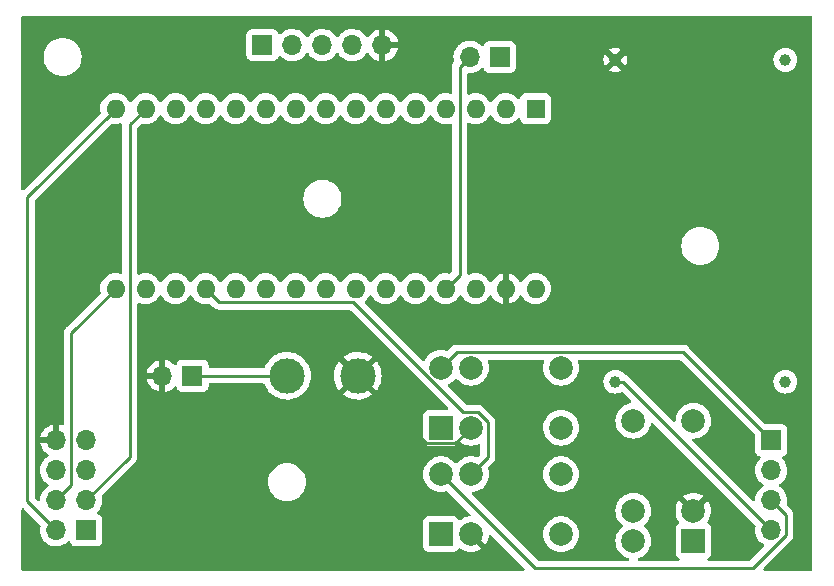
<source format=gbr>
%TF.GenerationSoftware,KiCad,Pcbnew,(6.0.6-0)*%
%TF.CreationDate,2022-07-16T17:32:28+08:00*%
%TF.ProjectId,__,8cc82e6b-6963-4616-945f-706362585858,rev?*%
%TF.SameCoordinates,Original*%
%TF.FileFunction,Copper,L1,Top*%
%TF.FilePolarity,Positive*%
%FSLAX46Y46*%
G04 Gerber Fmt 4.6, Leading zero omitted, Abs format (unit mm)*
G04 Created by KiCad (PCBNEW (6.0.6-0)) date 2022-07-16 17:32:28*
%MOMM*%
%LPD*%
G01*
G04 APERTURE LIST*
%TA.AperFunction,SMDPad,CuDef*%
%ADD10C,3.000000*%
%TD*%
%TA.AperFunction,ComponentPad*%
%ADD11R,1.700000X1.700000*%
%TD*%
%TA.AperFunction,ComponentPad*%
%ADD12O,1.700000X1.700000*%
%TD*%
%TA.AperFunction,ComponentPad*%
%ADD13R,1.600000X1.600000*%
%TD*%
%TA.AperFunction,ComponentPad*%
%ADD14O,1.600000X1.600000*%
%TD*%
%TA.AperFunction,ComponentPad*%
%ADD15C,1.000000*%
%TD*%
%TA.AperFunction,ComponentPad*%
%ADD16R,2.000000X2.000000*%
%TD*%
%TA.AperFunction,ComponentPad*%
%ADD17C,2.000000*%
%TD*%
%TA.AperFunction,ViaPad*%
%ADD18C,0.800000*%
%TD*%
%TA.AperFunction,Conductor*%
%ADD19C,0.250000*%
%TD*%
G04 APERTURE END LIST*
D10*
%TO.P,H1_GND,1,1*%
%TO.N,Earth*%
X92000000Y-96000000D03*
%TD*%
D11*
%TO.P,J4_LIGHT,1,Pin_1*%
%TO.N,Net-(J4-Pad1)*%
X127000000Y-101460000D03*
D12*
%TO.P,J4_LIGHT,2,Pin_2*%
%TO.N,Net-(J4-Pad2)*%
X127000000Y-104000000D03*
%TO.P,J4_LIGHT,3,Pin_3*%
%TO.N,Net-(J4-Pad3)*%
X127000000Y-106540000D03*
%TO.P,J4_LIGHT,4,Pin_4*%
%TO.N,Net-(J4-Pad4)*%
X127000000Y-109080000D03*
%TD*%
D11*
%TO.P,J2_BTN,1,Pin_1*%
%TO.N,Net-(Arduino1-Pad9)*%
X104000000Y-69000000D03*
D12*
%TO.P,J2_BTN,2,Pin_2*%
%TO.N,5V*%
X101460000Y-69000000D03*
%TD*%
D13*
%TO.P,Arduino1,1,TX*%
%TO.N,unconnected-(Arduino1-Pad1)*%
X107050000Y-73390000D03*
D14*
%TO.P,Arduino1,2,RX*%
%TO.N,unconnected-(Arduino1-Pad2)*%
X104510000Y-73390000D03*
%TO.P,Arduino1,3,RST*%
%TO.N,unconnected-(Arduino1-Pad3)*%
X101970000Y-73390000D03*
%TO.P,Arduino1,4,GND*%
%TO.N,unconnected-(Arduino1-Pad4)*%
X99430000Y-73390000D03*
%TO.P,Arduino1,5,D2*%
%TO.N,Net-(Arduino1-Pad5)*%
X96890000Y-73390000D03*
%TO.P,Arduino1,6,D3*%
%TO.N,Net-(Arduino1-Pad6)*%
X94350000Y-73390000D03*
%TO.P,Arduino1,7,D4*%
%TO.N,Net-(Arduino1-Pad7)*%
X91810000Y-73390000D03*
%TO.P,Arduino1,8,D5*%
%TO.N,Net-(Arduino1-Pad8)*%
X89270000Y-73390000D03*
%TO.P,Arduino1,9,D6*%
%TO.N,Net-(Arduino1-Pad9)*%
X86730000Y-73390000D03*
%TO.P,Arduino1,10,D7*%
%TO.N,Net-(Arduino1-Pad10)*%
X84190000Y-73390000D03*
%TO.P,Arduino1,11,D8*%
%TO.N,Net-(Arduino1-Pad11)*%
X81650000Y-73390000D03*
%TO.P,Arduino1,12,D9*%
%TO.N,unconnected-(Arduino1-Pad12)*%
X79110000Y-73390000D03*
%TO.P,Arduino1,13,D10(~{SS})*%
%TO.N,unconnected-(Arduino1-Pad13)*%
X76570000Y-73390000D03*
%TO.P,Arduino1,14,D11(MOSI)*%
%TO.N,Net-(Arduino1-Pad14)*%
X74030000Y-73390000D03*
%TO.P,Arduino1,15,D12(MISO)*%
%TO.N,Net-(Arduino1-Pad15)*%
X71490000Y-73390000D03*
%TO.P,Arduino1,16,D13*%
%TO.N,Net-(Arduino1-Pad16)*%
X71490000Y-88630000D03*
%TO.P,Arduino1,17,3V3*%
%TO.N,Net-(Arduino1-Pad17)*%
X74030000Y-88630000D03*
%TO.P,Arduino1,18,REF*%
%TO.N,unconnected-(Arduino1-Pad18)*%
X76570000Y-88630000D03*
%TO.P,Arduino1,19,A0*%
%TO.N,Net-(Arduino1-Pad19)*%
X79110000Y-88630000D03*
%TO.P,Arduino1,20,A1*%
%TO.N,Net-(Arduino1-Pad20)*%
X81650000Y-88630000D03*
%TO.P,Arduino1,21,A2*%
%TO.N,Net-(Arduino1-Pad21)*%
X84190000Y-88630000D03*
%TO.P,Arduino1,22,A3*%
%TO.N,unconnected-(Arduino1-Pad22)*%
X86730000Y-88630000D03*
%TO.P,Arduino1,23,A4*%
%TO.N,unconnected-(Arduino1-Pad23)*%
X89270000Y-88630000D03*
%TO.P,Arduino1,24,A5*%
%TO.N,unconnected-(Arduino1-Pad24)*%
X91810000Y-88630000D03*
%TO.P,Arduino1,25,A6*%
%TO.N,unconnected-(Arduino1-Pad25)*%
X94350000Y-88630000D03*
%TO.P,Arduino1,26,A7*%
%TO.N,Net-(Arduino1-Pad26)*%
X96890000Y-88630000D03*
%TO.P,Arduino1,27,5V*%
%TO.N,5V*%
X99430000Y-88630000D03*
%TO.P,Arduino1,28,RST*%
%TO.N,unconnected-(Arduino1-Pad28)*%
X101970000Y-88630000D03*
%TO.P,Arduino1,29,GND*%
%TO.N,Earth*%
X104510000Y-88630000D03*
%TO.P,Arduino1,30,VIN*%
%TO.N,VIN*%
X107050000Y-88630000D03*
%TD*%
D15*
%TO.P,TR1,1,Vin(-)*%
%TO.N,Earth*%
X113800000Y-69250000D03*
%TO.P,TR1,2,Vin(+)*%
%TO.N,VIN*%
X128200000Y-69250000D03*
%TO.P,TR1,3,Out(-)*%
%TO.N,Net-(J4-Pad4)*%
X113800000Y-96500000D03*
%TO.P,TR1,4,Out(+)*%
%TO.N,Net-(K1-Pad5)*%
X128200000Y-96500000D03*
%TD*%
D16*
%TO.P,K2,1*%
%TO.N,unconnected-(K2-Pad1)*%
X120407500Y-109957500D03*
D17*
%TO.P,K2,2*%
%TO.N,Earth*%
X120407500Y-107417500D03*
%TO.P,K2,5*%
%TO.N,Net-(K1-Pad5)*%
X120407500Y-99797500D03*
%TO.P,K2,6*%
X115327500Y-99797500D03*
%TO.P,K2,9*%
%TO.N,Net-(Arduino1-Pad20)*%
X115327500Y-107417500D03*
%TO.P,K2,10*%
%TO.N,Net-(J4-Pad2)*%
X115327500Y-109957500D03*
%TD*%
D16*
%TO.P,K1,1*%
%TO.N,unconnected-(K1-Pad1)*%
X99042500Y-109407500D03*
D17*
%TO.P,K1,2*%
%TO.N,Earth*%
X101582500Y-109407500D03*
%TO.P,K1,5*%
%TO.N,Net-(K1-Pad5)*%
X109202500Y-109407500D03*
%TO.P,K1,6*%
X109202500Y-104327500D03*
%TO.P,K1,9*%
%TO.N,Net-(Arduino1-Pad19)*%
X101582500Y-104327500D03*
%TO.P,K1,10*%
%TO.N,Net-(J4-Pad3)*%
X99042500Y-104327500D03*
%TD*%
D11*
%TO.P,J3_2.4G,1,EMPTY*%
%TO.N,unconnected-(J3-Pad1)*%
X69000000Y-109080000D03*
D12*
%TO.P,J3_2.4G,2,MISO*%
%TO.N,Net-(Arduino1-Pad15)*%
X66460000Y-109080000D03*
%TO.P,J3_2.4G,3,MOSI*%
%TO.N,Net-(Arduino1-Pad14)*%
X69000000Y-106540000D03*
%TO.P,J3_2.4G,4,SCLK*%
%TO.N,Net-(Arduino1-Pad16)*%
X66460000Y-106540000D03*
%TO.P,J3_2.4G,5,CSN*%
%TO.N,Net-(Arduino1-Pad11)*%
X69000000Y-104000000D03*
%TO.P,J3_2.4G,6,CE*%
%TO.N,Net-(Arduino1-Pad10)*%
X66460000Y-104000000D03*
%TO.P,J3_2.4G,7,VCC*%
%TO.N,Net-(Arduino1-Pad17)*%
X69000000Y-101460000D03*
%TO.P,J3_2.4G,8,GND*%
%TO.N,Earth*%
X66460000Y-101460000D03*
%TD*%
D11*
%TO.P,J6_PWR,1,Pin_1*%
%TO.N,VIN*%
X78000000Y-96000000D03*
D12*
%TO.P,J6_PWR,2,Pin_2*%
%TO.N,Earth*%
X75460000Y-96000000D03*
%TD*%
D10*
%TO.P,H2_BAT,1,1*%
%TO.N,VIN*%
X86000000Y-96000000D03*
%TD*%
D11*
%TO.P,J1_LED,1,Pin_1*%
%TO.N,Net-(J1-Pad1)*%
X83925000Y-68000000D03*
D12*
%TO.P,J1_LED,2,Pin_2*%
%TO.N,Net-(J1-Pad2)*%
X86465000Y-68000000D03*
%TO.P,J1_LED,3,Pin_3*%
%TO.N,Net-(J1-Pad3)*%
X89005000Y-68000000D03*
%TO.P,J1_LED,4,Pin_4*%
%TO.N,Net-(J1-Pad4)*%
X91545000Y-68000000D03*
%TO.P,J1_LED,5,Pin_5*%
%TO.N,Earth*%
X94085000Y-68000000D03*
%TD*%
D16*
%TO.P,K3,1*%
%TO.N,unconnected-(K3-Pad1)*%
X99042500Y-100407500D03*
D17*
%TO.P,K3,2*%
%TO.N,Earth*%
X101582500Y-100407500D03*
%TO.P,K3,5*%
%TO.N,Net-(K1-Pad5)*%
X109202500Y-100407500D03*
%TO.P,K3,6*%
X109202500Y-95327500D03*
%TO.P,K3,9*%
%TO.N,Net-(Arduino1-Pad21)*%
X101582500Y-95327500D03*
%TO.P,K3,10*%
%TO.N,Net-(J4-Pad1)*%
X99042500Y-95327500D03*
%TD*%
D18*
%TO.N,Earth*%
X77000000Y-92000000D03*
X66000000Y-94000000D03*
X115000000Y-91000000D03*
X95000000Y-109000000D03*
X112000000Y-103000000D03*
X126000000Y-90000000D03*
X85000000Y-109000000D03*
X73000000Y-107000000D03*
X124000000Y-108000000D03*
X66000000Y-75000000D03*
X126000000Y-75000000D03*
X85000000Y-81000000D03*
X70000000Y-83000000D03*
X118000000Y-103000000D03*
X116000000Y-72000000D03*
X105000000Y-92000000D03*
X95000000Y-80000000D03*
X90000000Y-102000000D03*
X73000000Y-68000000D03*
%TD*%
D19*
%TO.N,Net-(Arduino1-Pad14)*%
X72695722Y-74724278D02*
X74030000Y-73390000D01*
X72695722Y-102844278D02*
X72695722Y-74724278D01*
X69000000Y-106540000D02*
X72695722Y-102844278D01*
%TO.N,Net-(Arduino1-Pad15)*%
X66460000Y-109080000D02*
X64000000Y-106620000D01*
X64000000Y-106620000D02*
X64000000Y-80880000D01*
X64000000Y-80880000D02*
X71490000Y-73390000D01*
%TO.N,Net-(Arduino1-Pad16)*%
X66460000Y-106540000D02*
X67734278Y-105265722D01*
X67734278Y-105265722D02*
X67734278Y-92385722D01*
X67734278Y-92385722D02*
X71490000Y-88630000D01*
%TO.N,Net-(Arduino1-Pad19)*%
X91596167Y-89755000D02*
X100923667Y-99082500D01*
X102131333Y-99082500D02*
X103000000Y-99951167D01*
X103000000Y-102910000D02*
X101582500Y-104327500D01*
X79110000Y-88630000D02*
X80235000Y-89755000D01*
X100923667Y-99082500D02*
X102131333Y-99082500D01*
X103000000Y-99951167D02*
X103000000Y-102910000D01*
X80235000Y-89755000D02*
X91596167Y-89755000D01*
%TO.N,5V*%
X101460000Y-69000000D02*
X100610000Y-69850000D01*
X100610000Y-69850000D02*
X100610000Y-87450000D01*
X100610000Y-87450000D02*
X99430000Y-88630000D01*
%TO.N,Earth*%
X97732500Y-101732500D02*
X92000000Y-96000000D01*
X101582500Y-100407500D02*
X100257500Y-101732500D01*
X100257500Y-101732500D02*
X97732500Y-101732500D01*
%TO.N,VIN*%
X78000000Y-96000000D02*
X86000000Y-96000000D01*
%TO.N,Net-(J4-Pad1)*%
X119542500Y-94002500D02*
X127000000Y-101460000D01*
X100367500Y-94002500D02*
X119542500Y-94002500D01*
X99042500Y-95327500D02*
X100367500Y-94002500D01*
%TO.N,Net-(J4-Pad3)*%
X99042500Y-104327500D02*
X106997500Y-112282500D01*
X128230000Y-109511701D02*
X128230000Y-107770000D01*
X128230000Y-107770000D02*
X127730000Y-107270000D01*
X127730000Y-107270000D02*
X127000000Y-106540000D01*
X125459201Y-112282500D02*
X128230000Y-109511701D01*
X106997500Y-112282500D02*
X125459201Y-112282500D01*
%TO.N,Net-(J4-Pad4)*%
X114420000Y-96500000D02*
X113800000Y-96500000D01*
X127000000Y-109080000D02*
X114420000Y-96500000D01*
%TD*%
%TA.AperFunction,Conductor*%
%TO.N,Earth*%
G36*
X77908959Y-89195339D02*
G01*
X77954195Y-89247543D01*
X77970151Y-89281762D01*
X77970154Y-89281767D01*
X77972477Y-89286749D01*
X78103802Y-89474300D01*
X78265700Y-89636198D01*
X78270208Y-89639355D01*
X78270211Y-89639357D01*
X78307986Y-89665807D01*
X78453251Y-89767523D01*
X78458233Y-89769846D01*
X78458238Y-89769849D01*
X78654765Y-89861490D01*
X78660757Y-89864284D01*
X78666065Y-89865706D01*
X78666067Y-89865707D01*
X78876598Y-89922119D01*
X78876600Y-89922119D01*
X78881913Y-89923543D01*
X79110000Y-89943498D01*
X79338087Y-89923543D01*
X79343398Y-89922120D01*
X79343409Y-89922118D01*
X79401541Y-89906541D01*
X79472517Y-89908230D01*
X79523248Y-89939152D01*
X79731343Y-90147247D01*
X79738887Y-90155537D01*
X79743000Y-90162018D01*
X79748777Y-90167443D01*
X79792667Y-90208658D01*
X79795509Y-90211413D01*
X79815230Y-90231134D01*
X79818425Y-90233612D01*
X79827447Y-90241318D01*
X79859679Y-90271586D01*
X79866628Y-90275406D01*
X79877432Y-90281346D01*
X79893956Y-90292199D01*
X79909959Y-90304613D01*
X79950543Y-90322176D01*
X79961173Y-90327383D01*
X79999940Y-90348695D01*
X80007617Y-90350666D01*
X80007622Y-90350668D01*
X80019558Y-90353732D01*
X80038266Y-90360137D01*
X80056855Y-90368181D01*
X80064683Y-90369421D01*
X80064690Y-90369423D01*
X80100524Y-90375099D01*
X80112144Y-90377505D01*
X80147289Y-90386528D01*
X80154970Y-90388500D01*
X80175224Y-90388500D01*
X80194934Y-90390051D01*
X80214943Y-90393220D01*
X80222835Y-90392474D01*
X80258961Y-90389059D01*
X80270819Y-90388500D01*
X91281573Y-90388500D01*
X91349694Y-90408502D01*
X91370668Y-90425405D01*
X99629167Y-98683905D01*
X99663193Y-98746217D01*
X99658128Y-98817032D01*
X99615581Y-98873868D01*
X99549061Y-98898679D01*
X99540072Y-98899000D01*
X97994366Y-98899000D01*
X97932184Y-98905755D01*
X97795795Y-98956885D01*
X97679239Y-99044239D01*
X97591885Y-99160795D01*
X97540755Y-99297184D01*
X97534000Y-99359366D01*
X97534000Y-101455634D01*
X97540755Y-101517816D01*
X97591885Y-101654205D01*
X97679239Y-101770761D01*
X97795795Y-101858115D01*
X97932184Y-101909245D01*
X97994366Y-101916000D01*
X100090634Y-101916000D01*
X100152816Y-101909245D01*
X100289205Y-101858115D01*
X100405761Y-101770761D01*
X100437834Y-101727966D01*
X100487729Y-101661392D01*
X100487730Y-101661390D01*
X100493115Y-101654205D01*
X100493173Y-101654050D01*
X100540291Y-101607037D01*
X100609682Y-101592022D01*
X100676175Y-101616906D01*
X100682386Y-101621881D01*
X100689617Y-101628057D01*
X100697601Y-101633857D01*
X100891542Y-101752705D01*
X100900337Y-101757187D01*
X101110488Y-101844234D01*
X101119873Y-101847283D01*
X101341054Y-101900385D01*
X101350801Y-101901928D01*
X101577570Y-101919775D01*
X101587430Y-101919775D01*
X101814199Y-101901928D01*
X101823946Y-101900385D01*
X102045127Y-101847283D01*
X102054512Y-101844234D01*
X102192282Y-101787168D01*
X102262872Y-101779579D01*
X102326359Y-101811358D01*
X102362586Y-101872417D01*
X102366500Y-101903577D01*
X102366500Y-102595406D01*
X102346498Y-102663527D01*
X102329595Y-102684501D01*
X102160960Y-102853136D01*
X102098648Y-102887162D01*
X102042451Y-102886560D01*
X101824024Y-102834120D01*
X101824018Y-102834119D01*
X101819211Y-102832965D01*
X101582500Y-102814335D01*
X101345789Y-102832965D01*
X101340982Y-102834119D01*
X101340976Y-102834120D01*
X101195109Y-102869140D01*
X101114906Y-102888395D01*
X101110335Y-102890288D01*
X101110333Y-102890289D01*
X100900111Y-102977365D01*
X100900107Y-102977367D01*
X100895537Y-102979260D01*
X100891317Y-102981846D01*
X100697298Y-103100741D01*
X100697292Y-103100745D01*
X100693084Y-103103324D01*
X100512531Y-103257531D01*
X100509323Y-103261287D01*
X100509318Y-103261292D01*
X100408311Y-103379556D01*
X100348861Y-103418366D01*
X100277866Y-103418872D01*
X100216689Y-103379556D01*
X100115682Y-103261292D01*
X100115677Y-103261287D01*
X100112469Y-103257531D01*
X99931916Y-103103324D01*
X99927708Y-103100745D01*
X99927702Y-103100741D01*
X99733683Y-102981846D01*
X99729463Y-102979260D01*
X99724893Y-102977367D01*
X99724889Y-102977365D01*
X99514667Y-102890289D01*
X99514665Y-102890288D01*
X99510094Y-102888395D01*
X99429891Y-102869140D01*
X99284024Y-102834120D01*
X99284018Y-102834119D01*
X99279211Y-102832965D01*
X99042500Y-102814335D01*
X98805789Y-102832965D01*
X98800982Y-102834119D01*
X98800976Y-102834120D01*
X98655109Y-102869140D01*
X98574906Y-102888395D01*
X98570335Y-102890288D01*
X98570333Y-102890289D01*
X98360111Y-102977365D01*
X98360107Y-102977367D01*
X98355537Y-102979260D01*
X98351317Y-102981846D01*
X98157298Y-103100741D01*
X98157292Y-103100745D01*
X98153084Y-103103324D01*
X97972531Y-103257531D01*
X97818324Y-103438084D01*
X97815745Y-103442292D01*
X97815741Y-103442298D01*
X97740108Y-103565720D01*
X97694260Y-103640537D01*
X97692367Y-103645107D01*
X97692365Y-103645111D01*
X97605289Y-103855333D01*
X97603395Y-103859906D01*
X97602240Y-103864718D01*
X97553624Y-104067218D01*
X97547965Y-104090789D01*
X97529335Y-104327500D01*
X97547965Y-104564211D01*
X97603395Y-104795094D01*
X97605288Y-104799665D01*
X97605289Y-104799667D01*
X97609151Y-104808990D01*
X97694260Y-105014463D01*
X97696846Y-105018683D01*
X97815741Y-105212702D01*
X97815745Y-105212708D01*
X97818324Y-105216916D01*
X97972531Y-105397469D01*
X98153084Y-105551676D01*
X98157292Y-105554255D01*
X98157298Y-105554259D01*
X98351317Y-105673154D01*
X98355537Y-105675740D01*
X98360107Y-105677633D01*
X98360111Y-105677635D01*
X98570333Y-105764711D01*
X98574906Y-105766605D01*
X98655109Y-105785860D01*
X98800976Y-105820880D01*
X98800982Y-105820881D01*
X98805789Y-105822035D01*
X99042500Y-105840665D01*
X99279211Y-105822035D01*
X99284018Y-105820881D01*
X99284024Y-105820880D01*
X99502451Y-105768440D01*
X99573359Y-105771987D01*
X99620960Y-105801864D01*
X101511080Y-107691984D01*
X101545106Y-107754296D01*
X101540041Y-107825111D01*
X101497494Y-107881947D01*
X101431871Y-107906691D01*
X101350801Y-107913072D01*
X101341054Y-107914615D01*
X101119873Y-107967717D01*
X101110488Y-107970766D01*
X100900337Y-108057813D01*
X100891542Y-108062295D01*
X100697601Y-108181143D01*
X100689617Y-108186943D01*
X100682386Y-108193119D01*
X100617596Y-108222151D01*
X100547396Y-108211547D01*
X100494812Y-108165323D01*
X100493115Y-108160795D01*
X100487730Y-108153610D01*
X100487729Y-108153608D01*
X100411142Y-108051419D01*
X100405761Y-108044239D01*
X100289205Y-107956885D01*
X100152816Y-107905755D01*
X100090634Y-107899000D01*
X97994366Y-107899000D01*
X97932184Y-107905755D01*
X97795795Y-107956885D01*
X97679239Y-108044239D01*
X97591885Y-108160795D01*
X97540755Y-108297184D01*
X97534000Y-108359366D01*
X97534000Y-110455634D01*
X97540755Y-110517816D01*
X97591885Y-110654205D01*
X97679239Y-110770761D01*
X97795795Y-110858115D01*
X97932184Y-110909245D01*
X97994366Y-110916000D01*
X100090634Y-110916000D01*
X100152816Y-110909245D01*
X100289205Y-110858115D01*
X100405761Y-110770761D01*
X100487730Y-110661391D01*
X100487730Y-110661390D01*
X100493115Y-110654205D01*
X100493173Y-110654050D01*
X100540291Y-110607037D01*
X100609682Y-110592022D01*
X100676175Y-110616906D01*
X100682386Y-110621881D01*
X100689617Y-110628057D01*
X100697601Y-110633857D01*
X100891542Y-110752705D01*
X100900337Y-110757187D01*
X101110488Y-110844234D01*
X101119873Y-110847283D01*
X101341054Y-110900385D01*
X101350801Y-110901928D01*
X101577570Y-110919775D01*
X101587430Y-110919775D01*
X101814199Y-110901928D01*
X101823946Y-110900385D01*
X102045127Y-110847283D01*
X102054512Y-110844234D01*
X102264663Y-110757187D01*
X102273458Y-110752705D01*
X102440945Y-110650068D01*
X102450407Y-110639610D01*
X102446624Y-110630834D01*
X101312385Y-109496595D01*
X101278359Y-109434283D01*
X101283424Y-109363468D01*
X101312385Y-109318405D01*
X101493405Y-109137385D01*
X101555717Y-109103359D01*
X101626532Y-109108424D01*
X101671595Y-109137385D01*
X102802790Y-110268580D01*
X102815170Y-110275340D01*
X102822820Y-110269613D01*
X102927705Y-110098458D01*
X102932187Y-110089663D01*
X103019234Y-109879512D01*
X103022283Y-109870127D01*
X103075385Y-109648946D01*
X103076928Y-109639199D01*
X103083309Y-109558129D01*
X103108595Y-109491787D01*
X103165733Y-109449648D01*
X103236583Y-109445089D01*
X103298015Y-109478919D01*
X104719480Y-110900385D01*
X106095500Y-112276405D01*
X106129526Y-112338717D01*
X106124461Y-112409533D01*
X106081914Y-112466368D01*
X106015394Y-112491179D01*
X106006405Y-112491500D01*
X63634500Y-112491500D01*
X63566379Y-112471498D01*
X63519886Y-112417842D01*
X63508500Y-112365500D01*
X63508500Y-107328594D01*
X63528502Y-107260473D01*
X63582158Y-107213980D01*
X63652432Y-107203876D01*
X63717012Y-107233370D01*
X63723595Y-107239499D01*
X65109778Y-108625682D01*
X65143804Y-108687994D01*
X65142100Y-108748448D01*
X65120989Y-108824570D01*
X65120441Y-108829700D01*
X65120440Y-108829704D01*
X65114604Y-108884318D01*
X65097251Y-109046695D01*
X65097548Y-109051848D01*
X65097548Y-109051851D01*
X65109812Y-109264547D01*
X65110110Y-109269715D01*
X65111247Y-109274761D01*
X65111248Y-109274767D01*
X65111326Y-109275111D01*
X65159222Y-109487639D01*
X65243266Y-109694616D01*
X65257311Y-109717535D01*
X65353863Y-109875094D01*
X65359987Y-109885088D01*
X65506250Y-110053938D01*
X65678126Y-110196632D01*
X65871000Y-110309338D01*
X66079692Y-110389030D01*
X66084760Y-110390061D01*
X66084763Y-110390062D01*
X66192017Y-110411883D01*
X66298597Y-110433567D01*
X66303772Y-110433757D01*
X66303774Y-110433757D01*
X66516673Y-110441564D01*
X66516677Y-110441564D01*
X66521837Y-110441753D01*
X66526957Y-110441097D01*
X66526959Y-110441097D01*
X66738288Y-110414025D01*
X66738289Y-110414025D01*
X66743416Y-110413368D01*
X66805866Y-110394632D01*
X66952429Y-110350661D01*
X66952434Y-110350659D01*
X66957384Y-110349174D01*
X67157994Y-110250896D01*
X67339860Y-110121173D01*
X67448091Y-110013319D01*
X67510462Y-109979404D01*
X67581268Y-109984592D01*
X67638030Y-110027238D01*
X67655012Y-110058341D01*
X67699385Y-110176705D01*
X67786739Y-110293261D01*
X67903295Y-110380615D01*
X68039684Y-110431745D01*
X68101866Y-110438500D01*
X69898134Y-110438500D01*
X69960316Y-110431745D01*
X70096705Y-110380615D01*
X70213261Y-110293261D01*
X70300615Y-110176705D01*
X70351745Y-110040316D01*
X70358500Y-109978134D01*
X70358500Y-108181866D01*
X70351745Y-108119684D01*
X70300615Y-107983295D01*
X70213261Y-107866739D01*
X70096705Y-107779385D01*
X70050336Y-107762002D01*
X69978203Y-107734960D01*
X69921439Y-107692318D01*
X69896739Y-107625756D01*
X69911947Y-107556408D01*
X69933493Y-107527727D01*
X69951251Y-107510031D01*
X70038096Y-107423489D01*
X70042980Y-107416693D01*
X70165435Y-107246277D01*
X70168453Y-107242077D01*
X70172757Y-107233370D01*
X70265136Y-107046453D01*
X70265137Y-107046451D01*
X70267430Y-107041811D01*
X70319755Y-106869589D01*
X70330865Y-106833023D01*
X70330865Y-106833021D01*
X70332370Y-106828069D01*
X70361529Y-106606590D01*
X70361846Y-106593609D01*
X70363074Y-106543365D01*
X70363074Y-106543361D01*
X70363156Y-106540000D01*
X70344852Y-106317361D01*
X70316821Y-106205765D01*
X70319625Y-106134823D01*
X70349930Y-106085974D01*
X71435904Y-105000000D01*
X84386526Y-105000000D01*
X84406391Y-105252403D01*
X84407545Y-105257210D01*
X84407546Y-105257216D01*
X84437455Y-105381797D01*
X84465495Y-105498591D01*
X84467388Y-105503162D01*
X84467389Y-105503164D01*
X84552350Y-105708277D01*
X84562384Y-105732502D01*
X84694672Y-105948376D01*
X84859102Y-106140898D01*
X85051624Y-106305328D01*
X85267498Y-106437616D01*
X85272068Y-106439509D01*
X85272072Y-106439511D01*
X85496836Y-106532611D01*
X85501409Y-106534505D01*
X85524298Y-106540000D01*
X85742784Y-106592454D01*
X85742790Y-106592455D01*
X85747597Y-106593609D01*
X85847416Y-106601465D01*
X85934345Y-106608307D01*
X85934352Y-106608307D01*
X85936801Y-106608500D01*
X86063199Y-106608500D01*
X86065648Y-106608307D01*
X86065655Y-106608307D01*
X86152584Y-106601465D01*
X86252403Y-106593609D01*
X86257210Y-106592455D01*
X86257216Y-106592454D01*
X86475702Y-106540000D01*
X86498591Y-106534505D01*
X86503164Y-106532611D01*
X86727928Y-106439511D01*
X86727932Y-106439509D01*
X86732502Y-106437616D01*
X86948376Y-106305328D01*
X87140898Y-106140898D01*
X87305328Y-105948376D01*
X87437616Y-105732502D01*
X87447651Y-105708277D01*
X87532611Y-105503164D01*
X87532612Y-105503162D01*
X87534505Y-105498591D01*
X87562545Y-105381797D01*
X87592454Y-105257216D01*
X87592455Y-105257210D01*
X87593609Y-105252403D01*
X87613474Y-105000000D01*
X87593609Y-104747597D01*
X87534505Y-104501409D01*
X87497647Y-104412425D01*
X87439511Y-104272072D01*
X87439509Y-104272068D01*
X87437616Y-104267498D01*
X87305328Y-104051624D01*
X87140898Y-103859102D01*
X86948376Y-103694672D01*
X86732502Y-103562384D01*
X86727932Y-103560491D01*
X86727928Y-103560489D01*
X86503164Y-103467389D01*
X86503162Y-103467388D01*
X86498591Y-103465495D01*
X86384415Y-103438084D01*
X86257216Y-103407546D01*
X86257210Y-103407545D01*
X86252403Y-103406391D01*
X86152584Y-103398535D01*
X86065655Y-103391693D01*
X86065648Y-103391693D01*
X86063199Y-103391500D01*
X85936801Y-103391500D01*
X85934352Y-103391693D01*
X85934345Y-103391693D01*
X85847416Y-103398535D01*
X85747597Y-103406391D01*
X85742790Y-103407545D01*
X85742784Y-103407546D01*
X85615585Y-103438084D01*
X85501409Y-103465495D01*
X85496838Y-103467388D01*
X85496836Y-103467389D01*
X85272072Y-103560489D01*
X85272068Y-103560491D01*
X85267498Y-103562384D01*
X85051624Y-103694672D01*
X84859102Y-103859102D01*
X84694672Y-104051624D01*
X84562384Y-104267498D01*
X84560491Y-104272068D01*
X84560489Y-104272072D01*
X84502353Y-104412425D01*
X84465495Y-104501409D01*
X84406391Y-104747597D01*
X84386526Y-105000000D01*
X71435904Y-105000000D01*
X73087969Y-103347935D01*
X73096259Y-103340391D01*
X73102740Y-103336278D01*
X73149381Y-103286610D01*
X73152135Y-103283769D01*
X73171856Y-103264048D01*
X73174334Y-103260853D01*
X73182040Y-103251831D01*
X73206880Y-103225379D01*
X73212308Y-103219599D01*
X73222068Y-103201846D01*
X73232921Y-103185323D01*
X73240475Y-103175584D01*
X73245335Y-103169319D01*
X73262898Y-103128735D01*
X73268105Y-103118105D01*
X73289417Y-103079338D01*
X73291388Y-103071661D01*
X73291390Y-103071656D01*
X73294454Y-103059720D01*
X73300860Y-103041008D01*
X73301898Y-103038611D01*
X73308903Y-103022423D01*
X73310143Y-103014595D01*
X73310145Y-103014588D01*
X73315821Y-102978754D01*
X73318227Y-102967134D01*
X73327250Y-102931989D01*
X73327250Y-102931988D01*
X73329222Y-102924308D01*
X73329222Y-102904054D01*
X73330773Y-102884343D01*
X73332702Y-102872164D01*
X73333942Y-102864335D01*
X73329781Y-102820316D01*
X73329222Y-102808459D01*
X73329222Y-96267966D01*
X74128257Y-96267966D01*
X74158565Y-96402446D01*
X74161645Y-96412275D01*
X74241770Y-96609603D01*
X74246413Y-96618794D01*
X74357694Y-96800388D01*
X74363777Y-96808699D01*
X74503213Y-96969667D01*
X74510580Y-96976883D01*
X74674434Y-97112916D01*
X74682881Y-97118831D01*
X74866756Y-97226279D01*
X74876042Y-97230729D01*
X75075001Y-97306703D01*
X75084899Y-97309579D01*
X75188250Y-97330606D01*
X75202299Y-97329410D01*
X75206000Y-97319065D01*
X75206000Y-97318517D01*
X75714000Y-97318517D01*
X75718064Y-97332359D01*
X75731478Y-97334393D01*
X75738184Y-97333534D01*
X75748262Y-97331392D01*
X75952255Y-97270191D01*
X75961842Y-97266433D01*
X76153095Y-97172739D01*
X76161945Y-97167464D01*
X76335328Y-97043792D01*
X76343193Y-97037145D01*
X76447897Y-96932805D01*
X76510268Y-96898889D01*
X76581075Y-96904077D01*
X76637837Y-96946723D01*
X76654819Y-96977826D01*
X76699385Y-97096705D01*
X76786739Y-97213261D01*
X76903295Y-97300615D01*
X77039684Y-97351745D01*
X77101866Y-97358500D01*
X78898134Y-97358500D01*
X78960316Y-97351745D01*
X79096705Y-97300615D01*
X79213261Y-97213261D01*
X79300615Y-97096705D01*
X79351745Y-96960316D01*
X79358500Y-96898134D01*
X79358500Y-96759500D01*
X79378502Y-96691379D01*
X79432158Y-96644886D01*
X79484500Y-96633500D01*
X84003863Y-96633500D01*
X84071984Y-96653502D01*
X84118477Y-96707158D01*
X84123070Y-96718686D01*
X84139902Y-96767847D01*
X84144112Y-96780144D01*
X84146039Y-96783975D01*
X84234729Y-96960316D01*
X84267160Y-97024799D01*
X84269586Y-97028328D01*
X84269589Y-97028334D01*
X84410845Y-97233861D01*
X84422274Y-97250490D01*
X84425161Y-97253663D01*
X84425162Y-97253664D01*
X84586095Y-97430528D01*
X84606582Y-97453043D01*
X84816675Y-97628707D01*
X84820316Y-97630991D01*
X85045024Y-97771951D01*
X85045028Y-97771953D01*
X85048664Y-97774234D01*
X85116544Y-97804883D01*
X85294345Y-97885164D01*
X85294349Y-97885166D01*
X85298257Y-97886930D01*
X85302377Y-97888150D01*
X85302376Y-97888150D01*
X85556723Y-97963491D01*
X85556727Y-97963492D01*
X85560836Y-97964709D01*
X85565070Y-97965357D01*
X85565075Y-97965358D01*
X85827298Y-98005483D01*
X85827300Y-98005483D01*
X85831540Y-98006132D01*
X85970912Y-98008322D01*
X86101071Y-98010367D01*
X86101077Y-98010367D01*
X86105362Y-98010434D01*
X86377235Y-97977534D01*
X86642127Y-97908041D01*
X86646087Y-97906401D01*
X86646092Y-97906399D01*
X86768631Y-97855641D01*
X86895136Y-97803241D01*
X87131582Y-97665073D01*
X87227767Y-97589654D01*
X90775618Y-97589654D01*
X90782673Y-97599627D01*
X90813679Y-97625551D01*
X90820598Y-97630579D01*
X91045272Y-97771515D01*
X91052807Y-97775556D01*
X91294520Y-97884694D01*
X91302551Y-97887680D01*
X91556832Y-97963002D01*
X91565184Y-97964869D01*
X91827340Y-98004984D01*
X91835874Y-98005700D01*
X92101045Y-98009867D01*
X92109596Y-98009418D01*
X92372883Y-97977557D01*
X92381284Y-97975955D01*
X92637824Y-97908653D01*
X92645926Y-97905926D01*
X92890949Y-97804434D01*
X92898617Y-97800628D01*
X93127598Y-97666822D01*
X93134679Y-97662009D01*
X93214655Y-97599301D01*
X93223125Y-97587442D01*
X93216608Y-97575818D01*
X92012812Y-96372022D01*
X91998868Y-96364408D01*
X91997035Y-96364539D01*
X91990420Y-96368790D01*
X90782910Y-97576300D01*
X90775618Y-97589654D01*
X87227767Y-97589654D01*
X87347089Y-97496094D01*
X87353247Y-97489740D01*
X87483213Y-97355625D01*
X87537669Y-97299431D01*
X87540202Y-97295983D01*
X87540206Y-97295978D01*
X87697257Y-97082178D01*
X87699795Y-97078723D01*
X87701841Y-97074955D01*
X87828418Y-96841830D01*
X87828419Y-96841828D01*
X87830468Y-96838054D01*
X87903460Y-96644886D01*
X87925751Y-96585895D01*
X87925752Y-96585891D01*
X87927269Y-96581877D01*
X87988407Y-96314933D01*
X87991932Y-96275444D01*
X88012531Y-96044627D01*
X88012532Y-96044616D01*
X88012751Y-96042161D01*
X88013193Y-96000000D01*
X88012048Y-95983204D01*
X89987665Y-95983204D01*
X90002932Y-96247969D01*
X90004005Y-96256470D01*
X90055065Y-96516722D01*
X90057276Y-96524974D01*
X90143184Y-96775894D01*
X90146499Y-96783779D01*
X90265664Y-97020713D01*
X90270020Y-97028079D01*
X90399347Y-97216250D01*
X90409601Y-97224594D01*
X90423342Y-97217448D01*
X91627978Y-96012812D01*
X91634356Y-96001132D01*
X92364408Y-96001132D01*
X92364539Y-96002965D01*
X92368790Y-96009580D01*
X93575730Y-97216520D01*
X93587939Y-97223187D01*
X93599439Y-97214497D01*
X93696831Y-97081913D01*
X93701418Y-97074685D01*
X93827962Y-96841621D01*
X93831530Y-96833827D01*
X93925271Y-96585750D01*
X93927748Y-96577544D01*
X93986954Y-96319038D01*
X93988294Y-96310577D01*
X94012031Y-96044616D01*
X94012277Y-96039677D01*
X94012666Y-96002485D01*
X94012523Y-95997519D01*
X93994362Y-95731123D01*
X93993201Y-95722649D01*
X93939419Y-95462944D01*
X93937120Y-95454709D01*
X93848588Y-95204705D01*
X93845191Y-95196854D01*
X93723550Y-94961178D01*
X93719122Y-94953866D01*
X93600031Y-94784417D01*
X93589509Y-94776037D01*
X93576121Y-94783089D01*
X92372022Y-95987188D01*
X92364408Y-96001132D01*
X91634356Y-96001132D01*
X91635592Y-95998868D01*
X91635461Y-95997035D01*
X91631210Y-95990420D01*
X90423814Y-94783024D01*
X90411804Y-94776466D01*
X90400064Y-94785434D01*
X90291935Y-94935911D01*
X90287418Y-94943196D01*
X90163325Y-95177567D01*
X90159839Y-95185395D01*
X90068700Y-95434446D01*
X90066311Y-95442670D01*
X90009812Y-95701795D01*
X90008563Y-95710250D01*
X89987754Y-95974653D01*
X89987665Y-95983204D01*
X88012048Y-95983204D01*
X88011397Y-95973652D01*
X87994859Y-95731055D01*
X87994858Y-95731049D01*
X87994567Y-95726778D01*
X87939032Y-95458612D01*
X87847617Y-95200465D01*
X87722013Y-94957112D01*
X87712040Y-94942921D01*
X87567008Y-94736562D01*
X87564545Y-94733057D01*
X87378125Y-94532445D01*
X87374810Y-94529731D01*
X87374806Y-94529728D01*
X87231581Y-94412500D01*
X90776584Y-94412500D01*
X90782980Y-94423770D01*
X91987188Y-95627978D01*
X92001132Y-95635592D01*
X92002965Y-95635461D01*
X92009580Y-95631210D01*
X93216604Y-94424186D01*
X93223795Y-94411017D01*
X93216473Y-94400780D01*
X93169233Y-94362115D01*
X93162261Y-94357160D01*
X92936122Y-94218582D01*
X92928552Y-94214624D01*
X92685704Y-94108022D01*
X92677644Y-94105120D01*
X92422592Y-94032467D01*
X92414214Y-94030685D01*
X92151656Y-93993318D01*
X92143111Y-93992691D01*
X91877908Y-93991302D01*
X91869374Y-93991839D01*
X91606433Y-94026456D01*
X91598035Y-94028149D01*
X91342238Y-94098127D01*
X91334143Y-94100946D01*
X91090199Y-94204997D01*
X91082577Y-94208881D01*
X90855013Y-94345075D01*
X90847981Y-94349962D01*
X90785053Y-94400377D01*
X90776584Y-94412500D01*
X87231581Y-94412500D01*
X87169523Y-94361706D01*
X87166205Y-94358990D01*
X86932704Y-94215901D01*
X86928768Y-94214173D01*
X86685873Y-94107549D01*
X86685869Y-94107548D01*
X86681945Y-94105825D01*
X86418566Y-94030800D01*
X86414324Y-94030196D01*
X86414318Y-94030195D01*
X86213834Y-94001662D01*
X86147443Y-93992213D01*
X86003589Y-93991460D01*
X85877877Y-93990802D01*
X85877871Y-93990802D01*
X85873591Y-93990780D01*
X85869347Y-93991339D01*
X85869343Y-93991339D01*
X85750302Y-94007011D01*
X85602078Y-94026525D01*
X85597938Y-94027658D01*
X85597936Y-94027658D01*
X85525008Y-94047609D01*
X85337928Y-94098788D01*
X85333980Y-94100472D01*
X85089982Y-94204546D01*
X85089978Y-94204548D01*
X85086030Y-94206232D01*
X85000315Y-94257531D01*
X84854725Y-94344664D01*
X84854721Y-94344667D01*
X84851043Y-94346868D01*
X84637318Y-94518094D01*
X84620717Y-94535588D01*
X84492755Y-94670432D01*
X84448808Y-94716742D01*
X84289002Y-94939136D01*
X84160857Y-95181161D01*
X84159385Y-95185184D01*
X84159383Y-95185188D01*
X84123296Y-95283801D01*
X84081102Y-95340899D01*
X84014736Y-95366121D01*
X84004970Y-95366500D01*
X79484500Y-95366500D01*
X79416379Y-95346498D01*
X79369886Y-95292842D01*
X79358500Y-95240500D01*
X79358500Y-95101866D01*
X79351745Y-95039684D01*
X79300615Y-94903295D01*
X79213261Y-94786739D01*
X79096705Y-94699385D01*
X78960316Y-94648255D01*
X78898134Y-94641500D01*
X77101866Y-94641500D01*
X77039684Y-94648255D01*
X76903295Y-94699385D01*
X76786739Y-94786739D01*
X76699385Y-94903295D01*
X76696233Y-94911703D01*
X76696232Y-94911705D01*
X76654722Y-95022433D01*
X76612081Y-95079198D01*
X76545519Y-95103898D01*
X76476170Y-95088691D01*
X76443546Y-95063004D01*
X76392799Y-95007234D01*
X76385273Y-95000215D01*
X76218139Y-94868222D01*
X76209552Y-94862517D01*
X76023117Y-94759599D01*
X76013705Y-94755369D01*
X75812959Y-94684280D01*
X75802988Y-94681646D01*
X75731837Y-94668972D01*
X75718540Y-94670432D01*
X75714000Y-94684989D01*
X75714000Y-97318517D01*
X75206000Y-97318517D01*
X75206000Y-96272115D01*
X75201525Y-96256876D01*
X75200135Y-96255671D01*
X75192452Y-96254000D01*
X74143225Y-96254000D01*
X74129694Y-96257973D01*
X74128257Y-96267966D01*
X73329222Y-96267966D01*
X73329222Y-95734183D01*
X74124389Y-95734183D01*
X74125912Y-95742607D01*
X74138292Y-95746000D01*
X75187885Y-95746000D01*
X75203124Y-95741525D01*
X75204329Y-95740135D01*
X75206000Y-95732452D01*
X75206000Y-94683102D01*
X75202082Y-94669758D01*
X75187806Y-94667771D01*
X75149324Y-94673660D01*
X75139288Y-94676051D01*
X74936868Y-94742212D01*
X74927359Y-94746209D01*
X74738463Y-94844542D01*
X74729738Y-94850036D01*
X74559433Y-94977905D01*
X74551726Y-94984748D01*
X74404590Y-95138717D01*
X74398104Y-95146727D01*
X74278098Y-95322649D01*
X74273000Y-95331623D01*
X74183338Y-95524783D01*
X74179775Y-95534470D01*
X74124389Y-95734183D01*
X73329222Y-95734183D01*
X73329222Y-89944772D01*
X73349224Y-89876651D01*
X73402880Y-89830158D01*
X73473154Y-89820054D01*
X73508472Y-89830577D01*
X73567530Y-89858116D01*
X73580757Y-89864284D01*
X73586065Y-89865706D01*
X73586067Y-89865707D01*
X73796598Y-89922119D01*
X73796600Y-89922119D01*
X73801913Y-89923543D01*
X74030000Y-89943498D01*
X74258087Y-89923543D01*
X74263400Y-89922119D01*
X74263402Y-89922119D01*
X74473933Y-89865707D01*
X74473935Y-89865706D01*
X74479243Y-89864284D01*
X74485235Y-89861490D01*
X74681762Y-89769849D01*
X74681767Y-89769846D01*
X74686749Y-89767523D01*
X74832014Y-89665807D01*
X74869789Y-89639357D01*
X74869792Y-89639355D01*
X74874300Y-89636198D01*
X75036198Y-89474300D01*
X75167523Y-89286749D01*
X75169846Y-89281767D01*
X75169849Y-89281762D01*
X75185805Y-89247543D01*
X75232722Y-89194258D01*
X75300999Y-89174797D01*
X75368959Y-89195339D01*
X75414195Y-89247543D01*
X75430151Y-89281762D01*
X75430154Y-89281767D01*
X75432477Y-89286749D01*
X75563802Y-89474300D01*
X75725700Y-89636198D01*
X75730208Y-89639355D01*
X75730211Y-89639357D01*
X75767986Y-89665807D01*
X75913251Y-89767523D01*
X75918233Y-89769846D01*
X75918238Y-89769849D01*
X76114765Y-89861490D01*
X76120757Y-89864284D01*
X76126065Y-89865706D01*
X76126067Y-89865707D01*
X76336598Y-89922119D01*
X76336600Y-89922119D01*
X76341913Y-89923543D01*
X76570000Y-89943498D01*
X76798087Y-89923543D01*
X76803400Y-89922119D01*
X76803402Y-89922119D01*
X77013933Y-89865707D01*
X77013935Y-89865706D01*
X77019243Y-89864284D01*
X77025235Y-89861490D01*
X77221762Y-89769849D01*
X77221767Y-89769846D01*
X77226749Y-89767523D01*
X77372014Y-89665807D01*
X77409789Y-89639357D01*
X77409792Y-89639355D01*
X77414300Y-89636198D01*
X77576198Y-89474300D01*
X77707523Y-89286749D01*
X77709846Y-89281767D01*
X77709849Y-89281762D01*
X77725805Y-89247543D01*
X77772722Y-89194258D01*
X77840999Y-89174797D01*
X77908959Y-89195339D01*
G37*
%TD.AperFunction*%
%TA.AperFunction,Conductor*%
G36*
X130433621Y-65528502D02*
G01*
X130480114Y-65582158D01*
X130491500Y-65634500D01*
X130491500Y-112365500D01*
X130471498Y-112433621D01*
X130417842Y-112480114D01*
X130365500Y-112491500D01*
X126450295Y-112491500D01*
X126382174Y-112471498D01*
X126335681Y-112417842D01*
X126325577Y-112347568D01*
X126355071Y-112282988D01*
X126361200Y-112276405D01*
X128622247Y-110015358D01*
X128630537Y-110007814D01*
X128637018Y-110003701D01*
X128683659Y-109954033D01*
X128686413Y-109951192D01*
X128706135Y-109931470D01*
X128708612Y-109928277D01*
X128716317Y-109919256D01*
X128741159Y-109892801D01*
X128746586Y-109887022D01*
X128750407Y-109880072D01*
X128756346Y-109869269D01*
X128767202Y-109852742D01*
X128774757Y-109843003D01*
X128774758Y-109843001D01*
X128779614Y-109836741D01*
X128797174Y-109796161D01*
X128802391Y-109785513D01*
X128819875Y-109753710D01*
X128819876Y-109753708D01*
X128823695Y-109746761D01*
X128828733Y-109727138D01*
X128835137Y-109708435D01*
X128840033Y-109697121D01*
X128840033Y-109697120D01*
X128843181Y-109689846D01*
X128844420Y-109682023D01*
X128844423Y-109682013D01*
X128850099Y-109646177D01*
X128852505Y-109634557D01*
X128861528Y-109599412D01*
X128861528Y-109599411D01*
X128863500Y-109591731D01*
X128863500Y-109571477D01*
X128865051Y-109551766D01*
X128866980Y-109539587D01*
X128868220Y-109531758D01*
X128864059Y-109487739D01*
X128863500Y-109475882D01*
X128863500Y-107848768D01*
X128864027Y-107837585D01*
X128865702Y-107830092D01*
X128863562Y-107762001D01*
X128863500Y-107758044D01*
X128863500Y-107730144D01*
X128862996Y-107726153D01*
X128862063Y-107714311D01*
X128861894Y-107708909D01*
X128860674Y-107670111D01*
X128858462Y-107662497D01*
X128858461Y-107662492D01*
X128855023Y-107650659D01*
X128851012Y-107631295D01*
X128849467Y-107619064D01*
X128848474Y-107611203D01*
X128845557Y-107603836D01*
X128845556Y-107603831D01*
X128832198Y-107570092D01*
X128828354Y-107558865D01*
X128818230Y-107524022D01*
X128816018Y-107516407D01*
X128805707Y-107498972D01*
X128797012Y-107481224D01*
X128789552Y-107462383D01*
X128763564Y-107426613D01*
X128757048Y-107416693D01*
X128738580Y-107385465D01*
X128738578Y-107385462D01*
X128734542Y-107378638D01*
X128720221Y-107364317D01*
X128707380Y-107349283D01*
X128700132Y-107339307D01*
X128695472Y-107332893D01*
X128661407Y-107304712D01*
X128652627Y-107296722D01*
X128351218Y-106995313D01*
X128317192Y-106933001D01*
X128319755Y-106869589D01*
X128330865Y-106833022D01*
X128332370Y-106828069D01*
X128361529Y-106606590D01*
X128361846Y-106593609D01*
X128363074Y-106543365D01*
X128363074Y-106543361D01*
X128363156Y-106540000D01*
X128344852Y-106317361D01*
X128290431Y-106100702D01*
X128201354Y-105895840D01*
X128080014Y-105708277D01*
X127929670Y-105543051D01*
X127925619Y-105539852D01*
X127925615Y-105539848D01*
X127758414Y-105407800D01*
X127758410Y-105407798D01*
X127754359Y-105404598D01*
X127713053Y-105381796D01*
X127663084Y-105331364D01*
X127648312Y-105261921D01*
X127673428Y-105195516D01*
X127700780Y-105168909D01*
X127744603Y-105137650D01*
X127879860Y-105041173D01*
X127926125Y-104995070D01*
X128034435Y-104887137D01*
X128038096Y-104883489D01*
X128097594Y-104800689D01*
X128165435Y-104706277D01*
X128168453Y-104702077D01*
X128234212Y-104569024D01*
X128265136Y-104506453D01*
X128265137Y-104506451D01*
X128267430Y-104501811D01*
X128332370Y-104288069D01*
X128361529Y-104066590D01*
X128363156Y-104000000D01*
X128344852Y-103777361D01*
X128290431Y-103560702D01*
X128201354Y-103355840D01*
X128133560Y-103251047D01*
X128082822Y-103172617D01*
X128082820Y-103172614D01*
X128080014Y-103168277D01*
X128076532Y-103164450D01*
X127932798Y-103006488D01*
X127901746Y-102942642D01*
X127910141Y-102872143D01*
X127955317Y-102817375D01*
X127981761Y-102803706D01*
X128088297Y-102763767D01*
X128096705Y-102760615D01*
X128213261Y-102673261D01*
X128300615Y-102556705D01*
X128351745Y-102420316D01*
X128358500Y-102358134D01*
X128358500Y-100561866D01*
X128351745Y-100499684D01*
X128300615Y-100363295D01*
X128213261Y-100246739D01*
X128096705Y-100159385D01*
X127960316Y-100108255D01*
X127898134Y-100101500D01*
X126589594Y-100101500D01*
X126521473Y-100081498D01*
X126500499Y-100064595D01*
X123277735Y-96841830D01*
X122921756Y-96485851D01*
X127186719Y-96485851D01*
X127187235Y-96491995D01*
X127202447Y-96673154D01*
X127203268Y-96682934D01*
X127204967Y-96688858D01*
X127248831Y-96841830D01*
X127257783Y-96873050D01*
X127260602Y-96878535D01*
X127337458Y-97028079D01*
X127348187Y-97048956D01*
X127471035Y-97203953D01*
X127475728Y-97207947D01*
X127475729Y-97207948D01*
X127606292Y-97319065D01*
X127621650Y-97332136D01*
X127794294Y-97428624D01*
X127982392Y-97489740D01*
X128178777Y-97513158D01*
X128184912Y-97512686D01*
X128184914Y-97512686D01*
X128369830Y-97498457D01*
X128369834Y-97498456D01*
X128375972Y-97497984D01*
X128566463Y-97444798D01*
X128571967Y-97442018D01*
X128571969Y-97442017D01*
X128737495Y-97358404D01*
X128737497Y-97358403D01*
X128742996Y-97355625D01*
X128809371Y-97303767D01*
X128893991Y-97237655D01*
X128898847Y-97233861D01*
X129028078Y-97084145D01*
X129125769Y-96912179D01*
X129188197Y-96724513D01*
X129212985Y-96528295D01*
X129213380Y-96500000D01*
X129194080Y-96303167D01*
X129173993Y-96236634D01*
X129138697Y-96119731D01*
X129136916Y-96113831D01*
X129044066Y-95939204D01*
X128973709Y-95852938D01*
X128922960Y-95790713D01*
X128922957Y-95790710D01*
X128919065Y-95785938D01*
X128912724Y-95780692D01*
X128771425Y-95663799D01*
X128771421Y-95663797D01*
X128766675Y-95659870D01*
X128592701Y-95565802D01*
X128403768Y-95507318D01*
X128397643Y-95506674D01*
X128397642Y-95506674D01*
X128213204Y-95487289D01*
X128213202Y-95487289D01*
X128207075Y-95486645D01*
X128124576Y-95494153D01*
X128016251Y-95504011D01*
X128016248Y-95504012D01*
X128010112Y-95504570D01*
X128004206Y-95506308D01*
X128004202Y-95506309D01*
X127941433Y-95524783D01*
X127820381Y-95560410D01*
X127814923Y-95563263D01*
X127814919Y-95563265D01*
X127724147Y-95610720D01*
X127645110Y-95652040D01*
X127490975Y-95775968D01*
X127363846Y-95927474D01*
X127360879Y-95932872D01*
X127360875Y-95932877D01*
X127299447Y-96044616D01*
X127268567Y-96100787D01*
X127266706Y-96106654D01*
X127266705Y-96106656D01*
X127221878Y-96247969D01*
X127208765Y-96289306D01*
X127186719Y-96485851D01*
X122921756Y-96485851D01*
X120046152Y-93610247D01*
X120038612Y-93601961D01*
X120034500Y-93595482D01*
X119984848Y-93548856D01*
X119982007Y-93546102D01*
X119962270Y-93526365D01*
X119959073Y-93523885D01*
X119950051Y-93516180D01*
X119936622Y-93503569D01*
X119917821Y-93485914D01*
X119910875Y-93482095D01*
X119910872Y-93482093D01*
X119900066Y-93476152D01*
X119883547Y-93465301D01*
X119883083Y-93464941D01*
X119867541Y-93452886D01*
X119860272Y-93449741D01*
X119860268Y-93449738D01*
X119826963Y-93435326D01*
X119816313Y-93430109D01*
X119777560Y-93408805D01*
X119757937Y-93403767D01*
X119739234Y-93397363D01*
X119727920Y-93392467D01*
X119727919Y-93392467D01*
X119720645Y-93389319D01*
X119712822Y-93388080D01*
X119712812Y-93388077D01*
X119676976Y-93382401D01*
X119665356Y-93379995D01*
X119630211Y-93370972D01*
X119630210Y-93370972D01*
X119622530Y-93369000D01*
X119602276Y-93369000D01*
X119582565Y-93367449D01*
X119570386Y-93365520D01*
X119562557Y-93364280D01*
X119533286Y-93367047D01*
X119518539Y-93368441D01*
X119506681Y-93369000D01*
X100446267Y-93369000D01*
X100435084Y-93368473D01*
X100427591Y-93366798D01*
X100419665Y-93367047D01*
X100419664Y-93367047D01*
X100359501Y-93368938D01*
X100355543Y-93369000D01*
X100327644Y-93369000D01*
X100323654Y-93369504D01*
X100311820Y-93370436D01*
X100267611Y-93371826D01*
X100259997Y-93374038D01*
X100259992Y-93374039D01*
X100248159Y-93377477D01*
X100228796Y-93381488D01*
X100208703Y-93384026D01*
X100201336Y-93386943D01*
X100201331Y-93386944D01*
X100167592Y-93400302D01*
X100156365Y-93404146D01*
X100113907Y-93416482D01*
X100107081Y-93420519D01*
X100096472Y-93426793D01*
X100078724Y-93435488D01*
X100059883Y-93442948D01*
X100053467Y-93447610D01*
X100053466Y-93447610D01*
X100024113Y-93468936D01*
X100014193Y-93475452D01*
X99982965Y-93493920D01*
X99982962Y-93493922D01*
X99976138Y-93497958D01*
X99961817Y-93512279D01*
X99946784Y-93525119D01*
X99930393Y-93537028D01*
X99921717Y-93547516D01*
X99902202Y-93571105D01*
X99894212Y-93579884D01*
X99620960Y-93853136D01*
X99558648Y-93887162D01*
X99502451Y-93886560D01*
X99284024Y-93834120D01*
X99284018Y-93834119D01*
X99279211Y-93832965D01*
X99042500Y-93814335D01*
X98805789Y-93832965D01*
X98800982Y-93834119D01*
X98800976Y-93834120D01*
X98655109Y-93869140D01*
X98574906Y-93888395D01*
X98570335Y-93890288D01*
X98570333Y-93890289D01*
X98360111Y-93977365D01*
X98360107Y-93977367D01*
X98355537Y-93979260D01*
X98351317Y-93981846D01*
X98157298Y-94100741D01*
X98157292Y-94100745D01*
X98153084Y-94103324D01*
X97972531Y-94257531D01*
X97818324Y-94438084D01*
X97815745Y-94442292D01*
X97815741Y-94442298D01*
X97767390Y-94521200D01*
X97694260Y-94640537D01*
X97692365Y-94645113D01*
X97692362Y-94645118D01*
X97673677Y-94690226D01*
X97629129Y-94745507D01*
X97561765Y-94767927D01*
X97492974Y-94750368D01*
X97468174Y-94731102D01*
X92595188Y-89858116D01*
X92561162Y-89795804D01*
X92566227Y-89724989D01*
X92612011Y-89665809D01*
X92654300Y-89636198D01*
X92816198Y-89474300D01*
X92947523Y-89286749D01*
X92949846Y-89281767D01*
X92949849Y-89281762D01*
X92965805Y-89247543D01*
X93012722Y-89194258D01*
X93080999Y-89174797D01*
X93148959Y-89195339D01*
X93194195Y-89247543D01*
X93210151Y-89281762D01*
X93210154Y-89281767D01*
X93212477Y-89286749D01*
X93343802Y-89474300D01*
X93505700Y-89636198D01*
X93510208Y-89639355D01*
X93510211Y-89639357D01*
X93547986Y-89665807D01*
X93693251Y-89767523D01*
X93698233Y-89769846D01*
X93698238Y-89769849D01*
X93894765Y-89861490D01*
X93900757Y-89864284D01*
X93906065Y-89865706D01*
X93906067Y-89865707D01*
X94116598Y-89922119D01*
X94116600Y-89922119D01*
X94121913Y-89923543D01*
X94350000Y-89943498D01*
X94578087Y-89923543D01*
X94583400Y-89922119D01*
X94583402Y-89922119D01*
X94793933Y-89865707D01*
X94793935Y-89865706D01*
X94799243Y-89864284D01*
X94805235Y-89861490D01*
X95001762Y-89769849D01*
X95001767Y-89769846D01*
X95006749Y-89767523D01*
X95152014Y-89665807D01*
X95189789Y-89639357D01*
X95189792Y-89639355D01*
X95194300Y-89636198D01*
X95356198Y-89474300D01*
X95487523Y-89286749D01*
X95489846Y-89281767D01*
X95489849Y-89281762D01*
X95505805Y-89247543D01*
X95552722Y-89194258D01*
X95620999Y-89174797D01*
X95688959Y-89195339D01*
X95734195Y-89247543D01*
X95750151Y-89281762D01*
X95750154Y-89281767D01*
X95752477Y-89286749D01*
X95883802Y-89474300D01*
X96045700Y-89636198D01*
X96050208Y-89639355D01*
X96050211Y-89639357D01*
X96087986Y-89665807D01*
X96233251Y-89767523D01*
X96238233Y-89769846D01*
X96238238Y-89769849D01*
X96434765Y-89861490D01*
X96440757Y-89864284D01*
X96446065Y-89865706D01*
X96446067Y-89865707D01*
X96656598Y-89922119D01*
X96656600Y-89922119D01*
X96661913Y-89923543D01*
X96890000Y-89943498D01*
X97118087Y-89923543D01*
X97123400Y-89922119D01*
X97123402Y-89922119D01*
X97333933Y-89865707D01*
X97333935Y-89865706D01*
X97339243Y-89864284D01*
X97345235Y-89861490D01*
X97541762Y-89769849D01*
X97541767Y-89769846D01*
X97546749Y-89767523D01*
X97692014Y-89665807D01*
X97729789Y-89639357D01*
X97729792Y-89639355D01*
X97734300Y-89636198D01*
X97896198Y-89474300D01*
X98027523Y-89286749D01*
X98029846Y-89281767D01*
X98029849Y-89281762D01*
X98045805Y-89247543D01*
X98092722Y-89194258D01*
X98160999Y-89174797D01*
X98228959Y-89195339D01*
X98274195Y-89247543D01*
X98290151Y-89281762D01*
X98290154Y-89281767D01*
X98292477Y-89286749D01*
X98423802Y-89474300D01*
X98585700Y-89636198D01*
X98590208Y-89639355D01*
X98590211Y-89639357D01*
X98627986Y-89665807D01*
X98773251Y-89767523D01*
X98778233Y-89769846D01*
X98778238Y-89769849D01*
X98974765Y-89861490D01*
X98980757Y-89864284D01*
X98986065Y-89865706D01*
X98986067Y-89865707D01*
X99196598Y-89922119D01*
X99196600Y-89922119D01*
X99201913Y-89923543D01*
X99430000Y-89943498D01*
X99658087Y-89923543D01*
X99663400Y-89922119D01*
X99663402Y-89922119D01*
X99873933Y-89865707D01*
X99873935Y-89865706D01*
X99879243Y-89864284D01*
X99885235Y-89861490D01*
X100081762Y-89769849D01*
X100081767Y-89769846D01*
X100086749Y-89767523D01*
X100232014Y-89665807D01*
X100269789Y-89639357D01*
X100269792Y-89639355D01*
X100274300Y-89636198D01*
X100436198Y-89474300D01*
X100567523Y-89286749D01*
X100569846Y-89281767D01*
X100569849Y-89281762D01*
X100585805Y-89247543D01*
X100632722Y-89194258D01*
X100700999Y-89174797D01*
X100768959Y-89195339D01*
X100814195Y-89247543D01*
X100830151Y-89281762D01*
X100830154Y-89281767D01*
X100832477Y-89286749D01*
X100963802Y-89474300D01*
X101125700Y-89636198D01*
X101130208Y-89639355D01*
X101130211Y-89639357D01*
X101167986Y-89665807D01*
X101313251Y-89767523D01*
X101318233Y-89769846D01*
X101318238Y-89769849D01*
X101514765Y-89861490D01*
X101520757Y-89864284D01*
X101526065Y-89865706D01*
X101526067Y-89865707D01*
X101736598Y-89922119D01*
X101736600Y-89922119D01*
X101741913Y-89923543D01*
X101970000Y-89943498D01*
X102198087Y-89923543D01*
X102203400Y-89922119D01*
X102203402Y-89922119D01*
X102413933Y-89865707D01*
X102413935Y-89865706D01*
X102419243Y-89864284D01*
X102425235Y-89861490D01*
X102621762Y-89769849D01*
X102621767Y-89769846D01*
X102626749Y-89767523D01*
X102772014Y-89665807D01*
X102809789Y-89639357D01*
X102809792Y-89639355D01*
X102814300Y-89636198D01*
X102976198Y-89474300D01*
X103107523Y-89286749D01*
X103109846Y-89281767D01*
X103109849Y-89281762D01*
X103126081Y-89246951D01*
X103172998Y-89193666D01*
X103241275Y-89174205D01*
X103309235Y-89194747D01*
X103354471Y-89246951D01*
X103370586Y-89281511D01*
X103376069Y-89291007D01*
X103501028Y-89469467D01*
X103508084Y-89477875D01*
X103662125Y-89631916D01*
X103670533Y-89638972D01*
X103848993Y-89763931D01*
X103858489Y-89769414D01*
X104055947Y-89861490D01*
X104066239Y-89865236D01*
X104238503Y-89911394D01*
X104252599Y-89911058D01*
X104256000Y-89903116D01*
X104256000Y-89897967D01*
X104764000Y-89897967D01*
X104767973Y-89911498D01*
X104776522Y-89912727D01*
X104953761Y-89865236D01*
X104964053Y-89861490D01*
X105161511Y-89769414D01*
X105171007Y-89763931D01*
X105349467Y-89638972D01*
X105357875Y-89631916D01*
X105511916Y-89477875D01*
X105518972Y-89469467D01*
X105643931Y-89291007D01*
X105649414Y-89281511D01*
X105665529Y-89246951D01*
X105712446Y-89193666D01*
X105780723Y-89174205D01*
X105848683Y-89194747D01*
X105893919Y-89246951D01*
X105910151Y-89281762D01*
X105910154Y-89281767D01*
X105912477Y-89286749D01*
X106043802Y-89474300D01*
X106205700Y-89636198D01*
X106210208Y-89639355D01*
X106210211Y-89639357D01*
X106247986Y-89665807D01*
X106393251Y-89767523D01*
X106398233Y-89769846D01*
X106398238Y-89769849D01*
X106594765Y-89861490D01*
X106600757Y-89864284D01*
X106606065Y-89865706D01*
X106606067Y-89865707D01*
X106816598Y-89922119D01*
X106816600Y-89922119D01*
X106821913Y-89923543D01*
X107050000Y-89943498D01*
X107278087Y-89923543D01*
X107283400Y-89922119D01*
X107283402Y-89922119D01*
X107493933Y-89865707D01*
X107493935Y-89865706D01*
X107499243Y-89864284D01*
X107505235Y-89861490D01*
X107701762Y-89769849D01*
X107701767Y-89769846D01*
X107706749Y-89767523D01*
X107852014Y-89665807D01*
X107889789Y-89639357D01*
X107889792Y-89639355D01*
X107894300Y-89636198D01*
X108056198Y-89474300D01*
X108187523Y-89286749D01*
X108189846Y-89281767D01*
X108189849Y-89281762D01*
X108281961Y-89084225D01*
X108281961Y-89084224D01*
X108284284Y-89079243D01*
X108307523Y-88992517D01*
X108342119Y-88863402D01*
X108342119Y-88863400D01*
X108343543Y-88858087D01*
X108363498Y-88630000D01*
X108343543Y-88401913D01*
X108284284Y-88180757D01*
X108189966Y-87978489D01*
X108189849Y-87978238D01*
X108189846Y-87978233D01*
X108187523Y-87973251D01*
X108056198Y-87785700D01*
X107894300Y-87623802D01*
X107889792Y-87620645D01*
X107889789Y-87620643D01*
X107760380Y-87530030D01*
X107706749Y-87492477D01*
X107701767Y-87490154D01*
X107701762Y-87490151D01*
X107504225Y-87398039D01*
X107504224Y-87398039D01*
X107499243Y-87395716D01*
X107493935Y-87394294D01*
X107493933Y-87394293D01*
X107283402Y-87337881D01*
X107283400Y-87337881D01*
X107278087Y-87336457D01*
X107050000Y-87316502D01*
X106821913Y-87336457D01*
X106816600Y-87337881D01*
X106816598Y-87337881D01*
X106606067Y-87394293D01*
X106606065Y-87394294D01*
X106600757Y-87395716D01*
X106595776Y-87398039D01*
X106595775Y-87398039D01*
X106398238Y-87490151D01*
X106398233Y-87490154D01*
X106393251Y-87492477D01*
X106339620Y-87530030D01*
X106210211Y-87620643D01*
X106210208Y-87620645D01*
X106205700Y-87623802D01*
X106043802Y-87785700D01*
X105912477Y-87973251D01*
X105910154Y-87978233D01*
X105910151Y-87978238D01*
X105893919Y-88013049D01*
X105847002Y-88066334D01*
X105778725Y-88085795D01*
X105710765Y-88065253D01*
X105665529Y-88013049D01*
X105649414Y-87978489D01*
X105643931Y-87968993D01*
X105518972Y-87790533D01*
X105511916Y-87782125D01*
X105357875Y-87628084D01*
X105349467Y-87621028D01*
X105171007Y-87496069D01*
X105161511Y-87490586D01*
X104964053Y-87398510D01*
X104953761Y-87394764D01*
X104781497Y-87348606D01*
X104767401Y-87348942D01*
X104764000Y-87356884D01*
X104764000Y-89897967D01*
X104256000Y-89897967D01*
X104256000Y-87362033D01*
X104252027Y-87348502D01*
X104243478Y-87347273D01*
X104066239Y-87394764D01*
X104055947Y-87398510D01*
X103858489Y-87490586D01*
X103848993Y-87496069D01*
X103670533Y-87621028D01*
X103662125Y-87628084D01*
X103508084Y-87782125D01*
X103501028Y-87790533D01*
X103376069Y-87968993D01*
X103370586Y-87978489D01*
X103354471Y-88013049D01*
X103307554Y-88066334D01*
X103239277Y-88085795D01*
X103171317Y-88065253D01*
X103126081Y-88013049D01*
X103109849Y-87978238D01*
X103109846Y-87978233D01*
X103107523Y-87973251D01*
X102976198Y-87785700D01*
X102814300Y-87623802D01*
X102809792Y-87620645D01*
X102809789Y-87620643D01*
X102680380Y-87530030D01*
X102626749Y-87492477D01*
X102621767Y-87490154D01*
X102621762Y-87490151D01*
X102424225Y-87398039D01*
X102424224Y-87398039D01*
X102419243Y-87395716D01*
X102413935Y-87394294D01*
X102413933Y-87394293D01*
X102203402Y-87337881D01*
X102203400Y-87337881D01*
X102198087Y-87336457D01*
X101970000Y-87316502D01*
X101741913Y-87336457D01*
X101736600Y-87337881D01*
X101736598Y-87337881D01*
X101526067Y-87394293D01*
X101526065Y-87394294D01*
X101520757Y-87395716D01*
X101515780Y-87398037D01*
X101515774Y-87398039D01*
X101422750Y-87441417D01*
X101352558Y-87452078D01*
X101287745Y-87423098D01*
X101248889Y-87363678D01*
X101243500Y-87327222D01*
X101243500Y-85000000D01*
X119386526Y-85000000D01*
X119406391Y-85252403D01*
X119465495Y-85498591D01*
X119562384Y-85732502D01*
X119694672Y-85948376D01*
X119859102Y-86140898D01*
X120051624Y-86305328D01*
X120267498Y-86437616D01*
X120272068Y-86439509D01*
X120272072Y-86439511D01*
X120496836Y-86532611D01*
X120501409Y-86534505D01*
X120586032Y-86554821D01*
X120742784Y-86592454D01*
X120742790Y-86592455D01*
X120747597Y-86593609D01*
X120847416Y-86601465D01*
X120934345Y-86608307D01*
X120934352Y-86608307D01*
X120936801Y-86608500D01*
X121063199Y-86608500D01*
X121065648Y-86608307D01*
X121065655Y-86608307D01*
X121152584Y-86601465D01*
X121252403Y-86593609D01*
X121257210Y-86592455D01*
X121257216Y-86592454D01*
X121413968Y-86554821D01*
X121498591Y-86534505D01*
X121503164Y-86532611D01*
X121727928Y-86439511D01*
X121727932Y-86439509D01*
X121732502Y-86437616D01*
X121948376Y-86305328D01*
X122140898Y-86140898D01*
X122305328Y-85948376D01*
X122437616Y-85732502D01*
X122534505Y-85498591D01*
X122593609Y-85252403D01*
X122613474Y-85000000D01*
X122593609Y-84747597D01*
X122534505Y-84501409D01*
X122437616Y-84267498D01*
X122305328Y-84051624D01*
X122140898Y-83859102D01*
X121948376Y-83694672D01*
X121732502Y-83562384D01*
X121727932Y-83560491D01*
X121727928Y-83560489D01*
X121503164Y-83467389D01*
X121503162Y-83467388D01*
X121498591Y-83465495D01*
X121413968Y-83445179D01*
X121257216Y-83407546D01*
X121257210Y-83407545D01*
X121252403Y-83406391D01*
X121152584Y-83398535D01*
X121065655Y-83391693D01*
X121065648Y-83391693D01*
X121063199Y-83391500D01*
X120936801Y-83391500D01*
X120934352Y-83391693D01*
X120934345Y-83391693D01*
X120847416Y-83398535D01*
X120747597Y-83406391D01*
X120742790Y-83407545D01*
X120742784Y-83407546D01*
X120586032Y-83445179D01*
X120501409Y-83465495D01*
X120496838Y-83467388D01*
X120496836Y-83467389D01*
X120272072Y-83560489D01*
X120272068Y-83560491D01*
X120267498Y-83562384D01*
X120051624Y-83694672D01*
X119859102Y-83859102D01*
X119694672Y-84051624D01*
X119562384Y-84267498D01*
X119465495Y-84501409D01*
X119406391Y-84747597D01*
X119386526Y-85000000D01*
X101243500Y-85000000D01*
X101243500Y-74692778D01*
X101263502Y-74624657D01*
X101317158Y-74578164D01*
X101387432Y-74568060D01*
X101422750Y-74578583D01*
X101515774Y-74621961D01*
X101515780Y-74621963D01*
X101520757Y-74624284D01*
X101526065Y-74625706D01*
X101526067Y-74625707D01*
X101736598Y-74682119D01*
X101736600Y-74682119D01*
X101741913Y-74683543D01*
X101970000Y-74703498D01*
X102198087Y-74683543D01*
X102203400Y-74682119D01*
X102203402Y-74682119D01*
X102413933Y-74625707D01*
X102413935Y-74625706D01*
X102419243Y-74624284D01*
X102480613Y-74595667D01*
X102621762Y-74529849D01*
X102621767Y-74529846D01*
X102626749Y-74527523D01*
X102768458Y-74428297D01*
X102809789Y-74399357D01*
X102809792Y-74399355D01*
X102814300Y-74396198D01*
X102976198Y-74234300D01*
X103107523Y-74046749D01*
X103109846Y-74041767D01*
X103109849Y-74041762D01*
X103125805Y-74007543D01*
X103172722Y-73954258D01*
X103240999Y-73934797D01*
X103308959Y-73955339D01*
X103354195Y-74007543D01*
X103370151Y-74041762D01*
X103370154Y-74041767D01*
X103372477Y-74046749D01*
X103503802Y-74234300D01*
X103665700Y-74396198D01*
X103670208Y-74399355D01*
X103670211Y-74399357D01*
X103711542Y-74428297D01*
X103853251Y-74527523D01*
X103858233Y-74529846D01*
X103858238Y-74529849D01*
X103999387Y-74595667D01*
X104060757Y-74624284D01*
X104066065Y-74625706D01*
X104066067Y-74625707D01*
X104276598Y-74682119D01*
X104276600Y-74682119D01*
X104281913Y-74683543D01*
X104510000Y-74703498D01*
X104738087Y-74683543D01*
X104743400Y-74682119D01*
X104743402Y-74682119D01*
X104953933Y-74625707D01*
X104953935Y-74625706D01*
X104959243Y-74624284D01*
X105020613Y-74595667D01*
X105161762Y-74529849D01*
X105161767Y-74529846D01*
X105166749Y-74527523D01*
X105308458Y-74428297D01*
X105349789Y-74399357D01*
X105349792Y-74399355D01*
X105354300Y-74396198D01*
X105516198Y-74234300D01*
X105519357Y-74229789D01*
X105522892Y-74225576D01*
X105524026Y-74226527D01*
X105574071Y-74186529D01*
X105644690Y-74179224D01*
X105708049Y-74211258D01*
X105744030Y-74272462D01*
X105747082Y-74289517D01*
X105748255Y-74300316D01*
X105799385Y-74436705D01*
X105886739Y-74553261D01*
X106003295Y-74640615D01*
X106139684Y-74691745D01*
X106201866Y-74698500D01*
X107898134Y-74698500D01*
X107960316Y-74691745D01*
X108096705Y-74640615D01*
X108213261Y-74553261D01*
X108300615Y-74436705D01*
X108351745Y-74300316D01*
X108358500Y-74238134D01*
X108358500Y-72541866D01*
X108351745Y-72479684D01*
X108300615Y-72343295D01*
X108213261Y-72226739D01*
X108096705Y-72139385D01*
X107960316Y-72088255D01*
X107898134Y-72081500D01*
X106201866Y-72081500D01*
X106139684Y-72088255D01*
X106003295Y-72139385D01*
X105886739Y-72226739D01*
X105799385Y-72343295D01*
X105748255Y-72479684D01*
X105747083Y-72490474D01*
X105746197Y-72492606D01*
X105745575Y-72495222D01*
X105745152Y-72495121D01*
X105719845Y-72556035D01*
X105661483Y-72596463D01*
X105590529Y-72598922D01*
X105529510Y-72562629D01*
X105522511Y-72553969D01*
X105519354Y-72550207D01*
X105516198Y-72545700D01*
X105354300Y-72383802D01*
X105349792Y-72380645D01*
X105349789Y-72380643D01*
X105271611Y-72325902D01*
X105166749Y-72252477D01*
X105161767Y-72250154D01*
X105161762Y-72250151D01*
X104964225Y-72158039D01*
X104964224Y-72158039D01*
X104959243Y-72155716D01*
X104953935Y-72154294D01*
X104953933Y-72154293D01*
X104743402Y-72097881D01*
X104743400Y-72097881D01*
X104738087Y-72096457D01*
X104510000Y-72076502D01*
X104281913Y-72096457D01*
X104276600Y-72097881D01*
X104276598Y-72097881D01*
X104066067Y-72154293D01*
X104066065Y-72154294D01*
X104060757Y-72155716D01*
X104055776Y-72158039D01*
X104055775Y-72158039D01*
X103858238Y-72250151D01*
X103858233Y-72250154D01*
X103853251Y-72252477D01*
X103748389Y-72325902D01*
X103670211Y-72380643D01*
X103670208Y-72380645D01*
X103665700Y-72383802D01*
X103503802Y-72545700D01*
X103372477Y-72733251D01*
X103370154Y-72738233D01*
X103370151Y-72738238D01*
X103354195Y-72772457D01*
X103307278Y-72825742D01*
X103239001Y-72845203D01*
X103171041Y-72824661D01*
X103125805Y-72772457D01*
X103109849Y-72738238D01*
X103109846Y-72738233D01*
X103107523Y-72733251D01*
X102976198Y-72545700D01*
X102814300Y-72383802D01*
X102809792Y-72380645D01*
X102809789Y-72380643D01*
X102731611Y-72325902D01*
X102626749Y-72252477D01*
X102621767Y-72250154D01*
X102621762Y-72250151D01*
X102424225Y-72158039D01*
X102424224Y-72158039D01*
X102419243Y-72155716D01*
X102413935Y-72154294D01*
X102413933Y-72154293D01*
X102203402Y-72097881D01*
X102203400Y-72097881D01*
X102198087Y-72096457D01*
X101970000Y-72076502D01*
X101741913Y-72096457D01*
X101736600Y-72097881D01*
X101736598Y-72097881D01*
X101526067Y-72154293D01*
X101526065Y-72154294D01*
X101520757Y-72155716D01*
X101515780Y-72158037D01*
X101515774Y-72158039D01*
X101422750Y-72201417D01*
X101352558Y-72212078D01*
X101287745Y-72183098D01*
X101248889Y-72123678D01*
X101243500Y-72087222D01*
X101243500Y-70482251D01*
X101263502Y-70414130D01*
X101317158Y-70367637D01*
X101374116Y-70356336D01*
X101432233Y-70358467D01*
X101516673Y-70361564D01*
X101516677Y-70361564D01*
X101521837Y-70361753D01*
X101526957Y-70361097D01*
X101526959Y-70361097D01*
X101738288Y-70334025D01*
X101738289Y-70334025D01*
X101743416Y-70333368D01*
X101748366Y-70331883D01*
X101952429Y-70270661D01*
X101952434Y-70270659D01*
X101957384Y-70269174D01*
X102157994Y-70170896D01*
X102339860Y-70041173D01*
X102448091Y-69933319D01*
X102510462Y-69899404D01*
X102581268Y-69904592D01*
X102638030Y-69947238D01*
X102655012Y-69978341D01*
X102658504Y-69987655D01*
X102699385Y-70096705D01*
X102786739Y-70213261D01*
X102903295Y-70300615D01*
X103039684Y-70351745D01*
X103101866Y-70358500D01*
X104898134Y-70358500D01*
X104960316Y-70351745D01*
X105096705Y-70300615D01*
X105213261Y-70213261D01*
X105283807Y-70119132D01*
X113295698Y-70119132D01*
X113300607Y-70125690D01*
X113389118Y-70175157D01*
X113400357Y-70180067D01*
X113576641Y-70237345D01*
X113588615Y-70239978D01*
X113772676Y-70261926D01*
X113784925Y-70262183D01*
X113969742Y-70247962D01*
X113981822Y-70245831D01*
X114160345Y-70195986D01*
X114171778Y-70191552D01*
X114295507Y-70129052D01*
X114305791Y-70119407D01*
X114303553Y-70112763D01*
X113812812Y-69622022D01*
X113798868Y-69614408D01*
X113797035Y-69614539D01*
X113790420Y-69618790D01*
X113302458Y-70106752D01*
X113295698Y-70119132D01*
X105283807Y-70119132D01*
X105300615Y-70096705D01*
X105351745Y-69960316D01*
X105358500Y-69898134D01*
X105358500Y-69242002D01*
X112787738Y-69242002D01*
X112803248Y-69426705D01*
X112805461Y-69438764D01*
X112856554Y-69616945D01*
X112861066Y-69628342D01*
X112921148Y-69745250D01*
X112930865Y-69755468D01*
X112937666Y-69753124D01*
X113427978Y-69262812D01*
X113434356Y-69251132D01*
X114164408Y-69251132D01*
X114164539Y-69252965D01*
X114168790Y-69259580D01*
X114656661Y-69747451D01*
X114669041Y-69754211D01*
X114675775Y-69749170D01*
X114722262Y-69667337D01*
X114727256Y-69656121D01*
X114785759Y-69480253D01*
X114788479Y-69468281D01*
X114812039Y-69281784D01*
X114812531Y-69274757D01*
X114812828Y-69253523D01*
X114812533Y-69246494D01*
X114811489Y-69235851D01*
X127186719Y-69235851D01*
X127187613Y-69246494D01*
X127196620Y-69353757D01*
X127203268Y-69432934D01*
X127204967Y-69438858D01*
X127255343Y-69614539D01*
X127257783Y-69623050D01*
X127260602Y-69628535D01*
X127329343Y-69762289D01*
X127348187Y-69798956D01*
X127471035Y-69953953D01*
X127475728Y-69957947D01*
X127475729Y-69957948D01*
X127478512Y-69960316D01*
X127621650Y-70082136D01*
X127794294Y-70178624D01*
X127982392Y-70239740D01*
X128178777Y-70263158D01*
X128184912Y-70262686D01*
X128184914Y-70262686D01*
X128369830Y-70248457D01*
X128369834Y-70248456D01*
X128375972Y-70247984D01*
X128566463Y-70194798D01*
X128571967Y-70192018D01*
X128571969Y-70192017D01*
X128737495Y-70108404D01*
X128737497Y-70108403D01*
X128742996Y-70105625D01*
X128898847Y-69983861D01*
X129028078Y-69834145D01*
X129125769Y-69662179D01*
X129188197Y-69474513D01*
X129212985Y-69278295D01*
X129213380Y-69250000D01*
X129194080Y-69053167D01*
X129176540Y-68995070D01*
X129148298Y-68901531D01*
X129136916Y-68863831D01*
X129044066Y-68689204D01*
X128973709Y-68602938D01*
X128922960Y-68540713D01*
X128922957Y-68540710D01*
X128919065Y-68535938D01*
X128911047Y-68529305D01*
X128771425Y-68413799D01*
X128771421Y-68413797D01*
X128766675Y-68409870D01*
X128592701Y-68315802D01*
X128403768Y-68257318D01*
X128397643Y-68256674D01*
X128397642Y-68256674D01*
X128213204Y-68237289D01*
X128213202Y-68237289D01*
X128207075Y-68236645D01*
X128124576Y-68244153D01*
X128016251Y-68254011D01*
X128016248Y-68254012D01*
X128010112Y-68254570D01*
X128004206Y-68256308D01*
X128004202Y-68256309D01*
X127950644Y-68272072D01*
X127820381Y-68310410D01*
X127814923Y-68313263D01*
X127814919Y-68313265D01*
X127724147Y-68360720D01*
X127645110Y-68402040D01*
X127490975Y-68525968D01*
X127363846Y-68677474D01*
X127360879Y-68682872D01*
X127360875Y-68682877D01*
X127296274Y-68800388D01*
X127268567Y-68850787D01*
X127266706Y-68856654D01*
X127266705Y-68856656D01*
X127221234Y-69000000D01*
X127208765Y-69039306D01*
X127186719Y-69235851D01*
X114811489Y-69235851D01*
X114794188Y-69059397D01*
X114791805Y-69047362D01*
X114738233Y-68869924D01*
X114733559Y-68858584D01*
X114678562Y-68755148D01*
X114668702Y-68745067D01*
X114661575Y-68747635D01*
X114172022Y-69237188D01*
X114164408Y-69251132D01*
X113434356Y-69251132D01*
X113435592Y-69248868D01*
X113435461Y-69247035D01*
X113431210Y-69240420D01*
X112943121Y-68752331D01*
X112930741Y-68745571D01*
X112924353Y-68750353D01*
X112871997Y-68845586D01*
X112867166Y-68856858D01*
X112811120Y-69033538D01*
X112808570Y-69045532D01*
X112787909Y-69229733D01*
X112787738Y-69242002D01*
X105358500Y-69242002D01*
X105358500Y-68381101D01*
X113294820Y-68381101D01*
X113297274Y-68388064D01*
X113787188Y-68877978D01*
X113801132Y-68885592D01*
X113802965Y-68885461D01*
X113809580Y-68881210D01*
X114297834Y-68392956D01*
X114304594Y-68380576D01*
X114299935Y-68374353D01*
X114197924Y-68319196D01*
X114186619Y-68314444D01*
X114009554Y-68259633D01*
X113997541Y-68257167D01*
X113813199Y-68237792D01*
X113800931Y-68237707D01*
X113616345Y-68254505D01*
X113604296Y-68256803D01*
X113426483Y-68309137D01*
X113415108Y-68313732D01*
X113304969Y-68371312D01*
X113294820Y-68381101D01*
X105358500Y-68381101D01*
X105358500Y-68101866D01*
X105351745Y-68039684D01*
X105300615Y-67903295D01*
X105213261Y-67786739D01*
X105096705Y-67699385D01*
X104960316Y-67648255D01*
X104898134Y-67641500D01*
X103101866Y-67641500D01*
X103039684Y-67648255D01*
X102903295Y-67699385D01*
X102786739Y-67786739D01*
X102699385Y-67903295D01*
X102696233Y-67911703D01*
X102654919Y-68021907D01*
X102612277Y-68078671D01*
X102545716Y-68103371D01*
X102476367Y-68088163D01*
X102443743Y-68062476D01*
X102393151Y-68006875D01*
X102393142Y-68006866D01*
X102389670Y-68003051D01*
X102385619Y-67999852D01*
X102385615Y-67999848D01*
X102218414Y-67867800D01*
X102218410Y-67867798D01*
X102214359Y-67864598D01*
X102018789Y-67756638D01*
X102013920Y-67754914D01*
X102013916Y-67754912D01*
X101813087Y-67683795D01*
X101813083Y-67683794D01*
X101808212Y-67682069D01*
X101803119Y-67681162D01*
X101803116Y-67681161D01*
X101593373Y-67643800D01*
X101593367Y-67643799D01*
X101588284Y-67642894D01*
X101514452Y-67641992D01*
X101370081Y-67640228D01*
X101370079Y-67640228D01*
X101364911Y-67640165D01*
X101144091Y-67673955D01*
X100931756Y-67743357D01*
X100733607Y-67846507D01*
X100729474Y-67849610D01*
X100729471Y-67849612D01*
X100559100Y-67977530D01*
X100554965Y-67980635D01*
X100515525Y-68021907D01*
X100461280Y-68078671D01*
X100400629Y-68142138D01*
X100274743Y-68326680D01*
X100249482Y-68381101D01*
X100184031Y-68522104D01*
X100180688Y-68529305D01*
X100120989Y-68744570D01*
X100097251Y-68966695D01*
X100097548Y-68971848D01*
X100097548Y-68971851D01*
X100105896Y-69116632D01*
X100110110Y-69189715D01*
X100111247Y-69194762D01*
X100111248Y-69194766D01*
X100143972Y-69339969D01*
X100139436Y-69410820D01*
X100112905Y-69453923D01*
X100098841Y-69468899D01*
X100098838Y-69468903D01*
X100093414Y-69474679D01*
X100089595Y-69481625D01*
X100089593Y-69481628D01*
X100083652Y-69492434D01*
X100072801Y-69508953D01*
X100060386Y-69524959D01*
X100057241Y-69532228D01*
X100057238Y-69532232D01*
X100042826Y-69565537D01*
X100037609Y-69576187D01*
X100016305Y-69614940D01*
X100014334Y-69622615D01*
X100014334Y-69622616D01*
X100011267Y-69634562D01*
X100004863Y-69653266D01*
X99996819Y-69671855D01*
X99995580Y-69679678D01*
X99995577Y-69679688D01*
X99989901Y-69715524D01*
X99987495Y-69727144D01*
X99981840Y-69749170D01*
X99976500Y-69769970D01*
X99976500Y-69790224D01*
X99974949Y-69809934D01*
X99971780Y-69829943D01*
X99972526Y-69837835D01*
X99975941Y-69873961D01*
X99976500Y-69885819D01*
X99976500Y-72017569D01*
X99956498Y-72085690D01*
X99902842Y-72132183D01*
X99832568Y-72142287D01*
X99817889Y-72139276D01*
X99663402Y-72097881D01*
X99663400Y-72097881D01*
X99658087Y-72096457D01*
X99430000Y-72076502D01*
X99201913Y-72096457D01*
X99196600Y-72097881D01*
X99196598Y-72097881D01*
X98986067Y-72154293D01*
X98986065Y-72154294D01*
X98980757Y-72155716D01*
X98975776Y-72158039D01*
X98975775Y-72158039D01*
X98778238Y-72250151D01*
X98778233Y-72250154D01*
X98773251Y-72252477D01*
X98668389Y-72325902D01*
X98590211Y-72380643D01*
X98590208Y-72380645D01*
X98585700Y-72383802D01*
X98423802Y-72545700D01*
X98292477Y-72733251D01*
X98290154Y-72738233D01*
X98290151Y-72738238D01*
X98274195Y-72772457D01*
X98227278Y-72825742D01*
X98159001Y-72845203D01*
X98091041Y-72824661D01*
X98045805Y-72772457D01*
X98029849Y-72738238D01*
X98029846Y-72738233D01*
X98027523Y-72733251D01*
X97896198Y-72545700D01*
X97734300Y-72383802D01*
X97729792Y-72380645D01*
X97729789Y-72380643D01*
X97651611Y-72325902D01*
X97546749Y-72252477D01*
X97541767Y-72250154D01*
X97541762Y-72250151D01*
X97344225Y-72158039D01*
X97344224Y-72158039D01*
X97339243Y-72155716D01*
X97333935Y-72154294D01*
X97333933Y-72154293D01*
X97123402Y-72097881D01*
X97123400Y-72097881D01*
X97118087Y-72096457D01*
X96890000Y-72076502D01*
X96661913Y-72096457D01*
X96656600Y-72097881D01*
X96656598Y-72097881D01*
X96446067Y-72154293D01*
X96446065Y-72154294D01*
X96440757Y-72155716D01*
X96435776Y-72158039D01*
X96435775Y-72158039D01*
X96238238Y-72250151D01*
X96238233Y-72250154D01*
X96233251Y-72252477D01*
X96128389Y-72325902D01*
X96050211Y-72380643D01*
X96050208Y-72380645D01*
X96045700Y-72383802D01*
X95883802Y-72545700D01*
X95752477Y-72733251D01*
X95750154Y-72738233D01*
X95750151Y-72738238D01*
X95734195Y-72772457D01*
X95687278Y-72825742D01*
X95619001Y-72845203D01*
X95551041Y-72824661D01*
X95505805Y-72772457D01*
X95489849Y-72738238D01*
X95489846Y-72738233D01*
X95487523Y-72733251D01*
X95356198Y-72545700D01*
X95194300Y-72383802D01*
X95189792Y-72380645D01*
X95189789Y-72380643D01*
X95111611Y-72325902D01*
X95006749Y-72252477D01*
X95001767Y-72250154D01*
X95001762Y-72250151D01*
X94804225Y-72158039D01*
X94804224Y-72158039D01*
X94799243Y-72155716D01*
X94793935Y-72154294D01*
X94793933Y-72154293D01*
X94583402Y-72097881D01*
X94583400Y-72097881D01*
X94578087Y-72096457D01*
X94350000Y-72076502D01*
X94121913Y-72096457D01*
X94116600Y-72097881D01*
X94116598Y-72097881D01*
X93906067Y-72154293D01*
X93906065Y-72154294D01*
X93900757Y-72155716D01*
X93895776Y-72158039D01*
X93895775Y-72158039D01*
X93698238Y-72250151D01*
X93698233Y-72250154D01*
X93693251Y-72252477D01*
X93588389Y-72325902D01*
X93510211Y-72380643D01*
X93510208Y-72380645D01*
X93505700Y-72383802D01*
X93343802Y-72545700D01*
X93212477Y-72733251D01*
X93210154Y-72738233D01*
X93210151Y-72738238D01*
X93194195Y-72772457D01*
X93147278Y-72825742D01*
X93079001Y-72845203D01*
X93011041Y-72824661D01*
X92965805Y-72772457D01*
X92949849Y-72738238D01*
X92949846Y-72738233D01*
X92947523Y-72733251D01*
X92816198Y-72545700D01*
X92654300Y-72383802D01*
X92649792Y-72380645D01*
X92649789Y-72380643D01*
X92571611Y-72325902D01*
X92466749Y-72252477D01*
X92461767Y-72250154D01*
X92461762Y-72250151D01*
X92264225Y-72158039D01*
X92264224Y-72158039D01*
X92259243Y-72155716D01*
X92253935Y-72154294D01*
X92253933Y-72154293D01*
X92043402Y-72097881D01*
X92043400Y-72097881D01*
X92038087Y-72096457D01*
X91810000Y-72076502D01*
X91581913Y-72096457D01*
X91576600Y-72097881D01*
X91576598Y-72097881D01*
X91366067Y-72154293D01*
X91366065Y-72154294D01*
X91360757Y-72155716D01*
X91355776Y-72158039D01*
X91355775Y-72158039D01*
X91158238Y-72250151D01*
X91158233Y-72250154D01*
X91153251Y-72252477D01*
X91048389Y-72325902D01*
X90970211Y-72380643D01*
X90970208Y-72380645D01*
X90965700Y-72383802D01*
X90803802Y-72545700D01*
X90672477Y-72733251D01*
X90670154Y-72738233D01*
X90670151Y-72738238D01*
X90654195Y-72772457D01*
X90607278Y-72825742D01*
X90539001Y-72845203D01*
X90471041Y-72824661D01*
X90425805Y-72772457D01*
X90409849Y-72738238D01*
X90409846Y-72738233D01*
X90407523Y-72733251D01*
X90276198Y-72545700D01*
X90114300Y-72383802D01*
X90109792Y-72380645D01*
X90109789Y-72380643D01*
X90031611Y-72325902D01*
X89926749Y-72252477D01*
X89921767Y-72250154D01*
X89921762Y-72250151D01*
X89724225Y-72158039D01*
X89724224Y-72158039D01*
X89719243Y-72155716D01*
X89713935Y-72154294D01*
X89713933Y-72154293D01*
X89503402Y-72097881D01*
X89503400Y-72097881D01*
X89498087Y-72096457D01*
X89270000Y-72076502D01*
X89041913Y-72096457D01*
X89036600Y-72097881D01*
X89036598Y-72097881D01*
X88826067Y-72154293D01*
X88826065Y-72154294D01*
X88820757Y-72155716D01*
X88815776Y-72158039D01*
X88815775Y-72158039D01*
X88618238Y-72250151D01*
X88618233Y-72250154D01*
X88613251Y-72252477D01*
X88508389Y-72325902D01*
X88430211Y-72380643D01*
X88430208Y-72380645D01*
X88425700Y-72383802D01*
X88263802Y-72545700D01*
X88132477Y-72733251D01*
X88130154Y-72738233D01*
X88130151Y-72738238D01*
X88114195Y-72772457D01*
X88067278Y-72825742D01*
X87999001Y-72845203D01*
X87931041Y-72824661D01*
X87885805Y-72772457D01*
X87869849Y-72738238D01*
X87869846Y-72738233D01*
X87867523Y-72733251D01*
X87736198Y-72545700D01*
X87574300Y-72383802D01*
X87569792Y-72380645D01*
X87569789Y-72380643D01*
X87491611Y-72325902D01*
X87386749Y-72252477D01*
X87381767Y-72250154D01*
X87381762Y-72250151D01*
X87184225Y-72158039D01*
X87184224Y-72158039D01*
X87179243Y-72155716D01*
X87173935Y-72154294D01*
X87173933Y-72154293D01*
X86963402Y-72097881D01*
X86963400Y-72097881D01*
X86958087Y-72096457D01*
X86730000Y-72076502D01*
X86501913Y-72096457D01*
X86496600Y-72097881D01*
X86496598Y-72097881D01*
X86286067Y-72154293D01*
X86286065Y-72154294D01*
X86280757Y-72155716D01*
X86275776Y-72158039D01*
X86275775Y-72158039D01*
X86078238Y-72250151D01*
X86078233Y-72250154D01*
X86073251Y-72252477D01*
X85968389Y-72325902D01*
X85890211Y-72380643D01*
X85890208Y-72380645D01*
X85885700Y-72383802D01*
X85723802Y-72545700D01*
X85592477Y-72733251D01*
X85590154Y-72738233D01*
X85590151Y-72738238D01*
X85574195Y-72772457D01*
X85527278Y-72825742D01*
X85459001Y-72845203D01*
X85391041Y-72824661D01*
X85345805Y-72772457D01*
X85329849Y-72738238D01*
X85329846Y-72738233D01*
X85327523Y-72733251D01*
X85196198Y-72545700D01*
X85034300Y-72383802D01*
X85029792Y-72380645D01*
X85029789Y-72380643D01*
X84951611Y-72325902D01*
X84846749Y-72252477D01*
X84841767Y-72250154D01*
X84841762Y-72250151D01*
X84644225Y-72158039D01*
X84644224Y-72158039D01*
X84639243Y-72155716D01*
X84633935Y-72154294D01*
X84633933Y-72154293D01*
X84423402Y-72097881D01*
X84423400Y-72097881D01*
X84418087Y-72096457D01*
X84190000Y-72076502D01*
X83961913Y-72096457D01*
X83956600Y-72097881D01*
X83956598Y-72097881D01*
X83746067Y-72154293D01*
X83746065Y-72154294D01*
X83740757Y-72155716D01*
X83735776Y-72158039D01*
X83735775Y-72158039D01*
X83538238Y-72250151D01*
X83538233Y-72250154D01*
X83533251Y-72252477D01*
X83428389Y-72325902D01*
X83350211Y-72380643D01*
X83350208Y-72380645D01*
X83345700Y-72383802D01*
X83183802Y-72545700D01*
X83052477Y-72733251D01*
X83050154Y-72738233D01*
X83050151Y-72738238D01*
X83034195Y-72772457D01*
X82987278Y-72825742D01*
X82919001Y-72845203D01*
X82851041Y-72824661D01*
X82805805Y-72772457D01*
X82789849Y-72738238D01*
X82789846Y-72738233D01*
X82787523Y-72733251D01*
X82656198Y-72545700D01*
X82494300Y-72383802D01*
X82489792Y-72380645D01*
X82489789Y-72380643D01*
X82411611Y-72325902D01*
X82306749Y-72252477D01*
X82301767Y-72250154D01*
X82301762Y-72250151D01*
X82104225Y-72158039D01*
X82104224Y-72158039D01*
X82099243Y-72155716D01*
X82093935Y-72154294D01*
X82093933Y-72154293D01*
X81883402Y-72097881D01*
X81883400Y-72097881D01*
X81878087Y-72096457D01*
X81650000Y-72076502D01*
X81421913Y-72096457D01*
X81416600Y-72097881D01*
X81416598Y-72097881D01*
X81206067Y-72154293D01*
X81206065Y-72154294D01*
X81200757Y-72155716D01*
X81195776Y-72158039D01*
X81195775Y-72158039D01*
X80998238Y-72250151D01*
X80998233Y-72250154D01*
X80993251Y-72252477D01*
X80888389Y-72325902D01*
X80810211Y-72380643D01*
X80810208Y-72380645D01*
X80805700Y-72383802D01*
X80643802Y-72545700D01*
X80512477Y-72733251D01*
X80510154Y-72738233D01*
X80510151Y-72738238D01*
X80494195Y-72772457D01*
X80447278Y-72825742D01*
X80379001Y-72845203D01*
X80311041Y-72824661D01*
X80265805Y-72772457D01*
X80249849Y-72738238D01*
X80249846Y-72738233D01*
X80247523Y-72733251D01*
X80116198Y-72545700D01*
X79954300Y-72383802D01*
X79949792Y-72380645D01*
X79949789Y-72380643D01*
X79871611Y-72325902D01*
X79766749Y-72252477D01*
X79761767Y-72250154D01*
X79761762Y-72250151D01*
X79564225Y-72158039D01*
X79564224Y-72158039D01*
X79559243Y-72155716D01*
X79553935Y-72154294D01*
X79553933Y-72154293D01*
X79343402Y-72097881D01*
X79343400Y-72097881D01*
X79338087Y-72096457D01*
X79110000Y-72076502D01*
X78881913Y-72096457D01*
X78876600Y-72097881D01*
X78876598Y-72097881D01*
X78666067Y-72154293D01*
X78666065Y-72154294D01*
X78660757Y-72155716D01*
X78655776Y-72158039D01*
X78655775Y-72158039D01*
X78458238Y-72250151D01*
X78458233Y-72250154D01*
X78453251Y-72252477D01*
X78348389Y-72325902D01*
X78270211Y-72380643D01*
X78270208Y-72380645D01*
X78265700Y-72383802D01*
X78103802Y-72545700D01*
X77972477Y-72733251D01*
X77970154Y-72738233D01*
X77970151Y-72738238D01*
X77954195Y-72772457D01*
X77907278Y-72825742D01*
X77839001Y-72845203D01*
X77771041Y-72824661D01*
X77725805Y-72772457D01*
X77709849Y-72738238D01*
X77709846Y-72738233D01*
X77707523Y-72733251D01*
X77576198Y-72545700D01*
X77414300Y-72383802D01*
X77409792Y-72380645D01*
X77409789Y-72380643D01*
X77331611Y-72325902D01*
X77226749Y-72252477D01*
X77221767Y-72250154D01*
X77221762Y-72250151D01*
X77024225Y-72158039D01*
X77024224Y-72158039D01*
X77019243Y-72155716D01*
X77013935Y-72154294D01*
X77013933Y-72154293D01*
X76803402Y-72097881D01*
X76803400Y-72097881D01*
X76798087Y-72096457D01*
X76570000Y-72076502D01*
X76341913Y-72096457D01*
X76336600Y-72097881D01*
X76336598Y-72097881D01*
X76126067Y-72154293D01*
X76126065Y-72154294D01*
X76120757Y-72155716D01*
X76115776Y-72158039D01*
X76115775Y-72158039D01*
X75918238Y-72250151D01*
X75918233Y-72250154D01*
X75913251Y-72252477D01*
X75808389Y-72325902D01*
X75730211Y-72380643D01*
X75730208Y-72380645D01*
X75725700Y-72383802D01*
X75563802Y-72545700D01*
X75432477Y-72733251D01*
X75430154Y-72738233D01*
X75430151Y-72738238D01*
X75414195Y-72772457D01*
X75367278Y-72825742D01*
X75299001Y-72845203D01*
X75231041Y-72824661D01*
X75185805Y-72772457D01*
X75169849Y-72738238D01*
X75169846Y-72738233D01*
X75167523Y-72733251D01*
X75036198Y-72545700D01*
X74874300Y-72383802D01*
X74869792Y-72380645D01*
X74869789Y-72380643D01*
X74791611Y-72325902D01*
X74686749Y-72252477D01*
X74681767Y-72250154D01*
X74681762Y-72250151D01*
X74484225Y-72158039D01*
X74484224Y-72158039D01*
X74479243Y-72155716D01*
X74473935Y-72154294D01*
X74473933Y-72154293D01*
X74263402Y-72097881D01*
X74263400Y-72097881D01*
X74258087Y-72096457D01*
X74030000Y-72076502D01*
X73801913Y-72096457D01*
X73796600Y-72097881D01*
X73796598Y-72097881D01*
X73586067Y-72154293D01*
X73586065Y-72154294D01*
X73580757Y-72155716D01*
X73575776Y-72158039D01*
X73575775Y-72158039D01*
X73378238Y-72250151D01*
X73378233Y-72250154D01*
X73373251Y-72252477D01*
X73268389Y-72325902D01*
X73190211Y-72380643D01*
X73190208Y-72380645D01*
X73185700Y-72383802D01*
X73023802Y-72545700D01*
X72892477Y-72733251D01*
X72890154Y-72738233D01*
X72890151Y-72738238D01*
X72874195Y-72772457D01*
X72827278Y-72825742D01*
X72759001Y-72845203D01*
X72691041Y-72824661D01*
X72645805Y-72772457D01*
X72629849Y-72738238D01*
X72629846Y-72738233D01*
X72627523Y-72733251D01*
X72496198Y-72545700D01*
X72334300Y-72383802D01*
X72329792Y-72380645D01*
X72329789Y-72380643D01*
X72251611Y-72325902D01*
X72146749Y-72252477D01*
X72141767Y-72250154D01*
X72141762Y-72250151D01*
X71944225Y-72158039D01*
X71944224Y-72158039D01*
X71939243Y-72155716D01*
X71933935Y-72154294D01*
X71933933Y-72154293D01*
X71723402Y-72097881D01*
X71723400Y-72097881D01*
X71718087Y-72096457D01*
X71490000Y-72076502D01*
X71261913Y-72096457D01*
X71256600Y-72097881D01*
X71256598Y-72097881D01*
X71046067Y-72154293D01*
X71046065Y-72154294D01*
X71040757Y-72155716D01*
X71035776Y-72158039D01*
X71035775Y-72158039D01*
X70838238Y-72250151D01*
X70838233Y-72250154D01*
X70833251Y-72252477D01*
X70728389Y-72325902D01*
X70650211Y-72380643D01*
X70650208Y-72380645D01*
X70645700Y-72383802D01*
X70483802Y-72545700D01*
X70352477Y-72733251D01*
X70350154Y-72738233D01*
X70350151Y-72738238D01*
X70334195Y-72772457D01*
X70255716Y-72940757D01*
X70196457Y-73161913D01*
X70176502Y-73390000D01*
X70196457Y-73618087D01*
X70197880Y-73623398D01*
X70197882Y-73623409D01*
X70213459Y-73681541D01*
X70211770Y-73752517D01*
X70180848Y-73803248D01*
X63723595Y-80260500D01*
X63661283Y-80294526D01*
X63590468Y-80289461D01*
X63533632Y-80246914D01*
X63508821Y-80180394D01*
X63508500Y-80171405D01*
X63508500Y-69000000D01*
X65386526Y-69000000D01*
X65406391Y-69252403D01*
X65407545Y-69257210D01*
X65407546Y-69257216D01*
X65429575Y-69348971D01*
X65465495Y-69498591D01*
X65467388Y-69503162D01*
X65467389Y-69503164D01*
X65560165Y-69727144D01*
X65562384Y-69732502D01*
X65694672Y-69948376D01*
X65825734Y-70101829D01*
X65848985Y-70129052D01*
X65859102Y-70140898D01*
X66051624Y-70305328D01*
X66267498Y-70437616D01*
X66272068Y-70439509D01*
X66272072Y-70439511D01*
X66496836Y-70532611D01*
X66501409Y-70534505D01*
X66586032Y-70554821D01*
X66742784Y-70592454D01*
X66742790Y-70592455D01*
X66747597Y-70593609D01*
X66847416Y-70601465D01*
X66934345Y-70608307D01*
X66934352Y-70608307D01*
X66936801Y-70608500D01*
X67063199Y-70608500D01*
X67065648Y-70608307D01*
X67065655Y-70608307D01*
X67152584Y-70601465D01*
X67252403Y-70593609D01*
X67257210Y-70592455D01*
X67257216Y-70592454D01*
X67413968Y-70554821D01*
X67498591Y-70534505D01*
X67503164Y-70532611D01*
X67727928Y-70439511D01*
X67727932Y-70439509D01*
X67732502Y-70437616D01*
X67948376Y-70305328D01*
X68140898Y-70140898D01*
X68151016Y-70129052D01*
X68174266Y-70101829D01*
X68305328Y-69948376D01*
X68437616Y-69732502D01*
X68439836Y-69727144D01*
X68532611Y-69503164D01*
X68532612Y-69503162D01*
X68534505Y-69498591D01*
X68570425Y-69348971D01*
X68592454Y-69257216D01*
X68592455Y-69257210D01*
X68593609Y-69252403D01*
X68613474Y-69000000D01*
X68605457Y-68898134D01*
X82566500Y-68898134D01*
X82573255Y-68960316D01*
X82624385Y-69096705D01*
X82711739Y-69213261D01*
X82828295Y-69300615D01*
X82964684Y-69351745D01*
X83026866Y-69358500D01*
X84823134Y-69358500D01*
X84885316Y-69351745D01*
X85021705Y-69300615D01*
X85138261Y-69213261D01*
X85225615Y-69096705D01*
X85247799Y-69037529D01*
X85269598Y-68979382D01*
X85312240Y-68922618D01*
X85378802Y-68897918D01*
X85448150Y-68913126D01*
X85482817Y-68941114D01*
X85511250Y-68973938D01*
X85683126Y-69116632D01*
X85876000Y-69229338D01*
X85880825Y-69231180D01*
X85880826Y-69231181D01*
X85922344Y-69247035D01*
X86084692Y-69309030D01*
X86089760Y-69310061D01*
X86089763Y-69310062D01*
X86184862Y-69329410D01*
X86303597Y-69353567D01*
X86308772Y-69353757D01*
X86308774Y-69353757D01*
X86521673Y-69361564D01*
X86521677Y-69361564D01*
X86526837Y-69361753D01*
X86531957Y-69361097D01*
X86531959Y-69361097D01*
X86743288Y-69334025D01*
X86743289Y-69334025D01*
X86748416Y-69333368D01*
X86753366Y-69331883D01*
X86957429Y-69270661D01*
X86957434Y-69270659D01*
X86962384Y-69269174D01*
X87162994Y-69170896D01*
X87344860Y-69041173D01*
X87391125Y-68995070D01*
X87488616Y-68897918D01*
X87503096Y-68883489D01*
X87512844Y-68869924D01*
X87633453Y-68702077D01*
X87634776Y-68703028D01*
X87681645Y-68659857D01*
X87751580Y-68647625D01*
X87817026Y-68675144D01*
X87844875Y-68706994D01*
X87904987Y-68805088D01*
X88051250Y-68973938D01*
X88223126Y-69116632D01*
X88416000Y-69229338D01*
X88420825Y-69231180D01*
X88420826Y-69231181D01*
X88462344Y-69247035D01*
X88624692Y-69309030D01*
X88629760Y-69310061D01*
X88629763Y-69310062D01*
X88724862Y-69329410D01*
X88843597Y-69353567D01*
X88848772Y-69353757D01*
X88848774Y-69353757D01*
X89061673Y-69361564D01*
X89061677Y-69361564D01*
X89066837Y-69361753D01*
X89071957Y-69361097D01*
X89071959Y-69361097D01*
X89283288Y-69334025D01*
X89283289Y-69334025D01*
X89288416Y-69333368D01*
X89293366Y-69331883D01*
X89497429Y-69270661D01*
X89497434Y-69270659D01*
X89502384Y-69269174D01*
X89702994Y-69170896D01*
X89884860Y-69041173D01*
X89931125Y-68995070D01*
X90028616Y-68897918D01*
X90043096Y-68883489D01*
X90052844Y-68869924D01*
X90173453Y-68702077D01*
X90174776Y-68703028D01*
X90221645Y-68659857D01*
X90291580Y-68647625D01*
X90357026Y-68675144D01*
X90384875Y-68706994D01*
X90444987Y-68805088D01*
X90591250Y-68973938D01*
X90763126Y-69116632D01*
X90956000Y-69229338D01*
X90960825Y-69231180D01*
X90960826Y-69231181D01*
X91002344Y-69247035D01*
X91164692Y-69309030D01*
X91169760Y-69310061D01*
X91169763Y-69310062D01*
X91264862Y-69329410D01*
X91383597Y-69353567D01*
X91388772Y-69353757D01*
X91388774Y-69353757D01*
X91601673Y-69361564D01*
X91601677Y-69361564D01*
X91606837Y-69361753D01*
X91611957Y-69361097D01*
X91611959Y-69361097D01*
X91823288Y-69334025D01*
X91823289Y-69334025D01*
X91828416Y-69333368D01*
X91833366Y-69331883D01*
X92037429Y-69270661D01*
X92037434Y-69270659D01*
X92042384Y-69269174D01*
X92242994Y-69170896D01*
X92424860Y-69041173D01*
X92471125Y-68995070D01*
X92568616Y-68897918D01*
X92583096Y-68883489D01*
X92592844Y-68869924D01*
X92713453Y-68702077D01*
X92714640Y-68702930D01*
X92761960Y-68659362D01*
X92831897Y-68647145D01*
X92897338Y-68674678D01*
X92925166Y-68706511D01*
X92982694Y-68800388D01*
X92988777Y-68808699D01*
X93128213Y-68969667D01*
X93135580Y-68976883D01*
X93299434Y-69112916D01*
X93307881Y-69118831D01*
X93491756Y-69226279D01*
X93501042Y-69230729D01*
X93700001Y-69306703D01*
X93709899Y-69309579D01*
X93813250Y-69330606D01*
X93827299Y-69329410D01*
X93831000Y-69319065D01*
X93831000Y-69318517D01*
X94339000Y-69318517D01*
X94343064Y-69332359D01*
X94356478Y-69334393D01*
X94363184Y-69333534D01*
X94373262Y-69331392D01*
X94577255Y-69270191D01*
X94586842Y-69266433D01*
X94778095Y-69172739D01*
X94786945Y-69167464D01*
X94960328Y-69043792D01*
X94968200Y-69037139D01*
X95119052Y-68886812D01*
X95125730Y-68878965D01*
X95250003Y-68706020D01*
X95255313Y-68697183D01*
X95349670Y-68506267D01*
X95353469Y-68496672D01*
X95415377Y-68292910D01*
X95417555Y-68282837D01*
X95418986Y-68271962D01*
X95416775Y-68257778D01*
X95403617Y-68254000D01*
X94357115Y-68254000D01*
X94341876Y-68258475D01*
X94340671Y-68259865D01*
X94339000Y-68267548D01*
X94339000Y-69318517D01*
X93831000Y-69318517D01*
X93831000Y-67727885D01*
X94339000Y-67727885D01*
X94343475Y-67743124D01*
X94344865Y-67744329D01*
X94352548Y-67746000D01*
X95403344Y-67746000D01*
X95416875Y-67742027D01*
X95418180Y-67732947D01*
X95376214Y-67565875D01*
X95372894Y-67556124D01*
X95287972Y-67360814D01*
X95283105Y-67351739D01*
X95167426Y-67172926D01*
X95161136Y-67164757D01*
X95017806Y-67007240D01*
X95010273Y-67000215D01*
X94843139Y-66868222D01*
X94834552Y-66862517D01*
X94648117Y-66759599D01*
X94638705Y-66755369D01*
X94437959Y-66684280D01*
X94427988Y-66681646D01*
X94356837Y-66668972D01*
X94343540Y-66670432D01*
X94339000Y-66684989D01*
X94339000Y-67727885D01*
X93831000Y-67727885D01*
X93831000Y-66683102D01*
X93827082Y-66669758D01*
X93812806Y-66667771D01*
X93774324Y-66673660D01*
X93764288Y-66676051D01*
X93561868Y-66742212D01*
X93552359Y-66746209D01*
X93363463Y-66844542D01*
X93354738Y-66850036D01*
X93184433Y-66977905D01*
X93176726Y-66984748D01*
X93029590Y-67138717D01*
X93023109Y-67146722D01*
X92918498Y-67300074D01*
X92863587Y-67345076D01*
X92793062Y-67353247D01*
X92729315Y-67321993D01*
X92708618Y-67297509D01*
X92627822Y-67172617D01*
X92627820Y-67172614D01*
X92625014Y-67168277D01*
X92474670Y-67003051D01*
X92470619Y-66999852D01*
X92470615Y-66999848D01*
X92303414Y-66867800D01*
X92303410Y-66867798D01*
X92299359Y-66864598D01*
X92263028Y-66844542D01*
X92247136Y-66835769D01*
X92103789Y-66756638D01*
X92098920Y-66754914D01*
X92098916Y-66754912D01*
X91898087Y-66683795D01*
X91898083Y-66683794D01*
X91893212Y-66682069D01*
X91888119Y-66681162D01*
X91888116Y-66681161D01*
X91678373Y-66643800D01*
X91678367Y-66643799D01*
X91673284Y-66642894D01*
X91599452Y-66641992D01*
X91455081Y-66640228D01*
X91455079Y-66640228D01*
X91449911Y-66640165D01*
X91229091Y-66673955D01*
X91016756Y-66743357D01*
X90818607Y-66846507D01*
X90814474Y-66849610D01*
X90814471Y-66849612D01*
X90644100Y-66977530D01*
X90639965Y-66980635D01*
X90636393Y-66984373D01*
X90528729Y-67097037D01*
X90485629Y-67142138D01*
X90378201Y-67299621D01*
X90323293Y-67344621D01*
X90252768Y-67352792D01*
X90189021Y-67321538D01*
X90168324Y-67297054D01*
X90087822Y-67172617D01*
X90087820Y-67172614D01*
X90085014Y-67168277D01*
X89934670Y-67003051D01*
X89930619Y-66999852D01*
X89930615Y-66999848D01*
X89763414Y-66867800D01*
X89763410Y-66867798D01*
X89759359Y-66864598D01*
X89723028Y-66844542D01*
X89707136Y-66835769D01*
X89563789Y-66756638D01*
X89558920Y-66754914D01*
X89558916Y-66754912D01*
X89358087Y-66683795D01*
X89358083Y-66683794D01*
X89353212Y-66682069D01*
X89348119Y-66681162D01*
X89348116Y-66681161D01*
X89138373Y-66643800D01*
X89138367Y-66643799D01*
X89133284Y-66642894D01*
X89059452Y-66641992D01*
X88915081Y-66640228D01*
X88915079Y-66640228D01*
X88909911Y-66640165D01*
X88689091Y-66673955D01*
X88476756Y-66743357D01*
X88278607Y-66846507D01*
X88274474Y-66849610D01*
X88274471Y-66849612D01*
X88104100Y-66977530D01*
X88099965Y-66980635D01*
X88096393Y-66984373D01*
X87988729Y-67097037D01*
X87945629Y-67142138D01*
X87838201Y-67299621D01*
X87783293Y-67344621D01*
X87712768Y-67352792D01*
X87649021Y-67321538D01*
X87628324Y-67297054D01*
X87547822Y-67172617D01*
X87547820Y-67172614D01*
X87545014Y-67168277D01*
X87394670Y-67003051D01*
X87390619Y-66999852D01*
X87390615Y-66999848D01*
X87223414Y-66867800D01*
X87223410Y-66867798D01*
X87219359Y-66864598D01*
X87183028Y-66844542D01*
X87167136Y-66835769D01*
X87023789Y-66756638D01*
X87018920Y-66754914D01*
X87018916Y-66754912D01*
X86818087Y-66683795D01*
X86818083Y-66683794D01*
X86813212Y-66682069D01*
X86808119Y-66681162D01*
X86808116Y-66681161D01*
X86598373Y-66643800D01*
X86598367Y-66643799D01*
X86593284Y-66642894D01*
X86519452Y-66641992D01*
X86375081Y-66640228D01*
X86375079Y-66640228D01*
X86369911Y-66640165D01*
X86149091Y-66673955D01*
X85936756Y-66743357D01*
X85738607Y-66846507D01*
X85734474Y-66849610D01*
X85734471Y-66849612D01*
X85564100Y-66977530D01*
X85559965Y-66980635D01*
X85503537Y-67039684D01*
X85479283Y-67065064D01*
X85417759Y-67100494D01*
X85346846Y-67097037D01*
X85289060Y-67055791D01*
X85270207Y-67022243D01*
X85228767Y-66911703D01*
X85225615Y-66903295D01*
X85138261Y-66786739D01*
X85021705Y-66699385D01*
X84885316Y-66648255D01*
X84823134Y-66641500D01*
X83026866Y-66641500D01*
X82964684Y-66648255D01*
X82828295Y-66699385D01*
X82711739Y-66786739D01*
X82624385Y-66903295D01*
X82573255Y-67039684D01*
X82566500Y-67101866D01*
X82566500Y-68898134D01*
X68605457Y-68898134D01*
X68593609Y-68747597D01*
X68591687Y-68739588D01*
X68543941Y-68540713D01*
X68534505Y-68501409D01*
X68498216Y-68413799D01*
X68439511Y-68272072D01*
X68439509Y-68272068D01*
X68437616Y-68267498D01*
X68432939Y-68259865D01*
X68376813Y-68168277D01*
X68305328Y-68051624D01*
X68140898Y-67859102D01*
X67948376Y-67694672D01*
X67732502Y-67562384D01*
X67727932Y-67560491D01*
X67727928Y-67560489D01*
X67503164Y-67467389D01*
X67503162Y-67467388D01*
X67498591Y-67465495D01*
X67413968Y-67445179D01*
X67257216Y-67407546D01*
X67257210Y-67407545D01*
X67252403Y-67406391D01*
X67152584Y-67398535D01*
X67065655Y-67391693D01*
X67065648Y-67391693D01*
X67063199Y-67391500D01*
X66936801Y-67391500D01*
X66934352Y-67391693D01*
X66934345Y-67391693D01*
X66847416Y-67398535D01*
X66747597Y-67406391D01*
X66742790Y-67407545D01*
X66742784Y-67407546D01*
X66586032Y-67445179D01*
X66501409Y-67465495D01*
X66496838Y-67467388D01*
X66496836Y-67467389D01*
X66272072Y-67560489D01*
X66272068Y-67560491D01*
X66267498Y-67562384D01*
X66051624Y-67694672D01*
X65859102Y-67859102D01*
X65694672Y-68051624D01*
X65623187Y-68168277D01*
X65567062Y-68259865D01*
X65562384Y-68267498D01*
X65560491Y-68272068D01*
X65560489Y-68272072D01*
X65501784Y-68413799D01*
X65465495Y-68501409D01*
X65456059Y-68540713D01*
X65408314Y-68739588D01*
X65406391Y-68747597D01*
X65386526Y-69000000D01*
X63508500Y-69000000D01*
X63508500Y-65634500D01*
X63528502Y-65566379D01*
X63582158Y-65519886D01*
X63634500Y-65508500D01*
X130365500Y-65508500D01*
X130433621Y-65528502D01*
G37*
%TD.AperFunction*%
%TA.AperFunction,Conductor*%
G36*
X107735688Y-94656002D02*
G01*
X107782181Y-94709658D01*
X107792285Y-94779932D01*
X107783976Y-94810217D01*
X107769759Y-94844542D01*
X107763395Y-94859906D01*
X107752978Y-94903295D01*
X107710748Y-95079198D01*
X107707965Y-95090789D01*
X107689335Y-95327500D01*
X107707965Y-95564211D01*
X107709119Y-95569018D01*
X107709120Y-95569024D01*
X107731874Y-95663799D01*
X107763395Y-95795094D01*
X107765288Y-95799665D01*
X107765289Y-95799667D01*
X107849299Y-96002485D01*
X107854260Y-96014463D01*
X107856846Y-96018683D01*
X107975741Y-96212702D01*
X107975745Y-96212708D01*
X107978324Y-96216916D01*
X108132531Y-96397469D01*
X108313084Y-96551676D01*
X108317292Y-96554255D01*
X108317298Y-96554259D01*
X108422610Y-96618794D01*
X108515537Y-96675740D01*
X108520107Y-96677633D01*
X108520111Y-96677635D01*
X108730333Y-96764711D01*
X108734906Y-96766605D01*
X108815109Y-96785860D01*
X108960976Y-96820880D01*
X108960982Y-96820881D01*
X108965789Y-96822035D01*
X109202500Y-96840665D01*
X109439211Y-96822035D01*
X109444018Y-96820881D01*
X109444024Y-96820880D01*
X109589891Y-96785860D01*
X109670094Y-96766605D01*
X109674667Y-96764711D01*
X109884889Y-96677635D01*
X109884893Y-96677633D01*
X109889463Y-96675740D01*
X109982390Y-96618794D01*
X110087702Y-96554259D01*
X110087708Y-96554255D01*
X110091916Y-96551676D01*
X110272469Y-96397469D01*
X110426676Y-96216916D01*
X110429255Y-96212708D01*
X110429259Y-96212702D01*
X110548154Y-96018683D01*
X110550740Y-96014463D01*
X110555702Y-96002485D01*
X110639711Y-95799667D01*
X110639712Y-95799665D01*
X110641605Y-95795094D01*
X110673126Y-95663799D01*
X110695880Y-95569024D01*
X110695881Y-95569018D01*
X110697035Y-95564211D01*
X110715665Y-95327500D01*
X110697035Y-95090789D01*
X110694253Y-95079198D01*
X110652022Y-94903295D01*
X110641605Y-94859906D01*
X110635241Y-94844542D01*
X110621024Y-94810217D01*
X110613435Y-94739627D01*
X110645215Y-94676141D01*
X110706273Y-94639914D01*
X110737433Y-94636000D01*
X119227906Y-94636000D01*
X119296027Y-94656002D01*
X119317001Y-94672905D01*
X125604595Y-100960499D01*
X125638621Y-101022811D01*
X125641500Y-101049594D01*
X125641500Y-102358134D01*
X125648255Y-102420316D01*
X125699385Y-102556705D01*
X125786739Y-102673261D01*
X125903295Y-102760615D01*
X125911704Y-102763767D01*
X125911705Y-102763768D01*
X126020451Y-102804535D01*
X126077216Y-102847176D01*
X126101916Y-102913738D01*
X126086709Y-102983087D01*
X126067316Y-103009568D01*
X125977721Y-103103324D01*
X125940629Y-103142138D01*
X125937715Y-103146410D01*
X125937714Y-103146411D01*
X125864102Y-103254323D01*
X125814743Y-103326680D01*
X125777923Y-103406003D01*
X125728321Y-103512862D01*
X125720688Y-103529305D01*
X125660989Y-103744570D01*
X125637251Y-103966695D01*
X125637548Y-103971848D01*
X125637548Y-103971851D01*
X125644717Y-104096179D01*
X125650110Y-104189715D01*
X125651247Y-104194761D01*
X125651248Y-104194767D01*
X125666688Y-104263278D01*
X125699222Y-104407639D01*
X125783266Y-104614616D01*
X125785965Y-104619020D01*
X125893863Y-104795094D01*
X125899987Y-104805088D01*
X126046250Y-104973938D01*
X126218126Y-105116632D01*
X126288595Y-105157811D01*
X126291445Y-105159476D01*
X126340169Y-105211114D01*
X126353240Y-105280897D01*
X126326509Y-105346669D01*
X126286055Y-105380027D01*
X126273607Y-105386507D01*
X126269474Y-105389610D01*
X126269471Y-105389612D01*
X126118234Y-105503164D01*
X126094965Y-105520635D01*
X125940629Y-105682138D01*
X125937715Y-105686410D01*
X125937714Y-105686411D01*
X125882222Y-105767760D01*
X125814743Y-105866680D01*
X125787851Y-105924615D01*
X125732676Y-106043480D01*
X125720688Y-106069305D01*
X125660989Y-106284570D01*
X125637251Y-106506695D01*
X125637548Y-106511853D01*
X125637422Y-106517024D01*
X125635914Y-106516987D01*
X125621410Y-106579485D01*
X125570518Y-106628988D01*
X125500942Y-106643118D01*
X125434771Y-106617389D01*
X125422574Y-106606670D01*
X122885812Y-104069908D01*
X120340328Y-101524423D01*
X120306303Y-101462113D01*
X120311368Y-101391298D01*
X120353915Y-101334462D01*
X120419538Y-101309718D01*
X120545394Y-101299812D01*
X120644211Y-101292035D01*
X120649018Y-101290881D01*
X120649024Y-101290880D01*
X120794891Y-101255860D01*
X120875094Y-101236605D01*
X120948982Y-101206000D01*
X121089889Y-101147635D01*
X121089893Y-101147633D01*
X121094463Y-101145740D01*
X121178139Y-101094463D01*
X121292702Y-101024259D01*
X121292708Y-101024255D01*
X121296916Y-101021676D01*
X121477469Y-100867469D01*
X121631676Y-100686916D01*
X121634255Y-100682708D01*
X121634259Y-100682702D01*
X121753154Y-100488683D01*
X121755740Y-100484463D01*
X121763028Y-100466870D01*
X121844711Y-100269667D01*
X121844712Y-100269665D01*
X121846605Y-100265094D01*
X121870690Y-100164771D01*
X121900880Y-100039024D01*
X121900881Y-100039018D01*
X121902035Y-100034211D01*
X121920665Y-99797500D01*
X121902035Y-99560789D01*
X121900453Y-99554196D01*
X121849337Y-99341287D01*
X121846605Y-99329906D01*
X121833051Y-99297184D01*
X121757635Y-99115111D01*
X121757633Y-99115107D01*
X121755740Y-99110537D01*
X121719512Y-99051419D01*
X121634259Y-98912298D01*
X121634255Y-98912292D01*
X121631676Y-98908084D01*
X121477469Y-98727531D01*
X121296916Y-98573324D01*
X121292708Y-98570745D01*
X121292702Y-98570741D01*
X121098683Y-98451846D01*
X121094463Y-98449260D01*
X121089893Y-98447367D01*
X121089889Y-98447365D01*
X120879667Y-98360289D01*
X120879665Y-98360288D01*
X120875094Y-98358395D01*
X120794891Y-98339140D01*
X120649024Y-98304120D01*
X120649018Y-98304119D01*
X120644211Y-98302965D01*
X120407500Y-98284335D01*
X120170789Y-98302965D01*
X120165982Y-98304119D01*
X120165976Y-98304120D01*
X120020109Y-98339140D01*
X119939906Y-98358395D01*
X119935335Y-98360288D01*
X119935333Y-98360289D01*
X119725111Y-98447365D01*
X119725107Y-98447367D01*
X119720537Y-98449260D01*
X119716317Y-98451846D01*
X119522298Y-98570741D01*
X119522292Y-98570745D01*
X119518084Y-98573324D01*
X119337531Y-98727531D01*
X119183324Y-98908084D01*
X119180745Y-98912292D01*
X119180741Y-98912298D01*
X119095488Y-99051419D01*
X119059260Y-99110537D01*
X119057367Y-99115107D01*
X119057365Y-99115111D01*
X118981949Y-99297184D01*
X118968395Y-99329906D01*
X118965663Y-99341287D01*
X118914548Y-99554196D01*
X118912965Y-99560789D01*
X118906956Y-99637135D01*
X118895282Y-99785461D01*
X118869996Y-99851803D01*
X118812858Y-99893942D01*
X118742008Y-99898501D01*
X118680575Y-99864670D01*
X114923652Y-96107747D01*
X114916112Y-96099461D01*
X114912000Y-96092982D01*
X114862348Y-96046356D01*
X114859507Y-96043602D01*
X114839770Y-96023865D01*
X114836573Y-96021385D01*
X114827551Y-96013680D01*
X114816141Y-96002965D01*
X114795321Y-95983414D01*
X114788375Y-95979595D01*
X114788372Y-95979593D01*
X114777566Y-95973652D01*
X114761047Y-95962801D01*
X114760583Y-95962441D01*
X114745041Y-95950386D01*
X114737772Y-95947241D01*
X114737768Y-95947238D01*
X114704463Y-95932826D01*
X114693813Y-95927609D01*
X114655060Y-95906305D01*
X114647339Y-95904323D01*
X114647309Y-95904305D01*
X114640013Y-95901416D01*
X114640479Y-95900239D01*
X114586334Y-95868008D01*
X114581033Y-95861918D01*
X114522960Y-95790713D01*
X114522957Y-95790710D01*
X114519065Y-95785938D01*
X114512724Y-95780692D01*
X114371425Y-95663799D01*
X114371421Y-95663797D01*
X114366675Y-95659870D01*
X114192701Y-95565802D01*
X114003768Y-95507318D01*
X113997643Y-95506674D01*
X113997642Y-95506674D01*
X113813204Y-95487289D01*
X113813202Y-95487289D01*
X113807075Y-95486645D01*
X113724576Y-95494153D01*
X113616251Y-95504011D01*
X113616248Y-95504012D01*
X113610112Y-95504570D01*
X113604206Y-95506308D01*
X113604202Y-95506309D01*
X113541433Y-95524783D01*
X113420381Y-95560410D01*
X113414923Y-95563263D01*
X113414919Y-95563265D01*
X113324147Y-95610720D01*
X113245110Y-95652040D01*
X113090975Y-95775968D01*
X112963846Y-95927474D01*
X112960879Y-95932872D01*
X112960875Y-95932877D01*
X112899447Y-96044616D01*
X112868567Y-96100787D01*
X112866706Y-96106654D01*
X112866705Y-96106656D01*
X112821878Y-96247969D01*
X112808765Y-96289306D01*
X112786719Y-96485851D01*
X112787235Y-96491995D01*
X112802447Y-96673154D01*
X112803268Y-96682934D01*
X112804967Y-96688858D01*
X112848831Y-96841830D01*
X112857783Y-96873050D01*
X112860602Y-96878535D01*
X112937458Y-97028079D01*
X112948187Y-97048956D01*
X113071035Y-97203953D01*
X113075728Y-97207947D01*
X113075729Y-97207948D01*
X113206292Y-97319065D01*
X113221650Y-97332136D01*
X113394294Y-97428624D01*
X113582392Y-97489740D01*
X113778777Y-97513158D01*
X113784912Y-97512686D01*
X113784914Y-97512686D01*
X113969830Y-97498457D01*
X113969834Y-97498456D01*
X113975972Y-97497984D01*
X114166463Y-97444798D01*
X114285986Y-97384423D01*
X114355806Y-97371563D01*
X114421497Y-97398492D01*
X114431890Y-97407794D01*
X115122227Y-98098131D01*
X115156253Y-98160443D01*
X115151188Y-98231258D01*
X115108641Y-98288094D01*
X115062546Y-98309745D01*
X114929154Y-98341770D01*
X114859906Y-98358395D01*
X114855335Y-98360288D01*
X114855333Y-98360289D01*
X114645111Y-98447365D01*
X114645107Y-98447367D01*
X114640537Y-98449260D01*
X114636317Y-98451846D01*
X114442298Y-98570741D01*
X114442292Y-98570745D01*
X114438084Y-98573324D01*
X114257531Y-98727531D01*
X114103324Y-98908084D01*
X114100745Y-98912292D01*
X114100741Y-98912298D01*
X114015488Y-99051419D01*
X113979260Y-99110537D01*
X113977367Y-99115107D01*
X113977365Y-99115111D01*
X113901949Y-99297184D01*
X113888395Y-99329906D01*
X113885663Y-99341287D01*
X113834548Y-99554196D01*
X113832965Y-99560789D01*
X113814335Y-99797500D01*
X113832965Y-100034211D01*
X113834119Y-100039018D01*
X113834120Y-100039024D01*
X113864310Y-100164771D01*
X113888395Y-100265094D01*
X113890288Y-100269665D01*
X113890289Y-100269667D01*
X113971973Y-100466870D01*
X113979260Y-100484463D01*
X113981846Y-100488683D01*
X114100741Y-100682702D01*
X114100745Y-100682708D01*
X114103324Y-100686916D01*
X114257531Y-100867469D01*
X114438084Y-101021676D01*
X114442292Y-101024255D01*
X114442298Y-101024259D01*
X114556861Y-101094463D01*
X114640537Y-101145740D01*
X114645107Y-101147633D01*
X114645111Y-101147635D01*
X114786018Y-101206000D01*
X114859906Y-101236605D01*
X114940109Y-101255860D01*
X115085976Y-101290880D01*
X115085982Y-101290881D01*
X115090789Y-101292035D01*
X115327500Y-101310665D01*
X115564211Y-101292035D01*
X115569018Y-101290881D01*
X115569024Y-101290880D01*
X115714891Y-101255860D01*
X115795094Y-101236605D01*
X115868982Y-101206000D01*
X116009889Y-101147635D01*
X116009893Y-101147633D01*
X116014463Y-101145740D01*
X116098139Y-101094463D01*
X116212702Y-101024259D01*
X116212708Y-101024255D01*
X116216916Y-101021676D01*
X116397469Y-100867469D01*
X116551676Y-100686916D01*
X116554255Y-100682708D01*
X116554259Y-100682702D01*
X116673154Y-100488683D01*
X116675740Y-100484463D01*
X116683028Y-100466870D01*
X116764711Y-100269667D01*
X116764712Y-100269665D01*
X116766605Y-100265094D01*
X116790690Y-100164771D01*
X116815255Y-100062454D01*
X116850607Y-100000885D01*
X116913634Y-99968202D01*
X116984325Y-99974783D01*
X117026869Y-100002773D01*
X125649778Y-108625682D01*
X125683804Y-108687994D01*
X125682100Y-108748448D01*
X125660989Y-108824570D01*
X125660441Y-108829700D01*
X125660440Y-108829704D01*
X125654604Y-108884318D01*
X125637251Y-109046695D01*
X125637548Y-109051848D01*
X125637548Y-109051851D01*
X125649812Y-109264547D01*
X125650110Y-109269715D01*
X125651247Y-109274761D01*
X125651248Y-109274767D01*
X125651326Y-109275111D01*
X125699222Y-109487639D01*
X125783266Y-109694616D01*
X125797311Y-109717535D01*
X125893863Y-109875094D01*
X125899987Y-109885088D01*
X126046250Y-110053938D01*
X126218126Y-110196632D01*
X126349178Y-110273213D01*
X126397901Y-110324849D01*
X126410972Y-110394632D01*
X126384241Y-110460404D01*
X126374702Y-110471094D01*
X125233701Y-111612095D01*
X125171389Y-111646121D01*
X125144606Y-111649000D01*
X121704092Y-111649000D01*
X121635971Y-111628998D01*
X121589478Y-111575342D01*
X121579374Y-111505068D01*
X121608868Y-111440488D01*
X121643582Y-111412481D01*
X121645804Y-111411264D01*
X121654205Y-111408115D01*
X121770761Y-111320761D01*
X121858115Y-111204205D01*
X121909245Y-111067816D01*
X121916000Y-111005634D01*
X121916000Y-108909366D01*
X121909245Y-108847184D01*
X121858115Y-108710795D01*
X121770761Y-108594239D01*
X121738455Y-108570027D01*
X121661392Y-108512271D01*
X121661390Y-108512270D01*
X121654205Y-108506885D01*
X121654050Y-108506827D01*
X121607037Y-108459709D01*
X121592022Y-108390318D01*
X121616906Y-108323825D01*
X121621881Y-108317614D01*
X121628057Y-108310383D01*
X121633857Y-108302399D01*
X121752705Y-108108458D01*
X121757187Y-108099663D01*
X121844234Y-107889512D01*
X121847283Y-107880127D01*
X121900385Y-107658946D01*
X121901928Y-107649199D01*
X121919775Y-107422430D01*
X121919775Y-107412570D01*
X121901928Y-107185801D01*
X121900385Y-107176054D01*
X121847283Y-106954873D01*
X121844234Y-106945488D01*
X121757187Y-106735337D01*
X121752705Y-106726542D01*
X121650068Y-106559055D01*
X121639610Y-106549593D01*
X121630834Y-106553376D01*
X120496595Y-107687615D01*
X120434283Y-107721641D01*
X120363468Y-107716576D01*
X120318405Y-107687615D01*
X119187210Y-106556420D01*
X119174830Y-106549660D01*
X119167180Y-106555387D01*
X119062295Y-106726542D01*
X119057813Y-106735337D01*
X118970766Y-106945488D01*
X118967717Y-106954873D01*
X118914615Y-107176054D01*
X118913072Y-107185801D01*
X118895225Y-107412570D01*
X118895225Y-107422430D01*
X118913072Y-107649199D01*
X118914615Y-107658946D01*
X118967717Y-107880127D01*
X118970766Y-107889512D01*
X119057813Y-108099663D01*
X119062295Y-108108458D01*
X119181143Y-108302399D01*
X119186943Y-108310383D01*
X119193119Y-108317614D01*
X119222151Y-108382404D01*
X119211547Y-108452604D01*
X119165323Y-108505188D01*
X119160795Y-108506885D01*
X119153610Y-108512270D01*
X119153608Y-108512271D01*
X119076545Y-108570027D01*
X119044239Y-108594239D01*
X118956885Y-108710795D01*
X118905755Y-108847184D01*
X118899000Y-108909366D01*
X118899000Y-111005634D01*
X118905755Y-111067816D01*
X118956885Y-111204205D01*
X119044239Y-111320761D01*
X119160795Y-111408115D01*
X119169196Y-111411264D01*
X119171418Y-111412481D01*
X119221564Y-111462740D01*
X119236577Y-111532131D01*
X119211691Y-111598623D01*
X119154807Y-111641105D01*
X119110908Y-111649000D01*
X115808363Y-111649000D01*
X115740242Y-111628998D01*
X115693749Y-111575342D01*
X115683645Y-111505068D01*
X115713139Y-111440488D01*
X115778949Y-111400481D01*
X115795094Y-111396605D01*
X115799667Y-111394711D01*
X116009889Y-111307635D01*
X116009893Y-111307633D01*
X116014463Y-111305740D01*
X116018683Y-111303154D01*
X116212702Y-111184259D01*
X116212708Y-111184255D01*
X116216916Y-111181676D01*
X116397469Y-111027469D01*
X116551676Y-110846916D01*
X116554255Y-110842708D01*
X116554259Y-110842702D01*
X116673154Y-110648683D01*
X116675740Y-110644463D01*
X116677751Y-110639610D01*
X116764711Y-110429667D01*
X116764712Y-110429665D01*
X116766605Y-110425094D01*
X116794396Y-110309338D01*
X116820880Y-110199024D01*
X116820881Y-110199018D01*
X116822035Y-110194211D01*
X116840665Y-109957500D01*
X116822035Y-109720789D01*
X116819070Y-109708435D01*
X116767760Y-109494718D01*
X116766605Y-109489906D01*
X116763258Y-109481826D01*
X116677635Y-109275111D01*
X116677633Y-109275107D01*
X116675740Y-109270537D01*
X116573293Y-109103359D01*
X116554259Y-109072298D01*
X116554255Y-109072292D01*
X116551676Y-109068084D01*
X116397469Y-108887531D01*
X116393713Y-108884323D01*
X116393708Y-108884318D01*
X116275444Y-108783311D01*
X116236634Y-108723861D01*
X116236128Y-108652866D01*
X116275444Y-108591689D01*
X116393708Y-108490682D01*
X116393713Y-108490677D01*
X116397469Y-108487469D01*
X116551676Y-108306916D01*
X116554255Y-108302708D01*
X116554259Y-108302702D01*
X116673154Y-108108683D01*
X116675740Y-108104463D01*
X116677729Y-108099663D01*
X116764711Y-107889667D01*
X116764712Y-107889665D01*
X116766605Y-107885094D01*
X116790690Y-107784771D01*
X116820880Y-107659024D01*
X116820881Y-107659018D01*
X116822035Y-107654211D01*
X116840665Y-107417500D01*
X116822035Y-107180789D01*
X116815752Y-107154616D01*
X116767760Y-106954718D01*
X116766605Y-106949906D01*
X116733337Y-106869589D01*
X116677635Y-106735111D01*
X116677633Y-106735107D01*
X116675740Y-106730537D01*
X116673154Y-106726317D01*
X116554259Y-106532298D01*
X116554255Y-106532292D01*
X116551676Y-106528084D01*
X116418468Y-106372118D01*
X116400677Y-106351287D01*
X116397469Y-106347531D01*
X116216916Y-106193324D01*
X116212708Y-106190745D01*
X116212702Y-106190741D01*
X116203970Y-106185390D01*
X119539593Y-106185390D01*
X119543376Y-106194166D01*
X120394688Y-107045478D01*
X120408632Y-107053092D01*
X120410465Y-107052961D01*
X120417080Y-107048710D01*
X121268580Y-106197210D01*
X121275340Y-106184830D01*
X121269613Y-106177180D01*
X121098458Y-106072295D01*
X121089663Y-106067813D01*
X120879512Y-105980766D01*
X120870127Y-105977717D01*
X120648946Y-105924615D01*
X120639199Y-105923072D01*
X120412430Y-105905225D01*
X120402570Y-105905225D01*
X120175801Y-105923072D01*
X120166054Y-105924615D01*
X119944873Y-105977717D01*
X119935488Y-105980766D01*
X119725337Y-106067813D01*
X119716542Y-106072295D01*
X119549055Y-106174932D01*
X119539593Y-106185390D01*
X116203970Y-106185390D01*
X116018683Y-106071846D01*
X116014463Y-106069260D01*
X116009893Y-106067367D01*
X116009889Y-106067365D01*
X115799667Y-105980289D01*
X115799665Y-105980288D01*
X115795094Y-105978395D01*
X115670056Y-105948376D01*
X115569024Y-105924120D01*
X115569018Y-105924119D01*
X115564211Y-105922965D01*
X115327500Y-105904335D01*
X115090789Y-105922965D01*
X115085982Y-105924119D01*
X115085976Y-105924120D01*
X114984944Y-105948376D01*
X114859906Y-105978395D01*
X114855335Y-105980288D01*
X114855333Y-105980289D01*
X114645111Y-106067365D01*
X114645107Y-106067367D01*
X114640537Y-106069260D01*
X114636317Y-106071846D01*
X114442298Y-106190741D01*
X114442292Y-106190745D01*
X114438084Y-106193324D01*
X114257531Y-106347531D01*
X114254323Y-106351287D01*
X114236532Y-106372118D01*
X114103324Y-106528084D01*
X114100745Y-106532292D01*
X114100741Y-106532298D01*
X113981846Y-106726317D01*
X113979260Y-106730537D01*
X113977367Y-106735107D01*
X113977365Y-106735111D01*
X113921663Y-106869589D01*
X113888395Y-106949906D01*
X113887240Y-106954718D01*
X113839249Y-107154616D01*
X113832965Y-107180789D01*
X113814335Y-107417500D01*
X113832965Y-107654211D01*
X113834119Y-107659018D01*
X113834120Y-107659024D01*
X113864310Y-107784771D01*
X113888395Y-107885094D01*
X113890288Y-107889665D01*
X113890289Y-107889667D01*
X113977272Y-108099663D01*
X113979260Y-108104463D01*
X113981846Y-108108683D01*
X114100741Y-108302702D01*
X114100745Y-108302708D01*
X114103324Y-108306916D01*
X114257531Y-108487469D01*
X114261287Y-108490677D01*
X114261292Y-108490682D01*
X114379556Y-108591689D01*
X114418366Y-108651139D01*
X114418872Y-108722134D01*
X114379556Y-108783311D01*
X114261292Y-108884318D01*
X114261287Y-108884323D01*
X114257531Y-108887531D01*
X114103324Y-109068084D01*
X114100745Y-109072292D01*
X114100741Y-109072298D01*
X114081707Y-109103359D01*
X113979260Y-109270537D01*
X113977367Y-109275107D01*
X113977365Y-109275111D01*
X113891742Y-109481826D01*
X113888395Y-109489906D01*
X113887240Y-109494718D01*
X113835931Y-109708435D01*
X113832965Y-109720789D01*
X113814335Y-109957500D01*
X113832965Y-110194211D01*
X113834119Y-110199018D01*
X113834120Y-110199024D01*
X113860604Y-110309338D01*
X113888395Y-110425094D01*
X113890288Y-110429665D01*
X113890289Y-110429667D01*
X113977250Y-110639610D01*
X113979260Y-110644463D01*
X113981846Y-110648683D01*
X114100741Y-110842702D01*
X114100745Y-110842708D01*
X114103324Y-110846916D01*
X114257531Y-111027469D01*
X114438084Y-111181676D01*
X114442292Y-111184255D01*
X114442298Y-111184259D01*
X114636317Y-111303154D01*
X114640537Y-111305740D01*
X114645107Y-111307633D01*
X114645111Y-111307635D01*
X114855333Y-111394711D01*
X114859906Y-111396605D01*
X114876051Y-111400481D01*
X114937620Y-111435833D01*
X114970303Y-111498859D01*
X114963723Y-111569550D01*
X114919969Y-111625462D01*
X114846637Y-111649000D01*
X107312094Y-111649000D01*
X107243973Y-111628998D01*
X107222999Y-111612095D01*
X105018404Y-109407500D01*
X107689335Y-109407500D01*
X107707965Y-109644211D01*
X107709119Y-109649018D01*
X107709120Y-109649024D01*
X107727534Y-109725723D01*
X107763395Y-109875094D01*
X107765288Y-109879665D01*
X107765289Y-109879667D01*
X107852272Y-110089663D01*
X107854260Y-110094463D01*
X107856846Y-110098683D01*
X107975741Y-110292702D01*
X107975745Y-110292708D01*
X107978324Y-110296916D01*
X108132531Y-110477469D01*
X108313084Y-110631676D01*
X108317292Y-110634255D01*
X108317298Y-110634259D01*
X108510584Y-110752705D01*
X108515537Y-110755740D01*
X108520107Y-110757633D01*
X108520111Y-110757635D01*
X108730333Y-110844711D01*
X108734906Y-110846605D01*
X108782849Y-110858115D01*
X108960976Y-110900880D01*
X108960982Y-110900881D01*
X108965789Y-110902035D01*
X109202500Y-110920665D01*
X109439211Y-110902035D01*
X109444018Y-110900881D01*
X109444024Y-110900880D01*
X109622151Y-110858115D01*
X109670094Y-110846605D01*
X109674667Y-110844711D01*
X109884889Y-110757635D01*
X109884893Y-110757633D01*
X109889463Y-110755740D01*
X109894416Y-110752705D01*
X110087702Y-110634259D01*
X110087708Y-110634255D01*
X110091916Y-110631676D01*
X110272469Y-110477469D01*
X110426676Y-110296916D01*
X110429255Y-110292708D01*
X110429259Y-110292702D01*
X110548154Y-110098683D01*
X110550740Y-110094463D01*
X110552729Y-110089663D01*
X110639711Y-109879667D01*
X110639712Y-109879665D01*
X110641605Y-109875094D01*
X110677466Y-109725723D01*
X110695880Y-109649024D01*
X110695881Y-109649018D01*
X110697035Y-109644211D01*
X110715665Y-109407500D01*
X110697035Y-109170789D01*
X110689016Y-109137385D01*
X110642760Y-108944718D01*
X110641605Y-108939906D01*
X110639711Y-108935333D01*
X110552635Y-108725111D01*
X110552633Y-108725107D01*
X110550740Y-108720537D01*
X110544770Y-108710795D01*
X110429259Y-108522298D01*
X110429255Y-108522292D01*
X110426676Y-108518084D01*
X110272469Y-108337531D01*
X110091916Y-108183324D01*
X110087708Y-108180745D01*
X110087702Y-108180741D01*
X109893683Y-108061846D01*
X109889463Y-108059260D01*
X109884893Y-108057367D01*
X109884889Y-108057365D01*
X109674667Y-107970289D01*
X109674665Y-107970288D01*
X109670094Y-107968395D01*
X109589891Y-107949140D01*
X109444024Y-107914120D01*
X109444018Y-107914119D01*
X109439211Y-107912965D01*
X109202500Y-107894335D01*
X108965789Y-107912965D01*
X108960982Y-107914119D01*
X108960976Y-107914120D01*
X108815109Y-107949140D01*
X108734906Y-107968395D01*
X108730335Y-107970288D01*
X108730333Y-107970289D01*
X108520111Y-108057365D01*
X108520107Y-108057367D01*
X108515537Y-108059260D01*
X108511317Y-108061846D01*
X108317298Y-108180741D01*
X108317292Y-108180745D01*
X108313084Y-108183324D01*
X108132531Y-108337531D01*
X107978324Y-108518084D01*
X107975745Y-108522292D01*
X107975741Y-108522298D01*
X107860230Y-108710795D01*
X107854260Y-108720537D01*
X107852367Y-108725107D01*
X107852365Y-108725111D01*
X107765289Y-108935333D01*
X107763395Y-108939906D01*
X107762240Y-108944718D01*
X107715985Y-109137385D01*
X107707965Y-109170789D01*
X107689335Y-109407500D01*
X105018404Y-109407500D01*
X101654385Y-106043480D01*
X101620359Y-105981168D01*
X101625424Y-105910353D01*
X101667971Y-105853517D01*
X101733593Y-105828773D01*
X101819211Y-105822035D01*
X101824018Y-105820881D01*
X101824024Y-105820880D01*
X101969891Y-105785860D01*
X102050094Y-105766605D01*
X102054667Y-105764711D01*
X102264889Y-105677635D01*
X102264893Y-105677633D01*
X102269463Y-105675740D01*
X102273683Y-105673154D01*
X102467702Y-105554259D01*
X102467708Y-105554255D01*
X102471916Y-105551676D01*
X102652469Y-105397469D01*
X102806676Y-105216916D01*
X102809255Y-105212708D01*
X102809259Y-105212702D01*
X102928154Y-105018683D01*
X102930740Y-105014463D01*
X103015849Y-104808990D01*
X103019711Y-104799667D01*
X103019712Y-104799665D01*
X103021605Y-104795094D01*
X103077035Y-104564211D01*
X103095665Y-104327500D01*
X107689335Y-104327500D01*
X107707965Y-104564211D01*
X107763395Y-104795094D01*
X107765288Y-104799665D01*
X107765289Y-104799667D01*
X107769151Y-104808990D01*
X107854260Y-105014463D01*
X107856846Y-105018683D01*
X107975741Y-105212702D01*
X107975745Y-105212708D01*
X107978324Y-105216916D01*
X108132531Y-105397469D01*
X108313084Y-105551676D01*
X108317292Y-105554255D01*
X108317298Y-105554259D01*
X108511317Y-105673154D01*
X108515537Y-105675740D01*
X108520107Y-105677633D01*
X108520111Y-105677635D01*
X108730333Y-105764711D01*
X108734906Y-105766605D01*
X108815109Y-105785860D01*
X108960976Y-105820880D01*
X108960982Y-105820881D01*
X108965789Y-105822035D01*
X109202500Y-105840665D01*
X109439211Y-105822035D01*
X109444018Y-105820881D01*
X109444024Y-105820880D01*
X109589891Y-105785860D01*
X109670094Y-105766605D01*
X109674667Y-105764711D01*
X109884889Y-105677635D01*
X109884893Y-105677633D01*
X109889463Y-105675740D01*
X109893683Y-105673154D01*
X110087702Y-105554259D01*
X110087708Y-105554255D01*
X110091916Y-105551676D01*
X110272469Y-105397469D01*
X110426676Y-105216916D01*
X110429255Y-105212708D01*
X110429259Y-105212702D01*
X110548154Y-105018683D01*
X110550740Y-105014463D01*
X110635849Y-104808990D01*
X110639711Y-104799667D01*
X110639712Y-104799665D01*
X110641605Y-104795094D01*
X110697035Y-104564211D01*
X110715665Y-104327500D01*
X110697035Y-104090789D01*
X110691377Y-104067218D01*
X110642760Y-103864718D01*
X110641605Y-103859906D01*
X110639711Y-103855333D01*
X110552635Y-103645111D01*
X110552633Y-103645107D01*
X110550740Y-103640537D01*
X110504892Y-103565720D01*
X110429259Y-103442298D01*
X110429255Y-103442292D01*
X110426676Y-103438084D01*
X110272469Y-103257531D01*
X110091916Y-103103324D01*
X110087708Y-103100745D01*
X110087702Y-103100741D01*
X109893683Y-102981846D01*
X109889463Y-102979260D01*
X109884893Y-102977367D01*
X109884889Y-102977365D01*
X109674667Y-102890289D01*
X109674665Y-102890288D01*
X109670094Y-102888395D01*
X109589891Y-102869140D01*
X109444024Y-102834120D01*
X109444018Y-102834119D01*
X109439211Y-102832965D01*
X109202500Y-102814335D01*
X108965789Y-102832965D01*
X108960982Y-102834119D01*
X108960976Y-102834120D01*
X108815109Y-102869140D01*
X108734906Y-102888395D01*
X108730335Y-102890288D01*
X108730333Y-102890289D01*
X108520111Y-102977365D01*
X108520107Y-102977367D01*
X108515537Y-102979260D01*
X108511317Y-102981846D01*
X108317298Y-103100741D01*
X108317292Y-103100745D01*
X108313084Y-103103324D01*
X108132531Y-103257531D01*
X107978324Y-103438084D01*
X107975745Y-103442292D01*
X107975741Y-103442298D01*
X107900108Y-103565720D01*
X107854260Y-103640537D01*
X107852367Y-103645107D01*
X107852365Y-103645111D01*
X107765289Y-103855333D01*
X107763395Y-103859906D01*
X107762240Y-103864718D01*
X107713624Y-104067218D01*
X107707965Y-104090789D01*
X107689335Y-104327500D01*
X103095665Y-104327500D01*
X103077035Y-104090789D01*
X103071377Y-104067218D01*
X103023440Y-103867550D01*
X103026987Y-103796642D01*
X103056864Y-103749041D01*
X103392253Y-103413652D01*
X103400539Y-103406112D01*
X103407018Y-103402000D01*
X103453644Y-103352348D01*
X103456398Y-103349507D01*
X103476135Y-103329770D01*
X103478615Y-103326573D01*
X103486320Y-103317551D01*
X103511159Y-103291100D01*
X103516586Y-103285321D01*
X103520405Y-103278375D01*
X103520407Y-103278372D01*
X103526348Y-103267566D01*
X103537199Y-103251047D01*
X103544758Y-103241301D01*
X103549614Y-103235041D01*
X103552759Y-103227772D01*
X103552762Y-103227768D01*
X103567174Y-103194463D01*
X103572391Y-103183813D01*
X103593695Y-103145060D01*
X103598733Y-103125437D01*
X103605137Y-103106734D01*
X103610033Y-103095420D01*
X103610033Y-103095419D01*
X103613181Y-103088145D01*
X103614420Y-103080322D01*
X103614423Y-103080312D01*
X103620099Y-103044476D01*
X103622505Y-103032856D01*
X103631528Y-102997711D01*
X103631528Y-102997710D01*
X103633500Y-102990030D01*
X103633500Y-102969776D01*
X103635051Y-102950065D01*
X103636980Y-102937886D01*
X103638220Y-102930057D01*
X103634059Y-102886038D01*
X103633500Y-102874181D01*
X103633500Y-100407500D01*
X107689335Y-100407500D01*
X107707965Y-100644211D01*
X107709119Y-100649018D01*
X107709120Y-100649024D01*
X107719120Y-100690675D01*
X107763395Y-100875094D01*
X107765288Y-100879665D01*
X107765289Y-100879667D01*
X107835675Y-101049594D01*
X107854260Y-101094463D01*
X107856846Y-101098683D01*
X107975741Y-101292702D01*
X107975745Y-101292708D01*
X107978324Y-101296916D01*
X108132531Y-101477469D01*
X108313084Y-101631676D01*
X108317292Y-101634255D01*
X108317298Y-101634259D01*
X108453907Y-101717973D01*
X108515537Y-101755740D01*
X108520107Y-101757633D01*
X108520111Y-101757635D01*
X108730333Y-101844711D01*
X108734906Y-101846605D01*
X108782849Y-101858115D01*
X108960976Y-101900880D01*
X108960982Y-101900881D01*
X108965789Y-101902035D01*
X109202500Y-101920665D01*
X109439211Y-101902035D01*
X109444018Y-101900881D01*
X109444024Y-101900880D01*
X109622151Y-101858115D01*
X109670094Y-101846605D01*
X109674667Y-101844711D01*
X109884889Y-101757635D01*
X109884893Y-101757633D01*
X109889463Y-101755740D01*
X109951093Y-101717973D01*
X110087702Y-101634259D01*
X110087708Y-101634255D01*
X110091916Y-101631676D01*
X110272469Y-101477469D01*
X110426676Y-101296916D01*
X110429255Y-101292708D01*
X110429259Y-101292702D01*
X110548154Y-101098683D01*
X110550740Y-101094463D01*
X110569326Y-101049594D01*
X110639711Y-100879667D01*
X110639712Y-100879665D01*
X110641605Y-100875094D01*
X110685880Y-100690675D01*
X110695880Y-100649024D01*
X110695881Y-100649018D01*
X110697035Y-100644211D01*
X110715665Y-100407500D01*
X110697035Y-100170789D01*
X110695591Y-100164771D01*
X110642760Y-99944718D01*
X110641605Y-99939906D01*
X110639711Y-99935333D01*
X110552635Y-99725111D01*
X110552633Y-99725107D01*
X110550740Y-99720537D01*
X110515101Y-99662380D01*
X110429259Y-99522298D01*
X110429255Y-99522292D01*
X110426676Y-99518084D01*
X110272469Y-99337531D01*
X110091916Y-99183324D01*
X110087708Y-99180745D01*
X110087702Y-99180741D01*
X109893683Y-99061846D01*
X109889463Y-99059260D01*
X109884893Y-99057367D01*
X109884889Y-99057365D01*
X109674667Y-98970289D01*
X109674665Y-98970288D01*
X109670094Y-98968395D01*
X109589891Y-98949140D01*
X109444024Y-98914120D01*
X109444018Y-98914119D01*
X109439211Y-98912965D01*
X109202500Y-98894335D01*
X108965789Y-98912965D01*
X108960982Y-98914119D01*
X108960976Y-98914120D01*
X108815109Y-98949140D01*
X108734906Y-98968395D01*
X108730335Y-98970288D01*
X108730333Y-98970289D01*
X108520111Y-99057365D01*
X108520107Y-99057367D01*
X108515537Y-99059260D01*
X108511317Y-99061846D01*
X108317298Y-99180741D01*
X108317292Y-99180745D01*
X108313084Y-99183324D01*
X108132531Y-99337531D01*
X107978324Y-99518084D01*
X107975745Y-99522292D01*
X107975741Y-99522298D01*
X107889899Y-99662380D01*
X107854260Y-99720537D01*
X107852367Y-99725107D01*
X107852365Y-99725111D01*
X107765289Y-99935333D01*
X107763395Y-99939906D01*
X107762240Y-99944718D01*
X107709410Y-100164771D01*
X107707965Y-100170789D01*
X107689335Y-100407500D01*
X103633500Y-100407500D01*
X103633500Y-100029935D01*
X103634027Y-100018752D01*
X103635702Y-100011259D01*
X103633562Y-99943168D01*
X103633500Y-99939211D01*
X103633500Y-99911311D01*
X103632996Y-99907320D01*
X103632063Y-99895478D01*
X103630923Y-99859203D01*
X103630674Y-99851278D01*
X103625021Y-99831819D01*
X103621012Y-99812460D01*
X103620846Y-99811150D01*
X103618474Y-99792370D01*
X103615558Y-99785004D01*
X103615556Y-99784998D01*
X103602200Y-99751265D01*
X103598355Y-99740035D01*
X103588230Y-99705184D01*
X103588230Y-99705183D01*
X103586019Y-99697574D01*
X103575705Y-99680133D01*
X103567008Y-99662380D01*
X103562472Y-99650925D01*
X103559552Y-99643550D01*
X103533563Y-99607779D01*
X103527047Y-99597859D01*
X103508578Y-99566630D01*
X103504542Y-99559805D01*
X103490221Y-99545484D01*
X103477380Y-99530450D01*
X103470131Y-99520473D01*
X103465472Y-99514060D01*
X103459367Y-99509009D01*
X103459362Y-99509004D01*
X103431396Y-99485868D01*
X103422618Y-99477880D01*
X102634985Y-98690247D01*
X102627445Y-98681961D01*
X102623333Y-98675482D01*
X102573681Y-98628856D01*
X102570840Y-98626102D01*
X102551103Y-98606365D01*
X102547906Y-98603885D01*
X102538884Y-98596180D01*
X102512433Y-98571341D01*
X102506654Y-98565914D01*
X102499708Y-98562095D01*
X102499705Y-98562093D01*
X102488899Y-98556152D01*
X102472380Y-98545301D01*
X102471916Y-98544941D01*
X102456374Y-98532886D01*
X102449105Y-98529741D01*
X102449101Y-98529738D01*
X102415796Y-98515326D01*
X102405146Y-98510109D01*
X102366393Y-98488805D01*
X102346770Y-98483767D01*
X102328067Y-98477363D01*
X102316753Y-98472467D01*
X102316752Y-98472467D01*
X102309478Y-98469319D01*
X102301655Y-98468080D01*
X102301645Y-98468077D01*
X102265809Y-98462401D01*
X102254189Y-98459995D01*
X102219044Y-98450972D01*
X102219043Y-98450972D01*
X102211363Y-98449000D01*
X102191109Y-98449000D01*
X102171398Y-98447449D01*
X102159219Y-98445520D01*
X102151390Y-98444280D01*
X102118755Y-98447365D01*
X102107372Y-98448441D01*
X102095514Y-98449000D01*
X101238261Y-98449000D01*
X101170140Y-98428998D01*
X101149166Y-98412095D01*
X100362622Y-97625551D01*
X99638896Y-96901824D01*
X99604871Y-96839514D01*
X99609936Y-96768699D01*
X99652483Y-96711863D01*
X99679774Y-96696322D01*
X99724889Y-96677635D01*
X99724893Y-96677633D01*
X99729463Y-96675740D01*
X99822390Y-96618794D01*
X99927702Y-96554259D01*
X99927708Y-96554255D01*
X99931916Y-96551676D01*
X100112469Y-96397469D01*
X100115677Y-96393713D01*
X100115682Y-96393708D01*
X100216689Y-96275444D01*
X100276139Y-96236634D01*
X100347134Y-96236128D01*
X100408311Y-96275444D01*
X100509318Y-96393708D01*
X100509323Y-96393713D01*
X100512531Y-96397469D01*
X100693084Y-96551676D01*
X100697292Y-96554255D01*
X100697298Y-96554259D01*
X100802610Y-96618794D01*
X100895537Y-96675740D01*
X100900107Y-96677633D01*
X100900111Y-96677635D01*
X101110333Y-96764711D01*
X101114906Y-96766605D01*
X101195109Y-96785860D01*
X101340976Y-96820880D01*
X101340982Y-96820881D01*
X101345789Y-96822035D01*
X101582500Y-96840665D01*
X101819211Y-96822035D01*
X101824018Y-96820881D01*
X101824024Y-96820880D01*
X101969891Y-96785860D01*
X102050094Y-96766605D01*
X102054667Y-96764711D01*
X102264889Y-96677635D01*
X102264893Y-96677633D01*
X102269463Y-96675740D01*
X102362390Y-96618794D01*
X102467702Y-96554259D01*
X102467708Y-96554255D01*
X102471916Y-96551676D01*
X102652469Y-96397469D01*
X102806676Y-96216916D01*
X102809255Y-96212708D01*
X102809259Y-96212702D01*
X102928154Y-96018683D01*
X102930740Y-96014463D01*
X102935702Y-96002485D01*
X103019711Y-95799667D01*
X103019712Y-95799665D01*
X103021605Y-95795094D01*
X103053126Y-95663799D01*
X103075880Y-95569024D01*
X103075881Y-95569018D01*
X103077035Y-95564211D01*
X103095665Y-95327500D01*
X103077035Y-95090789D01*
X103074253Y-95079198D01*
X103032022Y-94903295D01*
X103021605Y-94859906D01*
X103015241Y-94844542D01*
X103001024Y-94810217D01*
X102993435Y-94739627D01*
X103025215Y-94676141D01*
X103086273Y-94639914D01*
X103117433Y-94636000D01*
X107667567Y-94636000D01*
X107735688Y-94656002D01*
G37*
%TD.AperFunction*%
%TA.AperFunction,Conductor*%
G36*
X71974167Y-74635634D02*
G01*
X72032963Y-74675428D01*
X72061243Y-74743799D01*
X72061664Y-74748247D01*
X72062222Y-74760097D01*
X72062222Y-87264461D01*
X72042220Y-87332582D01*
X71988564Y-87379075D01*
X71918290Y-87389179D01*
X71903611Y-87386168D01*
X71723402Y-87337881D01*
X71723400Y-87337881D01*
X71718087Y-87336457D01*
X71490000Y-87316502D01*
X71261913Y-87336457D01*
X71256600Y-87337881D01*
X71256598Y-87337881D01*
X71046067Y-87394293D01*
X71046065Y-87394294D01*
X71040757Y-87395716D01*
X71035776Y-87398039D01*
X71035775Y-87398039D01*
X70838238Y-87490151D01*
X70838233Y-87490154D01*
X70833251Y-87492477D01*
X70779620Y-87530030D01*
X70650211Y-87620643D01*
X70650208Y-87620645D01*
X70645700Y-87623802D01*
X70483802Y-87785700D01*
X70352477Y-87973251D01*
X70350154Y-87978233D01*
X70350151Y-87978238D01*
X70350034Y-87978489D01*
X70255716Y-88180757D01*
X70196457Y-88401913D01*
X70176502Y-88630000D01*
X70196457Y-88858087D01*
X70197880Y-88863398D01*
X70197882Y-88863409D01*
X70213459Y-88921541D01*
X70211770Y-88992517D01*
X70180848Y-89043248D01*
X67342025Y-91882070D01*
X67333739Y-91889610D01*
X67327260Y-91893722D01*
X67321835Y-91899499D01*
X67280635Y-91943373D01*
X67277880Y-91946215D01*
X67258143Y-91965952D01*
X67255663Y-91969149D01*
X67247960Y-91978169D01*
X67217692Y-92010401D01*
X67213873Y-92017347D01*
X67213871Y-92017350D01*
X67207930Y-92028156D01*
X67197079Y-92044675D01*
X67184664Y-92060681D01*
X67181519Y-92067950D01*
X67181516Y-92067954D01*
X67167104Y-92101259D01*
X67161887Y-92111909D01*
X67140583Y-92150662D01*
X67138612Y-92158337D01*
X67138612Y-92158338D01*
X67135545Y-92170284D01*
X67129141Y-92188988D01*
X67121097Y-92207577D01*
X67119858Y-92215400D01*
X67119855Y-92215410D01*
X67114179Y-92251246D01*
X67111773Y-92262866D01*
X67100778Y-92305692D01*
X67100778Y-92325946D01*
X67099227Y-92345656D01*
X67096058Y-92365665D01*
X67096804Y-92373557D01*
X67100219Y-92409683D01*
X67100778Y-92421541D01*
X67100778Y-100067916D01*
X67080776Y-100136037D01*
X67027120Y-100182530D01*
X66956846Y-100192634D01*
X66932719Y-100186689D01*
X66812963Y-100144281D01*
X66802988Y-100141646D01*
X66731837Y-100128972D01*
X66718540Y-100130432D01*
X66714000Y-100144989D01*
X66714000Y-101588000D01*
X66693998Y-101656121D01*
X66640342Y-101702614D01*
X66588000Y-101714000D01*
X65143225Y-101714000D01*
X65129694Y-101717973D01*
X65128257Y-101727966D01*
X65158565Y-101862446D01*
X65161645Y-101872275D01*
X65241770Y-102069603D01*
X65246413Y-102078794D01*
X65357694Y-102260388D01*
X65363777Y-102268699D01*
X65503213Y-102429667D01*
X65510580Y-102436883D01*
X65674434Y-102572916D01*
X65682881Y-102578831D01*
X65751969Y-102619203D01*
X65800693Y-102670842D01*
X65813764Y-102740625D01*
X65787033Y-102806396D01*
X65746584Y-102839752D01*
X65733607Y-102846507D01*
X65729474Y-102849610D01*
X65729471Y-102849612D01*
X65559320Y-102977365D01*
X65554965Y-102980635D01*
X65551393Y-102984373D01*
X65437721Y-103103324D01*
X65400629Y-103142138D01*
X65397715Y-103146410D01*
X65397714Y-103146411D01*
X65324102Y-103254323D01*
X65274743Y-103326680D01*
X65237923Y-103406003D01*
X65188321Y-103512862D01*
X65180688Y-103529305D01*
X65120989Y-103744570D01*
X65097251Y-103966695D01*
X65097548Y-103971848D01*
X65097548Y-103971851D01*
X65104717Y-104096179D01*
X65110110Y-104189715D01*
X65111247Y-104194761D01*
X65111248Y-104194767D01*
X65126688Y-104263278D01*
X65159222Y-104407639D01*
X65243266Y-104614616D01*
X65245965Y-104619020D01*
X65353863Y-104795094D01*
X65359987Y-104805088D01*
X65506250Y-104973938D01*
X65678126Y-105116632D01*
X65748595Y-105157811D01*
X65751445Y-105159476D01*
X65800169Y-105211114D01*
X65813240Y-105280897D01*
X65786509Y-105346669D01*
X65746055Y-105380027D01*
X65733607Y-105386507D01*
X65729474Y-105389610D01*
X65729471Y-105389612D01*
X65578234Y-105503164D01*
X65554965Y-105520635D01*
X65400629Y-105682138D01*
X65397715Y-105686410D01*
X65397714Y-105686411D01*
X65342222Y-105767760D01*
X65274743Y-105866680D01*
X65247851Y-105924615D01*
X65192676Y-106043480D01*
X65180688Y-106069305D01*
X65120989Y-106284570D01*
X65097251Y-106506695D01*
X65097548Y-106511853D01*
X65097422Y-106517024D01*
X65095914Y-106516987D01*
X65081411Y-106579482D01*
X65030520Y-106628986D01*
X64960944Y-106643117D01*
X64894773Y-106617389D01*
X64882574Y-106606669D01*
X64670405Y-106394500D01*
X64636379Y-106332188D01*
X64633500Y-106305405D01*
X64633500Y-101194183D01*
X65124389Y-101194183D01*
X65125912Y-101202607D01*
X65138292Y-101206000D01*
X66187885Y-101206000D01*
X66203124Y-101201525D01*
X66204329Y-101200135D01*
X66206000Y-101192452D01*
X66206000Y-100143102D01*
X66202082Y-100129758D01*
X66187806Y-100127771D01*
X66149324Y-100133660D01*
X66139288Y-100136051D01*
X65936868Y-100202212D01*
X65927359Y-100206209D01*
X65738463Y-100304542D01*
X65729738Y-100310036D01*
X65559433Y-100437905D01*
X65551726Y-100444748D01*
X65404590Y-100598717D01*
X65398104Y-100606727D01*
X65278098Y-100782649D01*
X65273000Y-100791623D01*
X65183338Y-100984783D01*
X65179775Y-100994470D01*
X65124389Y-101194183D01*
X64633500Y-101194183D01*
X64633500Y-81194594D01*
X64653502Y-81126473D01*
X64670405Y-81105499D01*
X71076752Y-74699152D01*
X71139064Y-74665126D01*
X71198459Y-74666541D01*
X71256591Y-74682118D01*
X71256602Y-74682120D01*
X71261913Y-74683543D01*
X71490000Y-74703498D01*
X71718087Y-74683543D01*
X71903192Y-74633944D01*
X71974167Y-74635634D01*
G37*
%TD.AperFunction*%
%TA.AperFunction,Conductor*%
G36*
X98228959Y-73955339D02*
G01*
X98274195Y-74007543D01*
X98290151Y-74041762D01*
X98290154Y-74041767D01*
X98292477Y-74046749D01*
X98423802Y-74234300D01*
X98585700Y-74396198D01*
X98590208Y-74399355D01*
X98590211Y-74399357D01*
X98631542Y-74428297D01*
X98773251Y-74527523D01*
X98778233Y-74529846D01*
X98778238Y-74529849D01*
X98919387Y-74595667D01*
X98980757Y-74624284D01*
X98986065Y-74625706D01*
X98986067Y-74625707D01*
X99196598Y-74682119D01*
X99196600Y-74682119D01*
X99201913Y-74683543D01*
X99430000Y-74703498D01*
X99658087Y-74683543D01*
X99663400Y-74682119D01*
X99663402Y-74682119D01*
X99817889Y-74640724D01*
X99888865Y-74642414D01*
X99947661Y-74682208D01*
X99975609Y-74747472D01*
X99976500Y-74762431D01*
X99976500Y-87135406D01*
X99956498Y-87203527D01*
X99939595Y-87224501D01*
X99843248Y-87320848D01*
X99780936Y-87354874D01*
X99721541Y-87353459D01*
X99663409Y-87337882D01*
X99663398Y-87337880D01*
X99658087Y-87336457D01*
X99430000Y-87316502D01*
X99201913Y-87336457D01*
X99196600Y-87337881D01*
X99196598Y-87337881D01*
X98986067Y-87394293D01*
X98986065Y-87394294D01*
X98980757Y-87395716D01*
X98975776Y-87398039D01*
X98975775Y-87398039D01*
X98778238Y-87490151D01*
X98778233Y-87490154D01*
X98773251Y-87492477D01*
X98719620Y-87530030D01*
X98590211Y-87620643D01*
X98590208Y-87620645D01*
X98585700Y-87623802D01*
X98423802Y-87785700D01*
X98292477Y-87973251D01*
X98290154Y-87978233D01*
X98290151Y-87978238D01*
X98274195Y-88012457D01*
X98227278Y-88065742D01*
X98159001Y-88085203D01*
X98091041Y-88064661D01*
X98045805Y-88012457D01*
X98029849Y-87978238D01*
X98029846Y-87978233D01*
X98027523Y-87973251D01*
X97896198Y-87785700D01*
X97734300Y-87623802D01*
X97729792Y-87620645D01*
X97729789Y-87620643D01*
X97600380Y-87530030D01*
X97546749Y-87492477D01*
X97541767Y-87490154D01*
X97541762Y-87490151D01*
X97344225Y-87398039D01*
X97344224Y-87398039D01*
X97339243Y-87395716D01*
X97333935Y-87394294D01*
X97333933Y-87394293D01*
X97123402Y-87337881D01*
X97123400Y-87337881D01*
X97118087Y-87336457D01*
X96890000Y-87316502D01*
X96661913Y-87336457D01*
X96656600Y-87337881D01*
X96656598Y-87337881D01*
X96446067Y-87394293D01*
X96446065Y-87394294D01*
X96440757Y-87395716D01*
X96435776Y-87398039D01*
X96435775Y-87398039D01*
X96238238Y-87490151D01*
X96238233Y-87490154D01*
X96233251Y-87492477D01*
X96179620Y-87530030D01*
X96050211Y-87620643D01*
X96050208Y-87620645D01*
X96045700Y-87623802D01*
X95883802Y-87785700D01*
X95752477Y-87973251D01*
X95750154Y-87978233D01*
X95750151Y-87978238D01*
X95734195Y-88012457D01*
X95687278Y-88065742D01*
X95619001Y-88085203D01*
X95551041Y-88064661D01*
X95505805Y-88012457D01*
X95489849Y-87978238D01*
X95489846Y-87978233D01*
X95487523Y-87973251D01*
X95356198Y-87785700D01*
X95194300Y-87623802D01*
X95189792Y-87620645D01*
X95189789Y-87620643D01*
X95060380Y-87530030D01*
X95006749Y-87492477D01*
X95001767Y-87490154D01*
X95001762Y-87490151D01*
X94804225Y-87398039D01*
X94804224Y-87398039D01*
X94799243Y-87395716D01*
X94793935Y-87394294D01*
X94793933Y-87394293D01*
X94583402Y-87337881D01*
X94583400Y-87337881D01*
X94578087Y-87336457D01*
X94350000Y-87316502D01*
X94121913Y-87336457D01*
X94116600Y-87337881D01*
X94116598Y-87337881D01*
X93906067Y-87394293D01*
X93906065Y-87394294D01*
X93900757Y-87395716D01*
X93895776Y-87398039D01*
X93895775Y-87398039D01*
X93698238Y-87490151D01*
X93698233Y-87490154D01*
X93693251Y-87492477D01*
X93639620Y-87530030D01*
X93510211Y-87620643D01*
X93510208Y-87620645D01*
X93505700Y-87623802D01*
X93343802Y-87785700D01*
X93212477Y-87973251D01*
X93210154Y-87978233D01*
X93210151Y-87978238D01*
X93194195Y-88012457D01*
X93147278Y-88065742D01*
X93079001Y-88085203D01*
X93011041Y-88064661D01*
X92965805Y-88012457D01*
X92949849Y-87978238D01*
X92949846Y-87978233D01*
X92947523Y-87973251D01*
X92816198Y-87785700D01*
X92654300Y-87623802D01*
X92649792Y-87620645D01*
X92649789Y-87620643D01*
X92520380Y-87530030D01*
X92466749Y-87492477D01*
X92461767Y-87490154D01*
X92461762Y-87490151D01*
X92264225Y-87398039D01*
X92264224Y-87398039D01*
X92259243Y-87395716D01*
X92253935Y-87394294D01*
X92253933Y-87394293D01*
X92043402Y-87337881D01*
X92043400Y-87337881D01*
X92038087Y-87336457D01*
X91810000Y-87316502D01*
X91581913Y-87336457D01*
X91576600Y-87337881D01*
X91576598Y-87337881D01*
X91366067Y-87394293D01*
X91366065Y-87394294D01*
X91360757Y-87395716D01*
X91355776Y-87398039D01*
X91355775Y-87398039D01*
X91158238Y-87490151D01*
X91158233Y-87490154D01*
X91153251Y-87492477D01*
X91099620Y-87530030D01*
X90970211Y-87620643D01*
X90970208Y-87620645D01*
X90965700Y-87623802D01*
X90803802Y-87785700D01*
X90672477Y-87973251D01*
X90670154Y-87978233D01*
X90670151Y-87978238D01*
X90654195Y-88012457D01*
X90607278Y-88065742D01*
X90539001Y-88085203D01*
X90471041Y-88064661D01*
X90425805Y-88012457D01*
X90409849Y-87978238D01*
X90409846Y-87978233D01*
X90407523Y-87973251D01*
X90276198Y-87785700D01*
X90114300Y-87623802D01*
X90109792Y-87620645D01*
X90109789Y-87620643D01*
X89980380Y-87530030D01*
X89926749Y-87492477D01*
X89921767Y-87490154D01*
X89921762Y-87490151D01*
X89724225Y-87398039D01*
X89724224Y-87398039D01*
X89719243Y-87395716D01*
X89713935Y-87394294D01*
X89713933Y-87394293D01*
X89503402Y-87337881D01*
X89503400Y-87337881D01*
X89498087Y-87336457D01*
X89270000Y-87316502D01*
X89041913Y-87336457D01*
X89036600Y-87337881D01*
X89036598Y-87337881D01*
X88826067Y-87394293D01*
X88826065Y-87394294D01*
X88820757Y-87395716D01*
X88815776Y-87398039D01*
X88815775Y-87398039D01*
X88618238Y-87490151D01*
X88618233Y-87490154D01*
X88613251Y-87492477D01*
X88559620Y-87530030D01*
X88430211Y-87620643D01*
X88430208Y-87620645D01*
X88425700Y-87623802D01*
X88263802Y-87785700D01*
X88132477Y-87973251D01*
X88130154Y-87978233D01*
X88130151Y-87978238D01*
X88114195Y-88012457D01*
X88067278Y-88065742D01*
X87999001Y-88085203D01*
X87931041Y-88064661D01*
X87885805Y-88012457D01*
X87869849Y-87978238D01*
X87869846Y-87978233D01*
X87867523Y-87973251D01*
X87736198Y-87785700D01*
X87574300Y-87623802D01*
X87569792Y-87620645D01*
X87569789Y-87620643D01*
X87440380Y-87530030D01*
X87386749Y-87492477D01*
X87381767Y-87490154D01*
X87381762Y-87490151D01*
X87184225Y-87398039D01*
X87184224Y-87398039D01*
X87179243Y-87395716D01*
X87173935Y-87394294D01*
X87173933Y-87394293D01*
X86963402Y-87337881D01*
X86963400Y-87337881D01*
X86958087Y-87336457D01*
X86730000Y-87316502D01*
X86501913Y-87336457D01*
X86496600Y-87337881D01*
X86496598Y-87337881D01*
X86286067Y-87394293D01*
X86286065Y-87394294D01*
X86280757Y-87395716D01*
X86275776Y-87398039D01*
X86275775Y-87398039D01*
X86078238Y-87490151D01*
X86078233Y-87490154D01*
X86073251Y-87492477D01*
X86019620Y-87530030D01*
X85890211Y-87620643D01*
X85890208Y-87620645D01*
X85885700Y-87623802D01*
X85723802Y-87785700D01*
X85592477Y-87973251D01*
X85590154Y-87978233D01*
X85590151Y-87978238D01*
X85574195Y-88012457D01*
X85527278Y-88065742D01*
X85459001Y-88085203D01*
X85391041Y-88064661D01*
X85345805Y-88012457D01*
X85329849Y-87978238D01*
X85329846Y-87978233D01*
X85327523Y-87973251D01*
X85196198Y-87785700D01*
X85034300Y-87623802D01*
X85029792Y-87620645D01*
X85029789Y-87620643D01*
X84900380Y-87530030D01*
X84846749Y-87492477D01*
X84841767Y-87490154D01*
X84841762Y-87490151D01*
X84644225Y-87398039D01*
X84644224Y-87398039D01*
X84639243Y-87395716D01*
X84633935Y-87394294D01*
X84633933Y-87394293D01*
X84423402Y-87337881D01*
X84423400Y-87337881D01*
X84418087Y-87336457D01*
X84190000Y-87316502D01*
X83961913Y-87336457D01*
X83956600Y-87337881D01*
X83956598Y-87337881D01*
X83746067Y-87394293D01*
X83746065Y-87394294D01*
X83740757Y-87395716D01*
X83735776Y-87398039D01*
X83735775Y-87398039D01*
X83538238Y-87490151D01*
X83538233Y-87490154D01*
X83533251Y-87492477D01*
X83479620Y-87530030D01*
X83350211Y-87620643D01*
X83350208Y-87620645D01*
X83345700Y-87623802D01*
X83183802Y-87785700D01*
X83052477Y-87973251D01*
X83050154Y-87978233D01*
X83050151Y-87978238D01*
X83034195Y-88012457D01*
X82987278Y-88065742D01*
X82919001Y-88085203D01*
X82851041Y-88064661D01*
X82805805Y-88012457D01*
X82789849Y-87978238D01*
X82789846Y-87978233D01*
X82787523Y-87973251D01*
X82656198Y-87785700D01*
X82494300Y-87623802D01*
X82489792Y-87620645D01*
X82489789Y-87620643D01*
X82360380Y-87530030D01*
X82306749Y-87492477D01*
X82301767Y-87490154D01*
X82301762Y-87490151D01*
X82104225Y-87398039D01*
X82104224Y-87398039D01*
X82099243Y-87395716D01*
X82093935Y-87394294D01*
X82093933Y-87394293D01*
X81883402Y-87337881D01*
X81883400Y-87337881D01*
X81878087Y-87336457D01*
X81650000Y-87316502D01*
X81421913Y-87336457D01*
X81416600Y-87337881D01*
X81416598Y-87337881D01*
X81206067Y-87394293D01*
X81206065Y-87394294D01*
X81200757Y-87395716D01*
X81195776Y-87398039D01*
X81195775Y-87398039D01*
X80998238Y-87490151D01*
X80998233Y-87490154D01*
X80993251Y-87492477D01*
X80939620Y-87530030D01*
X80810211Y-87620643D01*
X80810208Y-87620645D01*
X80805700Y-87623802D01*
X80643802Y-87785700D01*
X80512477Y-87973251D01*
X80510154Y-87978233D01*
X80510151Y-87978238D01*
X80494195Y-88012457D01*
X80447278Y-88065742D01*
X80379001Y-88085203D01*
X80311041Y-88064661D01*
X80265805Y-88012457D01*
X80249849Y-87978238D01*
X80249846Y-87978233D01*
X80247523Y-87973251D01*
X80116198Y-87785700D01*
X79954300Y-87623802D01*
X79949792Y-87620645D01*
X79949789Y-87620643D01*
X79820380Y-87530030D01*
X79766749Y-87492477D01*
X79761767Y-87490154D01*
X79761762Y-87490151D01*
X79564225Y-87398039D01*
X79564224Y-87398039D01*
X79559243Y-87395716D01*
X79553935Y-87394294D01*
X79553933Y-87394293D01*
X79343402Y-87337881D01*
X79343400Y-87337881D01*
X79338087Y-87336457D01*
X79110000Y-87316502D01*
X78881913Y-87336457D01*
X78876600Y-87337881D01*
X78876598Y-87337881D01*
X78666067Y-87394293D01*
X78666065Y-87394294D01*
X78660757Y-87395716D01*
X78655776Y-87398039D01*
X78655775Y-87398039D01*
X78458238Y-87490151D01*
X78458233Y-87490154D01*
X78453251Y-87492477D01*
X78399620Y-87530030D01*
X78270211Y-87620643D01*
X78270208Y-87620645D01*
X78265700Y-87623802D01*
X78103802Y-87785700D01*
X77972477Y-87973251D01*
X77970154Y-87978233D01*
X77970151Y-87978238D01*
X77954195Y-88012457D01*
X77907278Y-88065742D01*
X77839001Y-88085203D01*
X77771041Y-88064661D01*
X77725805Y-88012457D01*
X77709849Y-87978238D01*
X77709846Y-87978233D01*
X77707523Y-87973251D01*
X77576198Y-87785700D01*
X77414300Y-87623802D01*
X77409792Y-87620645D01*
X77409789Y-87620643D01*
X77280380Y-87530030D01*
X77226749Y-87492477D01*
X77221767Y-87490154D01*
X77221762Y-87490151D01*
X77024225Y-87398039D01*
X77024224Y-87398039D01*
X77019243Y-87395716D01*
X77013935Y-87394294D01*
X77013933Y-87394293D01*
X76803402Y-87337881D01*
X76803400Y-87337881D01*
X76798087Y-87336457D01*
X76570000Y-87316502D01*
X76341913Y-87336457D01*
X76336600Y-87337881D01*
X76336598Y-87337881D01*
X76126067Y-87394293D01*
X76126065Y-87394294D01*
X76120757Y-87395716D01*
X76115776Y-87398039D01*
X76115775Y-87398039D01*
X75918238Y-87490151D01*
X75918233Y-87490154D01*
X75913251Y-87492477D01*
X75859620Y-87530030D01*
X75730211Y-87620643D01*
X75730208Y-87620645D01*
X75725700Y-87623802D01*
X75563802Y-87785700D01*
X75432477Y-87973251D01*
X75430154Y-87978233D01*
X75430151Y-87978238D01*
X75414195Y-88012457D01*
X75367278Y-88065742D01*
X75299001Y-88085203D01*
X75231041Y-88064661D01*
X75185805Y-88012457D01*
X75169849Y-87978238D01*
X75169846Y-87978233D01*
X75167523Y-87973251D01*
X75036198Y-87785700D01*
X74874300Y-87623802D01*
X74869792Y-87620645D01*
X74869789Y-87620643D01*
X74740380Y-87530030D01*
X74686749Y-87492477D01*
X74681767Y-87490154D01*
X74681762Y-87490151D01*
X74484225Y-87398039D01*
X74484224Y-87398039D01*
X74479243Y-87395716D01*
X74473935Y-87394294D01*
X74473933Y-87394293D01*
X74263402Y-87337881D01*
X74263400Y-87337881D01*
X74258087Y-87336457D01*
X74030000Y-87316502D01*
X73801913Y-87336457D01*
X73796600Y-87337881D01*
X73796598Y-87337881D01*
X73586067Y-87394293D01*
X73586065Y-87394294D01*
X73580757Y-87395716D01*
X73528412Y-87420125D01*
X73508472Y-87429423D01*
X73438280Y-87440084D01*
X73373468Y-87411104D01*
X73334611Y-87351684D01*
X73329222Y-87315228D01*
X73329222Y-81000000D01*
X87386526Y-81000000D01*
X87406391Y-81252403D01*
X87465495Y-81498591D01*
X87562384Y-81732502D01*
X87694672Y-81948376D01*
X87859102Y-82140898D01*
X88051624Y-82305328D01*
X88267498Y-82437616D01*
X88272068Y-82439509D01*
X88272072Y-82439511D01*
X88496836Y-82532611D01*
X88501409Y-82534505D01*
X88586032Y-82554821D01*
X88742784Y-82592454D01*
X88742790Y-82592455D01*
X88747597Y-82593609D01*
X88847416Y-82601465D01*
X88934345Y-82608307D01*
X88934352Y-82608307D01*
X88936801Y-82608500D01*
X89063199Y-82608500D01*
X89065648Y-82608307D01*
X89065655Y-82608307D01*
X89152584Y-82601465D01*
X89252403Y-82593609D01*
X89257210Y-82592455D01*
X89257216Y-82592454D01*
X89413968Y-82554821D01*
X89498591Y-82534505D01*
X89503164Y-82532611D01*
X89727928Y-82439511D01*
X89727932Y-82439509D01*
X89732502Y-82437616D01*
X89948376Y-82305328D01*
X90140898Y-82140898D01*
X90305328Y-81948376D01*
X90437616Y-81732502D01*
X90534505Y-81498591D01*
X90593609Y-81252403D01*
X90613474Y-81000000D01*
X90593609Y-80747597D01*
X90534505Y-80501409D01*
X90485290Y-80382593D01*
X90439511Y-80272072D01*
X90439509Y-80272068D01*
X90437616Y-80267498D01*
X90305328Y-80051624D01*
X90140898Y-79859102D01*
X89948376Y-79694672D01*
X89732502Y-79562384D01*
X89727932Y-79560491D01*
X89727928Y-79560489D01*
X89503164Y-79467389D01*
X89503162Y-79467388D01*
X89498591Y-79465495D01*
X89413968Y-79445179D01*
X89257216Y-79407546D01*
X89257210Y-79407545D01*
X89252403Y-79406391D01*
X89152584Y-79398535D01*
X89065655Y-79391693D01*
X89065648Y-79391693D01*
X89063199Y-79391500D01*
X88936801Y-79391500D01*
X88934352Y-79391693D01*
X88934345Y-79391693D01*
X88847416Y-79398535D01*
X88747597Y-79406391D01*
X88742790Y-79407545D01*
X88742784Y-79407546D01*
X88586032Y-79445179D01*
X88501409Y-79465495D01*
X88496838Y-79467388D01*
X88496836Y-79467389D01*
X88272072Y-79560489D01*
X88272068Y-79560491D01*
X88267498Y-79562384D01*
X88051624Y-79694672D01*
X87859102Y-79859102D01*
X87694672Y-80051624D01*
X87562384Y-80267498D01*
X87560491Y-80272068D01*
X87560489Y-80272072D01*
X87514710Y-80382593D01*
X87465495Y-80501409D01*
X87406391Y-80747597D01*
X87386526Y-81000000D01*
X73329222Y-81000000D01*
X73329222Y-75038872D01*
X73349224Y-74970751D01*
X73366127Y-74949777D01*
X73616752Y-74699152D01*
X73679064Y-74665126D01*
X73738459Y-74666541D01*
X73796591Y-74682118D01*
X73796602Y-74682120D01*
X73801913Y-74683543D01*
X74030000Y-74703498D01*
X74258087Y-74683543D01*
X74263400Y-74682119D01*
X74263402Y-74682119D01*
X74473933Y-74625707D01*
X74473935Y-74625706D01*
X74479243Y-74624284D01*
X74540613Y-74595667D01*
X74681762Y-74529849D01*
X74681767Y-74529846D01*
X74686749Y-74527523D01*
X74828458Y-74428297D01*
X74869789Y-74399357D01*
X74869792Y-74399355D01*
X74874300Y-74396198D01*
X75036198Y-74234300D01*
X75167523Y-74046749D01*
X75169846Y-74041767D01*
X75169849Y-74041762D01*
X75185805Y-74007543D01*
X75232722Y-73954258D01*
X75300999Y-73934797D01*
X75368959Y-73955339D01*
X75414195Y-74007543D01*
X75430151Y-74041762D01*
X75430154Y-74041767D01*
X75432477Y-74046749D01*
X75563802Y-74234300D01*
X75725700Y-74396198D01*
X75730208Y-74399355D01*
X75730211Y-74399357D01*
X75771542Y-74428297D01*
X75913251Y-74527523D01*
X75918233Y-74529846D01*
X75918238Y-74529849D01*
X76059387Y-74595667D01*
X76120757Y-74624284D01*
X76126065Y-74625706D01*
X76126067Y-74625707D01*
X76336598Y-74682119D01*
X76336600Y-74682119D01*
X76341913Y-74683543D01*
X76570000Y-74703498D01*
X76798087Y-74683543D01*
X76803400Y-74682119D01*
X76803402Y-74682119D01*
X77013933Y-74625707D01*
X77013935Y-74625706D01*
X77019243Y-74624284D01*
X77080613Y-74595667D01*
X77221762Y-74529849D01*
X77221767Y-74529846D01*
X77226749Y-74527523D01*
X77368458Y-74428297D01*
X77409789Y-74399357D01*
X77409792Y-74399355D01*
X77414300Y-74396198D01*
X77576198Y-74234300D01*
X77707523Y-74046749D01*
X77709846Y-74041767D01*
X77709849Y-74041762D01*
X77725805Y-74007543D01*
X77772722Y-73954258D01*
X77840999Y-73934797D01*
X77908959Y-73955339D01*
X77954195Y-74007543D01*
X77970151Y-74041762D01*
X77970154Y-74041767D01*
X77972477Y-74046749D01*
X78103802Y-74234300D01*
X78265700Y-74396198D01*
X78270208Y-74399355D01*
X78270211Y-74399357D01*
X78311542Y-74428297D01*
X78453251Y-74527523D01*
X78458233Y-74529846D01*
X78458238Y-74529849D01*
X78599387Y-74595667D01*
X78660757Y-74624284D01*
X78666065Y-74625706D01*
X78666067Y-74625707D01*
X78876598Y-74682119D01*
X78876600Y-74682119D01*
X78881913Y-74683543D01*
X79110000Y-74703498D01*
X79338087Y-74683543D01*
X79343400Y-74682119D01*
X79343402Y-74682119D01*
X79553933Y-74625707D01*
X79553935Y-74625706D01*
X79559243Y-74624284D01*
X79620613Y-74595667D01*
X79761762Y-74529849D01*
X79761767Y-74529846D01*
X79766749Y-74527523D01*
X79908458Y-74428297D01*
X79949789Y-74399357D01*
X79949792Y-74399355D01*
X79954300Y-74396198D01*
X80116198Y-74234300D01*
X80247523Y-74046749D01*
X80249846Y-74041767D01*
X80249849Y-74041762D01*
X80265805Y-74007543D01*
X80312722Y-73954258D01*
X80380999Y-73934797D01*
X80448959Y-73955339D01*
X80494195Y-74007543D01*
X80510151Y-74041762D01*
X80510154Y-74041767D01*
X80512477Y-74046749D01*
X80643802Y-74234300D01*
X80805700Y-74396198D01*
X80810208Y-74399355D01*
X80810211Y-74399357D01*
X80851542Y-74428297D01*
X80993251Y-74527523D01*
X80998233Y-74529846D01*
X80998238Y-74529849D01*
X81139387Y-74595667D01*
X81200757Y-74624284D01*
X81206065Y-74625706D01*
X81206067Y-74625707D01*
X81416598Y-74682119D01*
X81416600Y-74682119D01*
X81421913Y-74683543D01*
X81650000Y-74703498D01*
X81878087Y-74683543D01*
X81883400Y-74682119D01*
X81883402Y-74682119D01*
X82093933Y-74625707D01*
X82093935Y-74625706D01*
X82099243Y-74624284D01*
X82160613Y-74595667D01*
X82301762Y-74529849D01*
X82301767Y-74529846D01*
X82306749Y-74527523D01*
X82448458Y-74428297D01*
X82489789Y-74399357D01*
X82489792Y-74399355D01*
X82494300Y-74396198D01*
X82656198Y-74234300D01*
X82787523Y-74046749D01*
X82789846Y-74041767D01*
X82789849Y-74041762D01*
X82805805Y-74007543D01*
X82852722Y-73954258D01*
X82920999Y-73934797D01*
X82988959Y-73955339D01*
X83034195Y-74007543D01*
X83050151Y-74041762D01*
X83050154Y-74041767D01*
X83052477Y-74046749D01*
X83183802Y-74234300D01*
X83345700Y-74396198D01*
X83350208Y-74399355D01*
X83350211Y-74399357D01*
X83391542Y-74428297D01*
X83533251Y-74527523D01*
X83538233Y-74529846D01*
X83538238Y-74529849D01*
X83679387Y-74595667D01*
X83740757Y-74624284D01*
X83746065Y-74625706D01*
X83746067Y-74625707D01*
X83956598Y-74682119D01*
X83956600Y-74682119D01*
X83961913Y-74683543D01*
X84190000Y-74703498D01*
X84418087Y-74683543D01*
X84423400Y-74682119D01*
X84423402Y-74682119D01*
X84633933Y-74625707D01*
X84633935Y-74625706D01*
X84639243Y-74624284D01*
X84700613Y-74595667D01*
X84841762Y-74529849D01*
X84841767Y-74529846D01*
X84846749Y-74527523D01*
X84988458Y-74428297D01*
X85029789Y-74399357D01*
X85029792Y-74399355D01*
X85034300Y-74396198D01*
X85196198Y-74234300D01*
X85327523Y-74046749D01*
X85329846Y-74041767D01*
X85329849Y-74041762D01*
X85345805Y-74007543D01*
X85392722Y-73954258D01*
X85460999Y-73934797D01*
X85528959Y-73955339D01*
X85574195Y-74007543D01*
X85590151Y-74041762D01*
X85590154Y-74041767D01*
X85592477Y-74046749D01*
X85723802Y-74234300D01*
X85885700Y-74396198D01*
X85890208Y-74399355D01*
X85890211Y-74399357D01*
X85931542Y-74428297D01*
X86073251Y-74527523D01*
X86078233Y-74529846D01*
X86078238Y-74529849D01*
X86219387Y-74595667D01*
X86280757Y-74624284D01*
X86286065Y-74625706D01*
X86286067Y-74625707D01*
X86496598Y-74682119D01*
X86496600Y-74682119D01*
X86501913Y-74683543D01*
X86730000Y-74703498D01*
X86958087Y-74683543D01*
X86963400Y-74682119D01*
X86963402Y-74682119D01*
X87173933Y-74625707D01*
X87173935Y-74625706D01*
X87179243Y-74624284D01*
X87240613Y-74595667D01*
X87381762Y-74529849D01*
X87381767Y-74529846D01*
X87386749Y-74527523D01*
X87528458Y-74428297D01*
X87569789Y-74399357D01*
X87569792Y-74399355D01*
X87574300Y-74396198D01*
X87736198Y-74234300D01*
X87867523Y-74046749D01*
X87869846Y-74041767D01*
X87869849Y-74041762D01*
X87885805Y-74007543D01*
X87932722Y-73954258D01*
X88000999Y-73934797D01*
X88068959Y-73955339D01*
X88114195Y-74007543D01*
X88130151Y-74041762D01*
X88130154Y-74041767D01*
X88132477Y-74046749D01*
X88263802Y-74234300D01*
X88425700Y-74396198D01*
X88430208Y-74399355D01*
X88430211Y-74399357D01*
X88471542Y-74428297D01*
X88613251Y-74527523D01*
X88618233Y-74529846D01*
X88618238Y-74529849D01*
X88759387Y-74595667D01*
X88820757Y-74624284D01*
X88826065Y-74625706D01*
X88826067Y-74625707D01*
X89036598Y-74682119D01*
X89036600Y-74682119D01*
X89041913Y-74683543D01*
X89270000Y-74703498D01*
X89498087Y-74683543D01*
X89503400Y-74682119D01*
X89503402Y-74682119D01*
X89713933Y-74625707D01*
X89713935Y-74625706D01*
X89719243Y-74624284D01*
X89780613Y-74595667D01*
X89921762Y-74529849D01*
X89921767Y-74529846D01*
X89926749Y-74527523D01*
X90068458Y-74428297D01*
X90109789Y-74399357D01*
X90109792Y-74399355D01*
X90114300Y-74396198D01*
X90276198Y-74234300D01*
X90407523Y-74046749D01*
X90409846Y-74041767D01*
X90409849Y-74041762D01*
X90425805Y-74007543D01*
X90472722Y-73954258D01*
X90540999Y-73934797D01*
X90608959Y-73955339D01*
X90654195Y-74007543D01*
X90670151Y-74041762D01*
X90670154Y-74041767D01*
X90672477Y-74046749D01*
X90803802Y-74234300D01*
X90965700Y-74396198D01*
X90970208Y-74399355D01*
X90970211Y-74399357D01*
X91011542Y-74428297D01*
X91153251Y-74527523D01*
X91158233Y-74529846D01*
X91158238Y-74529849D01*
X91299387Y-74595667D01*
X91360757Y-74624284D01*
X91366065Y-74625706D01*
X91366067Y-74625707D01*
X91576598Y-74682119D01*
X91576600Y-74682119D01*
X91581913Y-74683543D01*
X91810000Y-74703498D01*
X92038087Y-74683543D01*
X92043400Y-74682119D01*
X92043402Y-74682119D01*
X92253933Y-74625707D01*
X92253935Y-74625706D01*
X92259243Y-74624284D01*
X92320613Y-74595667D01*
X92461762Y-74529849D01*
X92461767Y-74529846D01*
X92466749Y-74527523D01*
X92608458Y-74428297D01*
X92649789Y-74399357D01*
X92649792Y-74399355D01*
X92654300Y-74396198D01*
X92816198Y-74234300D01*
X92947523Y-74046749D01*
X92949846Y-74041767D01*
X92949849Y-74041762D01*
X92965805Y-74007543D01*
X93012722Y-73954258D01*
X93080999Y-73934797D01*
X93148959Y-73955339D01*
X93194195Y-74007543D01*
X93210151Y-74041762D01*
X93210154Y-74041767D01*
X93212477Y-74046749D01*
X93343802Y-74234300D01*
X93505700Y-74396198D01*
X93510208Y-74399355D01*
X93510211Y-74399357D01*
X93551542Y-74428297D01*
X93693251Y-74527523D01*
X93698233Y-74529846D01*
X93698238Y-74529849D01*
X93839387Y-74595667D01*
X93900757Y-74624284D01*
X93906065Y-74625706D01*
X93906067Y-74625707D01*
X94116598Y-74682119D01*
X94116600Y-74682119D01*
X94121913Y-74683543D01*
X94350000Y-74703498D01*
X94578087Y-74683543D01*
X94583400Y-74682119D01*
X94583402Y-74682119D01*
X94793933Y-74625707D01*
X94793935Y-74625706D01*
X94799243Y-74624284D01*
X94860613Y-74595667D01*
X95001762Y-74529849D01*
X95001767Y-74529846D01*
X95006749Y-74527523D01*
X95148458Y-74428297D01*
X95189789Y-74399357D01*
X95189792Y-74399355D01*
X95194300Y-74396198D01*
X95356198Y-74234300D01*
X95487523Y-74046749D01*
X95489846Y-74041767D01*
X95489849Y-74041762D01*
X95505805Y-74007543D01*
X95552722Y-73954258D01*
X95620999Y-73934797D01*
X95688959Y-73955339D01*
X95734195Y-74007543D01*
X95750151Y-74041762D01*
X95750154Y-74041767D01*
X95752477Y-74046749D01*
X95883802Y-74234300D01*
X96045700Y-74396198D01*
X96050208Y-74399355D01*
X96050211Y-74399357D01*
X96091542Y-74428297D01*
X96233251Y-74527523D01*
X96238233Y-74529846D01*
X96238238Y-74529849D01*
X96379387Y-74595667D01*
X96440757Y-74624284D01*
X96446065Y-74625706D01*
X96446067Y-74625707D01*
X96656598Y-74682119D01*
X96656600Y-74682119D01*
X96661913Y-74683543D01*
X96890000Y-74703498D01*
X97118087Y-74683543D01*
X97123400Y-74682119D01*
X97123402Y-74682119D01*
X97333933Y-74625707D01*
X97333935Y-74625706D01*
X97339243Y-74624284D01*
X97400613Y-74595667D01*
X97541762Y-74529849D01*
X97541767Y-74529846D01*
X97546749Y-74527523D01*
X97688458Y-74428297D01*
X97729789Y-74399357D01*
X97729792Y-74399355D01*
X97734300Y-74396198D01*
X97896198Y-74234300D01*
X98027523Y-74046749D01*
X98029846Y-74041767D01*
X98029849Y-74041762D01*
X98045805Y-74007543D01*
X98092722Y-73954258D01*
X98160999Y-73934797D01*
X98228959Y-73955339D01*
G37*
%TD.AperFunction*%
%TD*%
M02*

</source>
